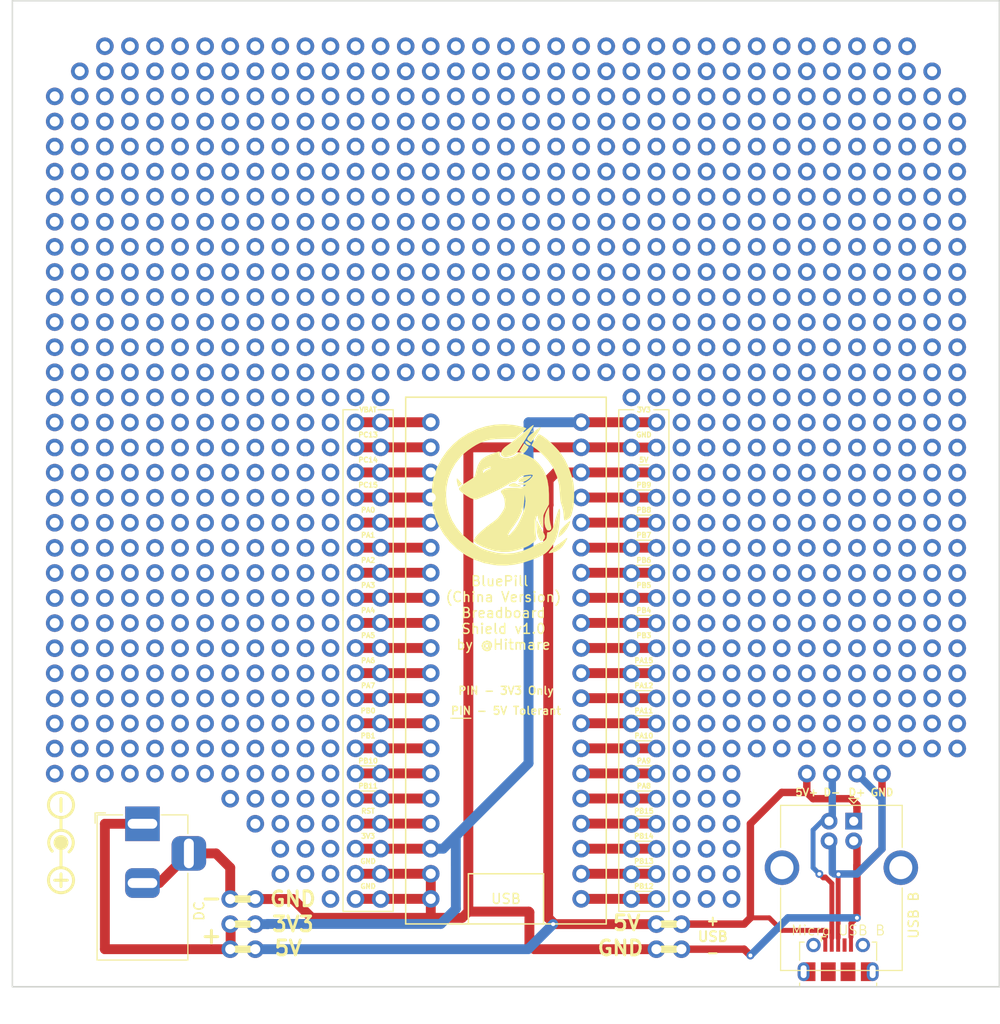
<source format=kicad_pcb>
(kicad_pcb (version 20171130) (host pcbnew "(5.1.5)-3")
  (layers (0 F.Cu signal) (31 B.Cu signal) (34 B.Paste user) (35 F.Paste user) (36 B.SilkS user) (37 F.SilkS user) (38 B.Mask user) (39 F.Mask user) (44 Edge.Cuts user))
  (net 0 "")
  (module Symbol:hitmare_logo_250 (layer F.Cu) (at 141.986 92.456)
    (fp_text reference G*** hide)
    (fp_text value LOGO hide)
  )
  (module "Connector_PinHeader_2.54mm:1 pin" (layer F.Cu) (at 127 130.575)
    (fp_text reference "" (at 0 0.5) (layer F.SilkS))
    (fp_text value "1 pin")
    (pad "" thru_hole circle (at 2.54 2.54) (size 1.778 1.778) (drill 1.016) (layers *.Cu *.Mask))
  )
  (module "Connector_PinHeader_2.54mm:1 pin" (layer F.Cu) (at 124.46 130.575)
    (fp_text reference "" (at 0 0.5) (layer F.SilkS))
    (fp_text value "1 pin")
    (pad "" thru_hole circle (at 2.54 2.54) (size 1.778 1.778) (drill 1.016) (layers *.Cu *.Mask))
  )
  (module "Connector_PinHeader_2.54mm:1 pin" (layer F.Cu) (at 121.92 130.575)
    (fp_text reference "" (at 0 0.5) (layer F.SilkS))
    (fp_text value "1 pin")
    (pad "" thru_hole circle (at 2.54 2.54) (size 1.778 1.778) (drill 1.016) (layers *.Cu *.Mask))
  )
  (module "Connector_PinHeader_2.54mm:1 pin" (layer F.Cu) (at 152.4 130.575)
    (fp_text reference "" (at 0 0.5) (layer F.SilkS))
    (fp_text value "1 pin")
    (pad "" thru_hole circle (at 2.54 2.54) (size 1.778 1.778) (drill 1.016) (layers *.Cu *.Mask))
  )
  (module "Connector_PinHeader_2.54mm:1 pin" (layer F.Cu) (at 152.4 128.054)
    (fp_text reference "" (at 0 0.5) (layer F.SilkS))
    (fp_text value "1 pin")
    (pad "" thru_hole circle (at 2.54 2.54) (size 1.778 1.778) (drill 1.016) (layers *.Cu *.Mask))
  )
  (module "Connector_PinHeader_2.54mm:1 pin" (layer F.Cu) (at 152.4 125.495)
    (fp_text reference "" (at 0 0.5) (layer F.SilkS))
    (fp_text value "1 pin")
    (pad "" thru_hole circle (at 2.54 2.54) (size 1.778 1.778) (drill 1.016) (layers *.Cu *.Mask))
  )
  (module "Connector_PinHeader_2.54mm:1 pin" (layer F.Cu) (at 152.4 122.974)
    (fp_text reference "" (at 0 0.5) (layer F.SilkS))
    (fp_text value "1 pin")
    (pad "" thru_hole circle (at 2.54 2.54) (size 1.778 1.778) (drill 1.016) (layers *.Cu *.Mask))
  )
  (module "Connector_PinHeader_2.54mm:1 pin" (layer F.Cu) (at 152.4 120.415)
    (fp_text reference "" (at 0 0.5) (layer F.SilkS))
    (fp_text value "1 pin")
    (pad "" thru_hole circle (at 2.54 2.54) (size 1.778 1.778) (drill 1.016) (layers *.Cu *.Mask))
  )
  (module "Connector_PinHeader_2.54mm:1 pin" (layer F.Cu) (at 152.4 117.875)
    (fp_text reference "" (at 0 0.5) (layer F.SilkS))
    (fp_text value "1 pin")
    (pad "" thru_hole circle (at 2.54 2.54) (size 1.778 1.778) (drill 1.016) (layers *.Cu *.Mask))
  )
  (module "Connector_PinHeader_2.54mm:1 pin" (layer F.Cu) (at 152.4 115.335)
    (fp_text reference "" (at 0 0.5) (layer F.SilkS))
    (fp_text value "1 pin")
    (pad "" thru_hole circle (at 2.54 2.54) (size 1.778 1.778) (drill 1.016) (layers *.Cu *.Mask))
  )
  (module "Connector_PinHeader_2.54mm:1 pin" (layer F.Cu) (at 152.4 112.795)
    (fp_text reference "" (at 0 0.5) (layer F.SilkS))
    (fp_text value "1 pin")
    (pad "" thru_hole circle (at 2.54 2.54) (size 1.778 1.778) (drill 1.016) (layers *.Cu *.Mask))
  )
  (module "Connector_PinHeader_2.54mm:1 pin" (layer F.Cu) (at 152.4 110.255)
    (fp_text reference "" (at 0 0.5) (layer F.SilkS))
    (fp_text value "1 pin")
    (pad "" thru_hole circle (at 2.54 2.54) (size 1.778 1.778) (drill 1.016) (layers *.Cu *.Mask))
  )
  (module "Connector_PinHeader_2.54mm:1 pin" (layer F.Cu) (at 152.4 107.734)
    (fp_text reference "" (at 0 0.5) (layer F.SilkS))
    (fp_text value "1 pin")
    (pad "" thru_hole circle (at 2.54 2.54) (size 1.778 1.778) (drill 1.016) (layers *.Cu *.Mask))
  )
  (module "Connector_PinHeader_2.54mm:1 pin" (layer F.Cu) (at 152.4 105.175)
    (fp_text reference "" (at 0 0.5) (layer F.SilkS))
    (fp_text value "1 pin")
    (pad "" thru_hole circle (at 2.54 2.54) (size 1.778 1.778) (drill 1.016) (layers *.Cu *.Mask))
  )
  (module "Connector_PinHeader_2.54mm:1 pin" (layer F.Cu) (at 152.4 102.635)
    (fp_text reference "" (at 0 0.5) (layer F.SilkS))
    (fp_text value "1 pin")
    (pad "" thru_hole circle (at 2.54 2.54) (size 1.778 1.778) (drill 1.016) (layers *.Cu *.Mask))
  )
  (module "Connector_PinHeader_2.54mm:1 pin" (layer F.Cu) (at 152.4 100.095)
    (fp_text reference "" (at 0 0.5) (layer F.SilkS))
    (fp_text value "1 pin")
    (pad "" thru_hole circle (at 2.54 2.54) (size 1.778 1.778) (drill 1.016) (layers *.Cu *.Mask))
  )
  (module "Connector_PinHeader_2.54mm:1 pin" (layer F.Cu) (at 152.4 97.574)
    (fp_text reference "" (at 0 0.5) (layer F.SilkS))
    (fp_text value "1 pin")
    (pad "" thru_hole circle (at 2.54 2.54) (size 1.778 1.778) (drill 1.016) (layers *.Cu *.Mask))
  )
  (module "Connector_PinHeader_2.54mm:1 pin" (layer F.Cu) (at 152.4 95.015)
    (fp_text reference "" (at 0 0.5) (layer F.SilkS))
    (fp_text value "1 pin")
    (pad "" thru_hole circle (at 2.54 2.54) (size 1.778 1.778) (drill 1.016) (layers *.Cu *.Mask))
  )
  (module "Connector_PinHeader_2.54mm:1 pin" (layer F.Cu) (at 152.4 92.494)
    (fp_text reference "" (at 0 0.5) (layer F.SilkS))
    (fp_text value "1 pin")
    (pad "" thru_hole circle (at 2.54 2.54) (size 1.778 1.778) (drill 1.016) (layers *.Cu *.Mask))
  )
  (module "Connector_PinHeader_2.54mm:1 pin" (layer F.Cu) (at 152.4 89.935)
    (fp_text reference "" (at 0 0.5) (layer F.SilkS))
    (fp_text value "1 pin")
    (pad "" thru_hole circle (at 2.54 2.54) (size 1.778 1.778) (drill 1.016) (layers *.Cu *.Mask))
  )
  (module "Connector_PinHeader_2.54mm:1 pin" (layer F.Cu) (at 127 82.315)
    (fp_text reference "" (at 0 0.5) (layer F.SilkS))
    (fp_text value "1 pin")
    (pad "" thru_hole circle (at 2.54 2.54) (size 1.778 1.778) (drill 1.016) (layers *.Cu *.Mask))
  )
  (module "Connector_PinHeader_2.54mm:1 pin" (layer F.Cu) (at 124.46 82.315)
    (fp_text reference "" (at 0 0.5) (layer F.SilkS))
    (fp_text value "1 pin")
    (pad "" thru_hole circle (at 2.54 2.54) (size 1.778 1.778) (drill 1.016) (layers *.Cu *.Mask))
  )
  (module "Connector_PinHeader_2.54mm:1 pin" (layer F.Cu) (at 121.92 82.315)
    (fp_text reference "" (at 0 0.5) (layer F.SilkS))
    (fp_text value "1 pin")
    (pad "" thru_hole circle (at 2.54 2.54) (size 1.778 1.778) (drill 1.016) (layers *.Cu *.Mask))
  )
  (module "Connector_PinHeader_2.54mm:1 pin" (layer F.Cu) (at 149.86 74.695)
    (fp_text reference "" (at 0 0.5) (layer F.SilkS))
    (fp_text value "1 pin")
    (pad "" thru_hole circle (at 2.54 2.54) (size 1.778 1.778) (drill 1.016) (layers *.Cu *.Mask))
  )
  (module "Connector_PinHeader_2.54mm:1 pin" (layer F.Cu) (at 149.86 77.235)
    (fp_text reference "" (at 0 0.5) (layer F.SilkS))
    (fp_text value "1 pin")
    (pad "" thru_hole circle (at 2.54 2.54) (size 1.778 1.778) (drill 1.016) (layers *.Cu *.Mask))
  )
  (module "Connector_PinHeader_2.54mm:1 pin" (layer F.Cu) (at 157.48 130.575)
    (fp_text reference "" (at 0 0.5) (layer F.SilkS))
    (fp_text value "1 pin")
    (pad "" thru_hole circle (at 2.54 2.54) (size 1.778 1.778) (drill 1.016) (layers *.Cu *.Mask))
  )
  (module "Connector_PinHeader_2.54mm:3x3 pin" (layer F.Cu) (at 121.92 122.936)
    (fp_text reference "" (at 0 0.5) (layer F.SilkS))
    (fp_text value "3x3 pin")
    (pad 5 thru_hole circle (at 7.62 2.54) (size 1.778 1.778) (drill 1.016) (layers *.Cu *.Mask))
    (pad 5 thru_hole circle (at 5.08 2.54) (size 1.778 1.778) (drill 1.016) (layers *.Cu *.Mask))
    (pad 5 thru_hole circle (at 2.54 2.54) (size 1.778 1.778) (drill 1.016) (layers *.Cu *.Mask))
    (pad 5 thru_hole circle (at 2.54 5.08) (size 1.778 1.778) (drill 1.016) (layers *.Cu *.Mask))
    (pad 5 thru_hole circle (at 2.54 7.62) (size 1.778 1.778) (drill 1.016) (layers *.Cu *.Mask))
    (pad 5 thru_hole circle (at 5.08 7.62) (size 1.778 1.778) (drill 1.016) (layers *.Cu *.Mask))
    (pad 5 thru_hole circle (at 7.62 7.62) (size 1.778 1.778) (drill 1.016) (layers *.Cu *.Mask))
    (pad 5 thru_hole circle (at 5.08 5.08) (size 1.778 1.778) (drill 1.016) (layers *.Cu *.Mask))
    (pad 5 thru_hole circle (at 7.62 5.08) (size 1.778 1.778) (drill 1.016) (layers *.Cu *.Mask))
  )
  (module "Connector_PinHeader_2.54mm:2x2 pin" (layer F.Cu) (at 144.78 74.695)
    (fp_text reference "" (at 0 0.5) (layer F.SilkS))
    (fp_text value "2x2 pin")
    (pad 4 thru_hole circle (at 5.08 5.08) (size 1.778 1.778) (drill 1.016) (layers *.Cu *.Mask))
    (pad 4 thru_hole circle (at 2.54 5.08) (size 1.778 1.778) (drill 1.016) (layers *.Cu *.Mask))
    (pad 4 thru_hole circle (at 2.54 2.54) (size 1.778 1.778) (drill 1.016) (layers *.Cu *.Mask))
    (pad 4 thru_hole circle (at 5.08 2.54) (size 1.778 1.778) (drill 1.016) (layers *.Cu *.Mask))
  )
  (module "Connector_PinHeader_2.54mm:2x2 pin" (layer F.Cu) (at 139.7 74.695)
    (fp_text reference "" (at 0 0.5) (layer F.SilkS))
    (fp_text value "2x2 pin")
    (pad 4 thru_hole circle (at 5.08 5.08) (size 1.778 1.778) (drill 1.016) (layers *.Cu *.Mask))
    (pad 4 thru_hole circle (at 2.54 5.08) (size 1.778 1.778) (drill 1.016) (layers *.Cu *.Mask))
    (pad 4 thru_hole circle (at 2.54 2.54) (size 1.778 1.778) (drill 1.016) (layers *.Cu *.Mask))
    (pad 4 thru_hole circle (at 5.08 2.54) (size 1.778 1.778) (drill 1.016) (layers *.Cu *.Mask))
  )
  (module "Connector_PinHeader_2.54mm:2x2 pin" (layer F.Cu) (at 134.62 74.695)
    (fp_text reference "" (at 0 0.5) (layer F.SilkS))
    (fp_text value "2x2 pin")
    (pad 4 thru_hole circle (at 5.08 5.08) (size 1.778 1.778) (drill 1.016) (layers *.Cu *.Mask))
    (pad 4 thru_hole circle (at 2.54 5.08) (size 1.778 1.778) (drill 1.016) (layers *.Cu *.Mask))
    (pad 4 thru_hole circle (at 2.54 2.54) (size 1.778 1.778) (drill 1.016) (layers *.Cu *.Mask))
    (pad 4 thru_hole circle (at 5.08 2.54) (size 1.778 1.778) (drill 1.016) (layers *.Cu *.Mask))
  )
  (module "Connector_PinHeader_2.54mm:2x2 pin" (layer F.Cu) (at 129.54 74.695)
    (fp_text reference "" (at 0 0.5) (layer F.SilkS))
    (fp_text value "2x2 pin")
    (pad 4 thru_hole circle (at 5.08 5.08) (size 1.778 1.778) (drill 1.016) (layers *.Cu *.Mask))
    (pad 4 thru_hole circle (at 2.54 5.08) (size 1.778 1.778) (drill 1.016) (layers *.Cu *.Mask))
    (pad 4 thru_hole circle (at 2.54 2.54) (size 1.778 1.778) (drill 1.016) (layers *.Cu *.Mask))
    (pad 4 thru_hole circle (at 5.08 2.54) (size 1.778 1.778) (drill 1.016) (layers *.Cu *.Mask))
  )
  (module "Connector_PinHeader_2.54mm:3x3 pin" (layer F.Cu) (at 152.4 82.315)
    (fp_text reference "" (at 0 0.5) (layer F.SilkS))
    (fp_text value "3x3 pin")
    (pad 5 thru_hole circle (at 7.62 5.08) (size 1.778 1.778) (drill 1.016) (layers *.Cu *.Mask))
    (pad 5 thru_hole circle (at 5.08 5.08) (size 1.778 1.778) (drill 1.016) (layers *.Cu *.Mask))
    (pad 5 thru_hole circle (at 7.62 7.62) (size 1.778 1.778) (drill 1.016) (layers *.Cu *.Mask))
    (pad 5 thru_hole circle (at 5.08 7.62) (size 1.778 1.778) (drill 1.016) (layers *.Cu *.Mask))
    (pad 5 thru_hole circle (at 2.54 7.62) (size 1.778 1.778) (drill 1.016) (layers *.Cu *.Mask))
    (pad 5 thru_hole circle (at 2.54 5.08) (size 1.778 1.778) (drill 1.016) (layers *.Cu *.Mask))
    (pad 5 thru_hole circle (at 2.54 2.54) (size 1.778 1.778) (drill 1.016) (layers *.Cu *.Mask))
    (pad 5 thru_hole circle (at 5.08 2.54) (size 1.778 1.778) (drill 1.016) (layers *.Cu *.Mask))
    (pad 5 thru_hole circle (at 7.62 2.54) (size 1.778 1.778) (drill 1.016) (layers *.Cu *.Mask))
  )
  (module "Connector_PinHeader_2.54mm:3x3 pin" (layer F.Cu) (at 121.92 84.836)
    (fp_text reference "" (at 0 0.5) (layer F.SilkS))
    (fp_text value "3x3 pin")
    (pad 5 thru_hole circle (at 7.62 5.08) (size 1.778 1.778) (drill 1.016) (layers *.Cu *.Mask))
    (pad 5 thru_hole circle (at 5.08 5.08) (size 1.778 1.778) (drill 1.016) (layers *.Cu *.Mask))
    (pad 5 thru_hole circle (at 7.62 7.62) (size 1.778 1.778) (drill 1.016) (layers *.Cu *.Mask))
    (pad 5 thru_hole circle (at 5.08 7.62) (size 1.778 1.778) (drill 1.016) (layers *.Cu *.Mask))
    (pad 5 thru_hole circle (at 2.54 7.62) (size 1.778 1.778) (drill 1.016) (layers *.Cu *.Mask))
    (pad 5 thru_hole circle (at 2.54 5.08) (size 1.778 1.778) (drill 1.016) (layers *.Cu *.Mask))
    (pad 5 thru_hole circle (at 2.54 2.54) (size 1.778 1.778) (drill 1.016) (layers *.Cu *.Mask))
    (pad 5 thru_hole circle (at 5.08 2.54) (size 1.778 1.778) (drill 1.016) (layers *.Cu *.Mask))
    (pad 5 thru_hole circle (at 7.62 2.54) (size 1.778 1.778) (drill 1.016) (layers *.Cu *.Mask))
  )
  (module "Connector_PinHeader_2.54mm:3x3 pin" (layer F.Cu) (at 121.92 92.456)
    (fp_text reference "" (at 0 0.5) (layer F.SilkS))
    (fp_text value "3x3 pin")
    (pad 5 thru_hole circle (at 7.62 5.08) (size 1.778 1.778) (drill 1.016) (layers *.Cu *.Mask))
    (pad 5 thru_hole circle (at 5.08 5.08) (size 1.778 1.778) (drill 1.016) (layers *.Cu *.Mask))
    (pad 5 thru_hole circle (at 7.62 7.62) (size 1.778 1.778) (drill 1.016) (layers *.Cu *.Mask))
    (pad 5 thru_hole circle (at 5.08 7.62) (size 1.778 1.778) (drill 1.016) (layers *.Cu *.Mask))
    (pad 5 thru_hole circle (at 2.54 7.62) (size 1.778 1.778) (drill 1.016) (layers *.Cu *.Mask))
    (pad 5 thru_hole circle (at 2.54 5.08) (size 1.778 1.778) (drill 1.016) (layers *.Cu *.Mask))
    (pad 5 thru_hole circle (at 2.54 2.54) (size 1.778 1.778) (drill 1.016) (layers *.Cu *.Mask))
    (pad 5 thru_hole circle (at 5.08 2.54) (size 1.778 1.778) (drill 1.016) (layers *.Cu *.Mask))
    (pad 5 thru_hole circle (at 7.62 2.54) (size 1.778 1.778) (drill 1.016) (layers *.Cu *.Mask))
  )
  (module "Connector_PinHeader_2.54mm:3x3 pin" (layer F.Cu) (at 121.92 100.076)
    (fp_text reference "" (at 0 0.5) (layer F.SilkS))
    (fp_text value "3x3 pin")
    (pad 5 thru_hole circle (at 7.62 5.08) (size 1.778 1.778) (drill 1.016) (layers *.Cu *.Mask))
    (pad 5 thru_hole circle (at 5.08 5.08) (size 1.778 1.778) (drill 1.016) (layers *.Cu *.Mask))
    (pad 5 thru_hole circle (at 7.62 7.62) (size 1.778 1.778) (drill 1.016) (layers *.Cu *.Mask))
    (pad 5 thru_hole circle (at 5.08 7.62) (size 1.778 1.778) (drill 1.016) (layers *.Cu *.Mask))
    (pad 5 thru_hole circle (at 2.54 7.62) (size 1.778 1.778) (drill 1.016) (layers *.Cu *.Mask))
    (pad 5 thru_hole circle (at 2.54 5.08) (size 1.778 1.778) (drill 1.016) (layers *.Cu *.Mask))
    (pad 5 thru_hole circle (at 2.54 2.54) (size 1.778 1.778) (drill 1.016) (layers *.Cu *.Mask))
    (pad 5 thru_hole circle (at 5.08 2.54) (size 1.778 1.778) (drill 1.016) (layers *.Cu *.Mask))
    (pad 5 thru_hole circle (at 7.62 2.54) (size 1.778 1.778) (drill 1.016) (layers *.Cu *.Mask))
  )
  (module "Connector_PinHeader_2.54mm:3x3 pin" (layer F.Cu) (at 121.92 107.696)
    (fp_text reference "" (at 0 0.5) (layer F.SilkS))
    (fp_text value "3x3 pin")
    (pad 5 thru_hole circle (at 7.62 5.08) (size 1.778 1.778) (drill 1.016) (layers *.Cu *.Mask))
    (pad 5 thru_hole circle (at 5.08 5.08) (size 1.778 1.778) (drill 1.016) (layers *.Cu *.Mask))
    (pad 5 thru_hole circle (at 7.62 7.62) (size 1.778 1.778) (drill 1.016) (layers *.Cu *.Mask))
    (pad 5 thru_hole circle (at 5.08 7.62) (size 1.778 1.778) (drill 1.016) (layers *.Cu *.Mask))
    (pad 5 thru_hole circle (at 2.54 7.62) (size 1.778 1.778) (drill 1.016) (layers *.Cu *.Mask))
    (pad 5 thru_hole circle (at 2.54 5.08) (size 1.778 1.778) (drill 1.016) (layers *.Cu *.Mask))
    (pad 5 thru_hole circle (at 2.54 2.54) (size 1.778 1.778) (drill 1.016) (layers *.Cu *.Mask))
    (pad 5 thru_hole circle (at 5.08 2.54) (size 1.778 1.778) (drill 1.016) (layers *.Cu *.Mask))
    (pad 5 thru_hole circle (at 7.62 2.54) (size 1.778 1.778) (drill 1.016) (layers *.Cu *.Mask))
  )
  (module "Connector_PinHeader_2.54mm:3x3 pin" (layer F.Cu) (at 121.92 115.316)
    (fp_text reference "" (at 0 0.5) (layer F.SilkS))
    (fp_text value "3x3 pin")
    (pad 5 thru_hole circle (at 7.62 5.08) (size 1.778 1.778) (drill 1.016) (layers *.Cu *.Mask))
    (pad 5 thru_hole circle (at 5.08 5.08) (size 1.778 1.778) (drill 1.016) (layers *.Cu *.Mask))
    (pad 5 thru_hole circle (at 7.62 7.62) (size 1.778 1.778) (drill 1.016) (layers *.Cu *.Mask))
    (pad 5 thru_hole circle (at 5.08 7.62) (size 1.778 1.778) (drill 1.016) (layers *.Cu *.Mask))
    (pad 5 thru_hole circle (at 2.54 7.62) (size 1.778 1.778) (drill 1.016) (layers *.Cu *.Mask))
    (pad 5 thru_hole circle (at 2.54 5.08) (size 1.778 1.778) (drill 1.016) (layers *.Cu *.Mask))
    (pad 5 thru_hole circle (at 2.54 2.54) (size 1.778 1.778) (drill 1.016) (layers *.Cu *.Mask))
    (pad 5 thru_hole circle (at 5.08 2.54) (size 1.778 1.778) (drill 1.016) (layers *.Cu *.Mask))
    (pad 5 thru_hole circle (at 7.62 2.54) (size 1.778 1.778) (drill 1.016) (layers *.Cu *.Mask))
  )
  (module Arduino_BluePill_similar:ChinaBluePill (layer F.Cu) (at 149.86 84.836 180)
    (fp_text reference REF** hide)
    (fp_text value ChinaBluePill hide)
    (fp_text user USB (at 7.62 -48.26) (layer F.SilkS))
    (pad GND thru_hole circle (at 15.24 -48.26 270) (size 1.778 1.778) (drill 1.016) (layers *.Cu *.Mask))
    (pad PB10 thru_hole circle (at 15.24 -35.56 270) (size 1.778 1.778) (drill 1.016) (layers *.Cu *.Mask))
    (pad PA3 thru_hole circle (at 15.24 -17.78 270) (size 1.778 1.778) (drill 1.016) (layers *.Cu *.Mask))
    (pad PC15 thru_hole circle (at 15.24 -7.62 270) (size 1.778 1.778) (drill 1.016) (layers *.Cu *.Mask))
    (pad GND thru_hole circle (at 15.24 -45.72 270) (size 1.778 1.778) (drill 1.016) (layers *.Cu *.Mask))
    (pad PA5 thru_hole circle (at 15.24 -22.86 270) (size 1.778 1.778) (drill 1.016) (layers *.Cu *.Mask))
    (pad NRST thru_hole circle (at 15.24 -40.64 270) (size 1.778 1.778) (drill 1.016) (layers *.Cu *.Mask))
    (pad PB11 thru_hole circle (at 15.24 -38.1 270) (size 1.778 1.778) (drill 1.016) (layers *.Cu *.Mask))
    (pad 3V3 thru_hole circle (at 15.24 -43.18 270) (size 1.778 1.778) (drill 1.016) (layers *.Cu *.Mask))
    (pad PA4 thru_hole circle (at 15.24 -20.32 270) (size 1.778 1.778) (drill 1.016) (layers *.Cu *.Mask))
    (pad PA6 thru_hole circle (at 15.24 -25.4 270) (size 1.778 1.778) (drill 1.016) (layers *.Cu *.Mask))
    (pad PA1 thru_hole circle (at 15.24 -12.7 270) (size 1.778 1.778) (drill 1.016) (layers *.Cu *.Mask))
    (pad PB1 thru_hole circle (at 15.24 -33.02 270) (size 1.778 1.778) (drill 1.016) (layers *.Cu *.Mask))
    (pad PC14 thru_hole circle (at 15.24 -5.08 270) (size 1.778 1.778) (drill 1.016) (layers *.Cu *.Mask))
    (pad PA0 thru_hole circle (at 15.24 -10.16 270) (size 1.778 1.778) (drill 1.016) (layers *.Cu *.Mask))
    (pad PA2 thru_hole circle (at 15.24 -15.24 270) (size 1.778 1.778) (drill 1.016) (layers *.Cu *.Mask))
    (pad PC13 thru_hole circle (at 15.24 -2.54 270) (size 1.778 1.778) (drill 1.016) (layers *.Cu *.Mask))
    (pad PA7 thru_hole circle (at 15.24 -27.94 270) (size 1.778 1.778) (drill 1.016) (layers *.Cu *.Mask))
    (pad VBAT thru_hole circle (at 15.24 0 270) (size 1.778 1.778) (drill 1.016) (layers *.Cu *.Mask))
    (pad PB0 thru_hole circle (at 15.24 -30.48 270) (size 1.778 1.778) (drill 1.016) (layers *.Cu *.Mask))
    (pad PB12 thru_hole circle (at 0 -48.26 270) (size 1.778 1.778) (drill 1.016) (layers *.Cu *.Mask))
    (pad PB13 thru_hole circle (at 0 -45.72 270) (size 1.778 1.778) (drill 1.016) (layers *.Cu *.Mask))
    (pad PB14 thru_hole circle (at 0 -43.18 270) (size 1.778 1.778) (drill 1.016) (layers *.Cu *.Mask))
    (pad PB15 thru_hole circle (at 0 -40.64 270) (size 1.778 1.778) (drill 1.016) (layers *.Cu *.Mask))
    (pad PA8 thru_hole circle (at 0 -38.1 270) (size 1.778 1.778) (drill 1.016) (layers *.Cu *.Mask))
    (pad PA11 thru_hole circle (at 0 -30.48 270) (size 1.778 1.778) (drill 1.016) (layers *.Cu *.Mask))
    (pad PA9 thru_hole circle (at 0 -35.56 270) (size 1.778 1.778) (drill 1.016) (layers *.Cu *.Mask))
    (pad PA10 thru_hole circle (at 0 -33.02 270) (size 1.778 1.778) (drill 1.016) (layers *.Cu *.Mask))
    (pad PA12 thru_hole circle (at 0 -27.94 270) (size 1.778 1.778) (drill 1.016) (layers *.Cu *.Mask))
    (pad PA15 thru_hole circle (at 0 -25.4 270) (size 1.778 1.778) (drill 1.016) (layers *.Cu *.Mask))
    (pad PB3 thru_hole circle (at 0 -22.86 270) (size 1.778 1.778) (drill 1.016) (layers *.Cu *.Mask))
    (pad PB5 thru_hole circle (at 0 -17.78 270) (size 1.778 1.778) (drill 1.016) (layers *.Cu *.Mask))
    (pad PB4 thru_hole circle (at 0 -20.32 270) (size 1.778 1.778) (drill 1.016) (layers *.Cu *.Mask))
    (pad PB6 thru_hole circle (at 0 -15.24 270) (size 1.778 1.778) (drill 1.016) (layers *.Cu *.Mask))
    (pad PB7 thru_hole circle (at 0 -12.7 270) (size 1.778 1.778) (drill 1.016) (layers *.Cu *.Mask))
    (pad 5V thru_hole circle (at 0 -5.08 270) (size 1.778 1.778) (drill 1.016) (layers *.Cu *.Mask))
    (pad PB8 thru_hole circle (at 0 -10.16 270) (size 1.778 1.778) (drill 1.016) (layers *.Cu *.Mask))
    (pad PB9 thru_hole circle (at 0 -7.62 270) (size 1.778 1.778) (drill 1.016) (layers *.Cu *.Mask))
    (pad GND thru_hole circle (at 0 -2.54 270) (size 1.778 1.778) (drill 1.016) (layers *.Cu *.Mask))
    (pad 3V3 thru_hole circle (at 0 0 270) (size 1.778 1.778) (drill 1.016) (layers *.Cu *.Mask))
  )
  (module "Connector_PinHeader_2.54mm:1 pin" (layer F.Cu) (at 96.52 46.755)
    (fp_text reference "" (at 0 0.5) (layer F.SilkS))
    (fp_text value "1 pin")
    (pad "" thru_hole circle (at 2.54 2.54) (size 1.778 1.778) (drill 1.016) (layers *.Cu *.Mask))
  )
  (module "Connector_PinHeader_2.54mm:1 pin" (layer F.Cu) (at 114.3 135.655)
    (fp_text reference "" (at 0 0.5) (layer F.SilkS))
    (fp_text value "1 pin")
    (pad "" thru_hole circle (at 2.54 2.54) (size 1.778 1.778) (drill 1.016) (layers *.Cu *.Mask))
  )
  (module "Connector_PinHeader_2.54mm:3x3 pin" (layer F.Cu) (at 93.98 102.635)
    (fp_text reference "" (at 0 0.5) (layer F.SilkS))
    (fp_text value "3x3 pin")
    (pad 5 thru_hole circle (at 7.62 5.08) (size 1.778 1.778) (drill 1.016) (layers *.Cu *.Mask))
    (pad 5 thru_hole circle (at 5.08 5.08) (size 1.778 1.778) (drill 1.016) (layers *.Cu *.Mask))
    (pad 5 thru_hole circle (at 7.62 7.62) (size 1.778 1.778) (drill 1.016) (layers *.Cu *.Mask))
    (pad 5 thru_hole circle (at 5.08 7.62) (size 1.778 1.778) (drill 1.016) (layers *.Cu *.Mask))
    (pad 5 thru_hole circle (at 2.54 7.62) (size 1.778 1.778) (drill 1.016) (layers *.Cu *.Mask))
    (pad 5 thru_hole circle (at 2.54 5.08) (size 1.778 1.778) (drill 1.016) (layers *.Cu *.Mask))
    (pad 5 thru_hole circle (at 2.54 2.54) (size 1.778 1.778) (drill 1.016) (layers *.Cu *.Mask))
    (pad 5 thru_hole circle (at 5.08 2.54) (size 1.778 1.778) (drill 1.016) (layers *.Cu *.Mask))
    (pad 5 thru_hole circle (at 7.62 2.54) (size 1.778 1.778) (drill 1.016) (layers *.Cu *.Mask))
  )
  (module "Connector_PinHeader_2.54mm:3x3 pin" (layer F.Cu) (at 93.98 110.255)
    (fp_text reference "" (at 0 0.5) (layer F.SilkS))
    (fp_text value "3x3 pin")
    (pad 5 thru_hole circle (at 7.62 5.08) (size 1.778 1.778) (drill 1.016) (layers *.Cu *.Mask))
    (pad 5 thru_hole circle (at 5.08 5.08) (size 1.778 1.778) (drill 1.016) (layers *.Cu *.Mask))
    (pad 5 thru_hole circle (at 7.62 7.62) (size 1.778 1.778) (drill 1.016) (layers *.Cu *.Mask))
    (pad 5 thru_hole circle (at 5.08 7.62) (size 1.778 1.778) (drill 1.016) (layers *.Cu *.Mask))
    (pad 5 thru_hole circle (at 2.54 7.62) (size 1.778 1.778) (drill 1.016) (layers *.Cu *.Mask))
    (pad 5 thru_hole circle (at 2.54 5.08) (size 1.778 1.778) (drill 1.016) (layers *.Cu *.Mask))
    (pad 5 thru_hole circle (at 2.54 2.54) (size 1.778 1.778) (drill 1.016) (layers *.Cu *.Mask))
    (pad 5 thru_hole circle (at 5.08 2.54) (size 1.778 1.778) (drill 1.016) (layers *.Cu *.Mask))
    (pad 5 thru_hole circle (at 7.62 2.54) (size 1.778 1.778) (drill 1.016) (layers *.Cu *.Mask))
  )
  (module "Connector_PinHeader_2.54mm:3x3 pin" (layer F.Cu) (at 93.98 49.295)
    (fp_text reference "" (at 0 0.5) (layer F.SilkS))
    (fp_text value "3x3 pin")
    (pad 5 thru_hole circle (at 7.62 5.08) (size 1.778 1.778) (drill 1.016) (layers *.Cu *.Mask))
    (pad 5 thru_hole circle (at 5.08 5.08) (size 1.778 1.778) (drill 1.016) (layers *.Cu *.Mask))
    (pad 5 thru_hole circle (at 7.62 7.62) (size 1.778 1.778) (drill 1.016) (layers *.Cu *.Mask))
    (pad 5 thru_hole circle (at 5.08 7.62) (size 1.778 1.778) (drill 1.016) (layers *.Cu *.Mask))
    (pad 5 thru_hole circle (at 2.54 7.62) (size 1.778 1.778) (drill 1.016) (layers *.Cu *.Mask))
    (pad 5 thru_hole circle (at 2.54 5.08) (size 1.778 1.778) (drill 1.016) (layers *.Cu *.Mask))
    (pad 5 thru_hole circle (at 2.54 2.54) (size 1.778 1.778) (drill 1.016) (layers *.Cu *.Mask))
    (pad 5 thru_hole circle (at 5.08 2.54) (size 1.778 1.778) (drill 1.016) (layers *.Cu *.Mask))
    (pad 5 thru_hole circle (at 7.62 2.54) (size 1.778 1.778) (drill 1.016) (layers *.Cu *.Mask))
  )
  (module "Connector_PinHeader_2.54mm:3x3 pin" (layer F.Cu) (at 93.98 56.915)
    (fp_text reference "" (at 0 0.5) (layer F.SilkS))
    (fp_text value "3x3 pin")
    (pad 5 thru_hole circle (at 7.62 5.08) (size 1.778 1.778) (drill 1.016) (layers *.Cu *.Mask))
    (pad 5 thru_hole circle (at 5.08 5.08) (size 1.778 1.778) (drill 1.016) (layers *.Cu *.Mask))
    (pad 5 thru_hole circle (at 7.62 7.62) (size 1.778 1.778) (drill 1.016) (layers *.Cu *.Mask))
    (pad 5 thru_hole circle (at 5.08 7.62) (size 1.778 1.778) (drill 1.016) (layers *.Cu *.Mask))
    (pad 5 thru_hole circle (at 2.54 7.62) (size 1.778 1.778) (drill 1.016) (layers *.Cu *.Mask))
    (pad 5 thru_hole circle (at 2.54 5.08) (size 1.778 1.778) (drill 1.016) (layers *.Cu *.Mask))
    (pad 5 thru_hole circle (at 2.54 2.54) (size 1.778 1.778) (drill 1.016) (layers *.Cu *.Mask))
    (pad 5 thru_hole circle (at 5.08 2.54) (size 1.778 1.778) (drill 1.016) (layers *.Cu *.Mask))
    (pad 5 thru_hole circle (at 7.62 2.54) (size 1.778 1.778) (drill 1.016) (layers *.Cu *.Mask))
  )
  (module "Connector_PinHeader_2.54mm:3x3 pin" (layer F.Cu) (at 93.98 64.535)
    (fp_text reference "" (at 0 0.5) (layer F.SilkS))
    (fp_text value "3x3 pin")
    (pad 5 thru_hole circle (at 7.62 5.08) (size 1.778 1.778) (drill 1.016) (layers *.Cu *.Mask))
    (pad 5 thru_hole circle (at 5.08 5.08) (size 1.778 1.778) (drill 1.016) (layers *.Cu *.Mask))
    (pad 5 thru_hole circle (at 7.62 7.62) (size 1.778 1.778) (drill 1.016) (layers *.Cu *.Mask))
    (pad 5 thru_hole circle (at 5.08 7.62) (size 1.778 1.778) (drill 1.016) (layers *.Cu *.Mask))
    (pad 5 thru_hole circle (at 2.54 7.62) (size 1.778 1.778) (drill 1.016) (layers *.Cu *.Mask))
    (pad 5 thru_hole circle (at 2.54 5.08) (size 1.778 1.778) (drill 1.016) (layers *.Cu *.Mask))
    (pad 5 thru_hole circle (at 2.54 2.54) (size 1.778 1.778) (drill 1.016) (layers *.Cu *.Mask))
    (pad 5 thru_hole circle (at 5.08 2.54) (size 1.778 1.778) (drill 1.016) (layers *.Cu *.Mask))
    (pad 5 thru_hole circle (at 7.62 2.54) (size 1.778 1.778) (drill 1.016) (layers *.Cu *.Mask))
  )
  (module "Connector_PinHeader_2.54mm:2x2 pin" (layer F.Cu) (at 99.06 44.215)
    (fp_text reference "" (at 0 0.5) (layer F.SilkS))
    (fp_text value "2x2 pin")
    (pad 4 thru_hole circle (at 5.08 5.08) (size 1.778 1.778) (drill 1.016) (layers *.Cu *.Mask))
    (pad 4 thru_hole circle (at 2.54 5.08) (size 1.778 1.778) (drill 1.016) (layers *.Cu *.Mask))
    (pad 4 thru_hole circle (at 2.54 2.54) (size 1.778 1.778) (drill 1.016) (layers *.Cu *.Mask))
    (pad 4 thru_hole circle (at 5.08 2.54) (size 1.778 1.778) (drill 1.016) (layers *.Cu *.Mask))
  )
  (module "Connector_PinHeader_2.54mm:3x3 pin" (layer F.Cu) (at 93.98 87.395)
    (fp_text reference "" (at 0 0.5) (layer F.SilkS))
    (fp_text value "3x3 pin")
    (pad 5 thru_hole circle (at 7.62 5.08) (size 1.778 1.778) (drill 1.016) (layers *.Cu *.Mask))
    (pad 5 thru_hole circle (at 5.08 5.08) (size 1.778 1.778) (drill 1.016) (layers *.Cu *.Mask))
    (pad 5 thru_hole circle (at 7.62 7.62) (size 1.778 1.778) (drill 1.016) (layers *.Cu *.Mask))
    (pad 5 thru_hole circle (at 5.08 7.62) (size 1.778 1.778) (drill 1.016) (layers *.Cu *.Mask))
    (pad 5 thru_hole circle (at 2.54 7.62) (size 1.778 1.778) (drill 1.016) (layers *.Cu *.Mask))
    (pad 5 thru_hole circle (at 2.54 5.08) (size 1.778 1.778) (drill 1.016) (layers *.Cu *.Mask))
    (pad 5 thru_hole circle (at 2.54 2.54) (size 1.778 1.778) (drill 1.016) (layers *.Cu *.Mask))
    (pad 5 thru_hole circle (at 5.08 2.54) (size 1.778 1.778) (drill 1.016) (layers *.Cu *.Mask))
    (pad 5 thru_hole circle (at 7.62 2.54) (size 1.778 1.778) (drill 1.016) (layers *.Cu *.Mask))
  )
  (module "Connector_PinHeader_2.54mm:1 pin" (layer F.Cu) (at 93.98 117.875)
    (fp_text reference "" (at 0 0.5) (layer F.SilkS))
    (fp_text value "1 pin")
    (pad "" thru_hole circle (at 2.54 2.54) (size 1.778 1.778) (drill 1.016) (layers *.Cu *.Mask))
  )
  (module "Connector_PinHeader_2.54mm:3x3 pin" (layer F.Cu) (at 93.98 72.155)
    (fp_text reference "" (at 0 0.5) (layer F.SilkS))
    (fp_text value "3x3 pin")
    (pad 5 thru_hole circle (at 7.62 5.08) (size 1.778 1.778) (drill 1.016) (layers *.Cu *.Mask))
    (pad 5 thru_hole circle (at 5.08 5.08) (size 1.778 1.778) (drill 1.016) (layers *.Cu *.Mask))
    (pad 5 thru_hole circle (at 7.62 7.62) (size 1.778 1.778) (drill 1.016) (layers *.Cu *.Mask))
    (pad 5 thru_hole circle (at 5.08 7.62) (size 1.778 1.778) (drill 1.016) (layers *.Cu *.Mask))
    (pad 5 thru_hole circle (at 2.54 7.62) (size 1.778 1.778) (drill 1.016) (layers *.Cu *.Mask))
    (pad 5 thru_hole circle (at 2.54 5.08) (size 1.778 1.778) (drill 1.016) (layers *.Cu *.Mask))
    (pad 5 thru_hole circle (at 2.54 2.54) (size 1.778 1.778) (drill 1.016) (layers *.Cu *.Mask))
    (pad 5 thru_hole circle (at 5.08 2.54) (size 1.778 1.778) (drill 1.016) (layers *.Cu *.Mask))
    (pad 5 thru_hole circle (at 7.62 2.54) (size 1.778 1.778) (drill 1.016) (layers *.Cu *.Mask))
  )
  (module "Connector_PinHeader_2.54mm:2x2 pin" (layer F.Cu) (at 109.22 44.215)
    (fp_text reference "" (at 0 0.5) (layer F.SilkS))
    (fp_text value "2x2 pin")
    (pad 4 thru_hole circle (at 5.08 5.08) (size 1.778 1.778) (drill 1.016) (layers *.Cu *.Mask))
    (pad 4 thru_hole circle (at 2.54 5.08) (size 1.778 1.778) (drill 1.016) (layers *.Cu *.Mask))
    (pad 4 thru_hole circle (at 2.54 2.54) (size 1.778 1.778) (drill 1.016) (layers *.Cu *.Mask))
    (pad 4 thru_hole circle (at 5.08 2.54) (size 1.778 1.778) (drill 1.016) (layers *.Cu *.Mask))
  )
  (module "Connector_PinHeader_2.54mm:2x2 pin" (layer F.Cu) (at 119.38 44.215)
    (fp_text reference "" (at 0 0.5) (layer F.SilkS))
    (fp_text value "2x2 pin")
    (pad 4 thru_hole circle (at 5.08 5.08) (size 1.778 1.778) (drill 1.016) (layers *.Cu *.Mask))
    (pad 4 thru_hole circle (at 2.54 5.08) (size 1.778 1.778) (drill 1.016) (layers *.Cu *.Mask))
    (pad 4 thru_hole circle (at 2.54 2.54) (size 1.778 1.778) (drill 1.016) (layers *.Cu *.Mask))
    (pad 4 thru_hole circle (at 5.08 2.54) (size 1.778 1.778) (drill 1.016) (layers *.Cu *.Mask))
  )
  (module "Connector_PinHeader_2.54mm:2x2 pin" (layer F.Cu) (at 114.3 44.215)
    (fp_text reference "" (at 0 0.5) (layer F.SilkS))
    (fp_text value "2x2 pin")
    (pad 4 thru_hole circle (at 5.08 5.08) (size 1.778 1.778) (drill 1.016) (layers *.Cu *.Mask))
    (pad 4 thru_hole circle (at 2.54 5.08) (size 1.778 1.778) (drill 1.016) (layers *.Cu *.Mask))
    (pad 4 thru_hole circle (at 2.54 2.54) (size 1.778 1.778) (drill 1.016) (layers *.Cu *.Mask))
    (pad 4 thru_hole circle (at 5.08 2.54) (size 1.778 1.778) (drill 1.016) (layers *.Cu *.Mask))
  )
  (module "Connector_PinHeader_2.54mm:3x3 pin" (layer F.Cu) (at 93.98 79.775)
    (fp_text reference "" (at 0 0.5) (layer F.SilkS))
    (fp_text value "3x3 pin")
    (pad 5 thru_hole circle (at 7.62 5.08) (size 1.778 1.778) (drill 1.016) (layers *.Cu *.Mask))
    (pad 5 thru_hole circle (at 5.08 5.08) (size 1.778 1.778) (drill 1.016) (layers *.Cu *.Mask))
    (pad 5 thru_hole circle (at 7.62 7.62) (size 1.778 1.778) (drill 1.016) (layers *.Cu *.Mask))
    (pad 5 thru_hole circle (at 5.08 7.62) (size 1.778 1.778) (drill 1.016) (layers *.Cu *.Mask))
    (pad 5 thru_hole circle (at 2.54 7.62) (size 1.778 1.778) (drill 1.016) (layers *.Cu *.Mask))
    (pad 5 thru_hole circle (at 2.54 5.08) (size 1.778 1.778) (drill 1.016) (layers *.Cu *.Mask))
    (pad 5 thru_hole circle (at 2.54 2.54) (size 1.778 1.778) (drill 1.016) (layers *.Cu *.Mask))
    (pad 5 thru_hole circle (at 5.08 2.54) (size 1.778 1.778) (drill 1.016) (layers *.Cu *.Mask))
    (pad 5 thru_hole circle (at 7.62 2.54) (size 1.778 1.778) (drill 1.016) (layers *.Cu *.Mask))
  )
  (module "Connector_PinHeader_2.54mm:3x3 pin" (layer F.Cu) (at 93.98 95.015)
    (fp_text reference "" (at 0 0.5) (layer F.SilkS))
    (fp_text value "3x3 pin")
    (pad 5 thru_hole circle (at 7.62 5.08) (size 1.778 1.778) (drill 1.016) (layers *.Cu *.Mask))
    (pad 5 thru_hole circle (at 5.08 5.08) (size 1.778 1.778) (drill 1.016) (layers *.Cu *.Mask))
    (pad 5 thru_hole circle (at 7.62 7.62) (size 1.778 1.778) (drill 1.016) (layers *.Cu *.Mask))
    (pad 5 thru_hole circle (at 5.08 7.62) (size 1.778 1.778) (drill 1.016) (layers *.Cu *.Mask))
    (pad 5 thru_hole circle (at 2.54 7.62) (size 1.778 1.778) (drill 1.016) (layers *.Cu *.Mask))
    (pad 5 thru_hole circle (at 2.54 5.08) (size 1.778 1.778) (drill 1.016) (layers *.Cu *.Mask))
    (pad 5 thru_hole circle (at 2.54 2.54) (size 1.778 1.778) (drill 1.016) (layers *.Cu *.Mask))
    (pad 5 thru_hole circle (at 5.08 2.54) (size 1.778 1.778) (drill 1.016) (layers *.Cu *.Mask))
    (pad 5 thru_hole circle (at 7.62 2.54) (size 1.778 1.778) (drill 1.016) (layers *.Cu *.Mask))
  )
  (module "Connector_PinHeader_2.54mm:2x2 pin" (layer F.Cu) (at 104.14 44.215)
    (fp_text reference "" (at 0 0.5) (layer F.SilkS))
    (fp_text value "2x2 pin")
    (pad 4 thru_hole circle (at 5.08 5.08) (size 1.778 1.778) (drill 1.016) (layers *.Cu *.Mask))
    (pad 4 thru_hole circle (at 2.54 5.08) (size 1.778 1.778) (drill 1.016) (layers *.Cu *.Mask))
    (pad 4 thru_hole circle (at 2.54 2.54) (size 1.778 1.778) (drill 1.016) (layers *.Cu *.Mask))
    (pad 4 thru_hole circle (at 5.08 2.54) (size 1.778 1.778) (drill 1.016) (layers *.Cu *.Mask))
  )
  (module "Connector_PinHeader_2.54mm:2x2 pin" (layer F.Cu) (at 124.46 44.215)
    (fp_text reference "" (at 0 0.5) (layer F.SilkS))
    (fp_text value "2x2 pin")
    (pad 4 thru_hole circle (at 5.08 5.08) (size 1.778 1.778) (drill 1.016) (layers *.Cu *.Mask))
    (pad 4 thru_hole circle (at 2.54 5.08) (size 1.778 1.778) (drill 1.016) (layers *.Cu *.Mask))
    (pad 4 thru_hole circle (at 2.54 2.54) (size 1.778 1.778) (drill 1.016) (layers *.Cu *.Mask))
    (pad 4 thru_hole circle (at 5.08 2.54) (size 1.778 1.778) (drill 1.016) (layers *.Cu *.Mask))
  )
  (module "Connector_PinHeader_2.54mm:1 pin" (layer F.Cu) (at 96.52 117.875)
    (fp_text reference "" (at 0 0.5) (layer F.SilkS))
    (fp_text value "1 pin")
    (pad "" thru_hole circle (at 2.54 2.54) (size 1.778 1.778) (drill 1.016) (layers *.Cu *.Mask))
  )
  (module "Connector_PinHeader_2.54mm:1 pin" (layer F.Cu) (at 99.06 117.875)
    (fp_text reference "" (at 0 0.5) (layer F.SilkS))
    (fp_text value "1 pin")
    (pad "" thru_hole circle (at 2.54 2.54) (size 1.778 1.778) (drill 1.016) (layers *.Cu *.Mask))
  )
  (module "Connector_PinHeader_2.54mm:2x2 pin" (layer F.Cu) (at 165.1 44.215)
    (fp_text reference "" (at 0 0.5) (layer F.SilkS))
    (fp_text value "2x2 pin")
    (pad 4 thru_hole circle (at 5.08 2.54) (size 1.778 1.778) (drill 1.016) (layers *.Cu *.Mask))
    (pad 4 thru_hole circle (at 2.54 2.54) (size 1.778 1.778) (drill 1.016) (layers *.Cu *.Mask))
    (pad 4 thru_hole circle (at 2.54 5.08) (size 1.778 1.778) (drill 1.016) (layers *.Cu *.Mask))
    (pad 4 thru_hole circle (at 5.08 5.08) (size 1.778 1.778) (drill 1.016) (layers *.Cu *.Mask))
  )
  (module "Connector_PinHeader_2.54mm:2x2 pin" (layer F.Cu) (at 144.78 44.215)
    (fp_text reference "" (at 0 0.5) (layer F.SilkS))
    (fp_text value "2x2 pin")
    (pad 4 thru_hole circle (at 5.08 2.54) (size 1.778 1.778) (drill 1.016) (layers *.Cu *.Mask))
    (pad 4 thru_hole circle (at 2.54 2.54) (size 1.778 1.778) (drill 1.016) (layers *.Cu *.Mask))
    (pad 4 thru_hole circle (at 2.54 5.08) (size 1.778 1.778) (drill 1.016) (layers *.Cu *.Mask))
    (pad 4 thru_hole circle (at 5.08 5.08) (size 1.778 1.778) (drill 1.016) (layers *.Cu *.Mask))
  )
  (module "Connector_PinHeader_2.54mm:2x2 pin" (layer F.Cu) (at 154.94 44.215)
    (fp_text reference "" (at 0 0.5) (layer F.SilkS))
    (fp_text value "2x2 pin")
    (pad 4 thru_hole circle (at 5.08 2.54) (size 1.778 1.778) (drill 1.016) (layers *.Cu *.Mask))
    (pad 4 thru_hole circle (at 2.54 2.54) (size 1.778 1.778) (drill 1.016) (layers *.Cu *.Mask))
    (pad 4 thru_hole circle (at 2.54 5.08) (size 1.778 1.778) (drill 1.016) (layers *.Cu *.Mask))
    (pad 4 thru_hole circle (at 5.08 5.08) (size 1.778 1.778) (drill 1.016) (layers *.Cu *.Mask))
  )
  (module "Connector_PinHeader_2.54mm:2x2 pin" (layer F.Cu) (at 175.26 44.215)
    (fp_text reference "" (at 0 0.5) (layer F.SilkS))
    (fp_text value "2x2 pin")
    (pad 4 thru_hole circle (at 5.08 2.54) (size 1.778 1.778) (drill 1.016) (layers *.Cu *.Mask))
    (pad 4 thru_hole circle (at 2.54 2.54) (size 1.778 1.778) (drill 1.016) (layers *.Cu *.Mask))
    (pad 4 thru_hole circle (at 2.54 5.08) (size 1.778 1.778) (drill 1.016) (layers *.Cu *.Mask))
    (pad 4 thru_hole circle (at 5.08 5.08) (size 1.778 1.778) (drill 1.016) (layers *.Cu *.Mask))
  )
  (module "Connector_PinHeader_2.54mm:2x2 pin" (layer F.Cu) (at 160.02 44.215)
    (fp_text reference "" (at 0 0.5) (layer F.SilkS))
    (fp_text value "2x2 pin")
    (pad 4 thru_hole circle (at 5.08 2.54) (size 1.778 1.778) (drill 1.016) (layers *.Cu *.Mask))
    (pad 4 thru_hole circle (at 2.54 2.54) (size 1.778 1.778) (drill 1.016) (layers *.Cu *.Mask))
    (pad 4 thru_hole circle (at 2.54 5.08) (size 1.778 1.778) (drill 1.016) (layers *.Cu *.Mask))
    (pad 4 thru_hole circle (at 5.08 5.08) (size 1.778 1.778) (drill 1.016) (layers *.Cu *.Mask))
  )
  (module "Connector_PinHeader_2.54mm:2x2 pin" (layer F.Cu) (at 129.54 44.215)
    (fp_text reference "" (at 0 0.5) (layer F.SilkS))
    (fp_text value "2x2 pin")
    (pad 4 thru_hole circle (at 5.08 5.08) (size 1.778 1.778) (drill 1.016) (layers *.Cu *.Mask))
    (pad 4 thru_hole circle (at 2.54 5.08) (size 1.778 1.778) (drill 1.016) (layers *.Cu *.Mask))
    (pad 4 thru_hole circle (at 2.54 2.54) (size 1.778 1.778) (drill 1.016) (layers *.Cu *.Mask))
    (pad 4 thru_hole circle (at 5.08 2.54) (size 1.778 1.778) (drill 1.016) (layers *.Cu *.Mask))
  )
  (module "Connector_PinHeader_2.54mm:2x2 pin" (layer F.Cu) (at 139.7 44.215)
    (fp_text reference "" (at 0 0.5) (layer F.SilkS))
    (fp_text value "2x2 pin")
    (pad 4 thru_hole circle (at 5.08 2.54) (size 1.778 1.778) (drill 1.016) (layers *.Cu *.Mask))
    (pad 4 thru_hole circle (at 2.54 2.54) (size 1.778 1.778) (drill 1.016) (layers *.Cu *.Mask))
    (pad 4 thru_hole circle (at 2.54 5.08) (size 1.778 1.778) (drill 1.016) (layers *.Cu *.Mask))
    (pad 4 thru_hole circle (at 5.08 5.08) (size 1.778 1.778) (drill 1.016) (layers *.Cu *.Mask))
  )
  (module "Connector_PinHeader_2.54mm:2x2 pin" (layer F.Cu) (at 134.62 44.215)
    (fp_text reference "" (at 0 0.5) (layer F.SilkS))
    (fp_text value "2x2 pin")
    (pad 4 thru_hole circle (at 5.08 5.08) (size 1.778 1.778) (drill 1.016) (layers *.Cu *.Mask))
    (pad 4 thru_hole circle (at 2.54 5.08) (size 1.778 1.778) (drill 1.016) (layers *.Cu *.Mask))
    (pad 4 thru_hole circle (at 2.54 2.54) (size 1.778 1.778) (drill 1.016) (layers *.Cu *.Mask))
    (pad 4 thru_hole circle (at 5.08 2.54) (size 1.778 1.778) (drill 1.016) (layers *.Cu *.Mask))
  )
  (module "Connector_PinHeader_2.54mm:2x2 pin" (layer F.Cu) (at 149.86 44.215)
    (fp_text reference "" (at 0 0.5) (layer F.SilkS))
    (fp_text value "2x2 pin")
    (pad 4 thru_hole circle (at 5.08 2.54) (size 1.778 1.778) (drill 1.016) (layers *.Cu *.Mask))
    (pad 4 thru_hole circle (at 2.54 2.54) (size 1.778 1.778) (drill 1.016) (layers *.Cu *.Mask))
    (pad 4 thru_hole circle (at 2.54 5.08) (size 1.778 1.778) (drill 1.016) (layers *.Cu *.Mask))
    (pad 4 thru_hole circle (at 5.08 5.08) (size 1.778 1.778) (drill 1.016) (layers *.Cu *.Mask))
  )
  (module "Connector_PinHeader_2.54mm:2x2 pin" (layer F.Cu) (at 170.18 44.215)
    (fp_text reference "" (at 0 0.5) (layer F.SilkS))
    (fp_text value "2x2 pin")
    (pad 4 thru_hole circle (at 5.08 2.54) (size 1.778 1.778) (drill 1.016) (layers *.Cu *.Mask))
    (pad 4 thru_hole circle (at 2.54 2.54) (size 1.778 1.778) (drill 1.016) (layers *.Cu *.Mask))
    (pad 4 thru_hole circle (at 2.54 5.08) (size 1.778 1.778) (drill 1.016) (layers *.Cu *.Mask))
    (pad 4 thru_hole circle (at 5.08 5.08) (size 1.778 1.778) (drill 1.016) (layers *.Cu *.Mask))
  )
  (module Connector_USB:USB_B_OST_USB-B1HSxx_Horizontal (layer F.Cu) (at 177.475 125.23 270)
    (fp_text reference "USB B" (at 9.525 -6.065 270) (layer F.SilkS))
    (fp_text value USB_B_OST_USB-B1HSxx_Horizontal)
    (pad 1 thru_hole rect (at 0 0 270) (size 1.7 1.7) (drill 0.92) (layers *.Cu *.Mask))
    (pad 2 thru_hole circle (at 0 2.5 270) (size 1.7 1.7) (drill 0.92) (layers *.Cu *.Mask))
    (pad 3 thru_hole circle (at 2 2.5 270) (size 1.7 1.7) (drill 0.92) (layers *.Cu *.Mask))
    (pad 4 thru_hole circle (at 2 0 270) (size 1.7 1.7) (drill 0.92) (layers *.Cu *.Mask))
    (pad 5 thru_hole circle (at 4.71 -4.77 270) (size 3.5 3.5) (drill 2.33) (layers *.Cu *.Mask))
    (pad 5 thru_hole circle (at 4.71 7.27 270) (size 3.5 3.5) (drill 2.33) (layers *.Cu *.Mask))
  )
  (module "Connector_PinHeader_2.54mm:3x3 pin" (layer F.Cu) (at 114.3 97.555)
    (fp_text reference "" (at 0 0.5) (layer F.SilkS))
    (fp_text value "3x3 pin")
    (pad 5 thru_hole circle (at 7.62 2.54) (size 1.778 1.778) (drill 1.016) (layers *.Cu *.Mask))
    (pad 5 thru_hole circle (at 5.08 2.54) (size 1.778 1.778) (drill 1.016) (layers *.Cu *.Mask))
    (pad 5 thru_hole circle (at 2.54 2.54) (size 1.778 1.778) (drill 1.016) (layers *.Cu *.Mask))
    (pad 5 thru_hole circle (at 2.54 5.08) (size 1.778 1.778) (drill 1.016) (layers *.Cu *.Mask))
    (pad 5 thru_hole circle (at 2.54 7.62) (size 1.778 1.778) (drill 1.016) (layers *.Cu *.Mask))
    (pad 5 thru_hole circle (at 5.08 7.62) (size 1.778 1.778) (drill 1.016) (layers *.Cu *.Mask))
    (pad 5 thru_hole circle (at 7.62 7.62) (size 1.778 1.778) (drill 1.016) (layers *.Cu *.Mask))
    (pad 5 thru_hole circle (at 5.08 5.08) (size 1.778 1.778) (drill 1.016) (layers *.Cu *.Mask))
    (pad 5 thru_hole circle (at 7.62 5.08) (size 1.778 1.778) (drill 1.016) (layers *.Cu *.Mask))
  )
  (module "Connector_PinHeader_2.54mm:3x3 pin" (layer F.Cu) (at 152.4 51.835)
    (fp_text reference "" (at 0 0.5) (layer F.SilkS))
    (fp_text value "3x3 pin")
    (pad 5 thru_hole circle (at 7.62 2.54) (size 1.778 1.778) (drill 1.016) (layers *.Cu *.Mask))
    (pad 5 thru_hole circle (at 5.08 2.54) (size 1.778 1.778) (drill 1.016) (layers *.Cu *.Mask))
    (pad 5 thru_hole circle (at 2.54 2.54) (size 1.778 1.778) (drill 1.016) (layers *.Cu *.Mask))
    (pad 5 thru_hole circle (at 2.54 5.08) (size 1.778 1.778) (drill 1.016) (layers *.Cu *.Mask))
    (pad 5 thru_hole circle (at 2.54 7.62) (size 1.778 1.778) (drill 1.016) (layers *.Cu *.Mask))
    (pad 5 thru_hole circle (at 5.08 7.62) (size 1.778 1.778) (drill 1.016) (layers *.Cu *.Mask))
    (pad 5 thru_hole circle (at 7.62 7.62) (size 1.778 1.778) (drill 1.016) (layers *.Cu *.Mask))
    (pad 5 thru_hole circle (at 5.08 5.08) (size 1.778 1.778) (drill 1.016) (layers *.Cu *.Mask))
    (pad 5 thru_hole circle (at 7.62 5.08) (size 1.778 1.778) (drill 1.016) (layers *.Cu *.Mask))
  )
  (module "" (layer F.Cu) (at 111.76 133.115)
    (fp_text reference "" (at 0 0) (layer F.SilkS) (effects (font (size 1.27 1.27))))
    (fp_text value "" (at 0 0) (layer F.SilkS) (effects (font (size 1.27 1.27))))
  )
  (module "" (layer F.Cu) (at 112.395 136.29)
    (fp_text reference "" (at 0 0) (layer F.SilkS) (effects (font (size 1.27 1.27))))
    (fp_text value "" (at 0 0) (layer F.SilkS) (effects (font (size 1.27 1.27))))
  )
  (module "Connector_PinHeader_2.54mm:3x3 pin" (layer F.Cu) (at 114.3 105.175)
    (fp_text reference "" (at 0 0.5) (layer F.SilkS))
    (fp_text value "3x3 pin")
    (pad 5 thru_hole circle (at 7.62 2.54) (size 1.778 1.778) (drill 1.016) (layers *.Cu *.Mask))
    (pad 5 thru_hole circle (at 5.08 2.54) (size 1.778 1.778) (drill 1.016) (layers *.Cu *.Mask))
    (pad 5 thru_hole circle (at 2.54 2.54) (size 1.778 1.778) (drill 1.016) (layers *.Cu *.Mask))
    (pad 5 thru_hole circle (at 2.54 5.08) (size 1.778 1.778) (drill 1.016) (layers *.Cu *.Mask))
    (pad 5 thru_hole circle (at 2.54 7.62) (size 1.778 1.778) (drill 1.016) (layers *.Cu *.Mask))
    (pad 5 thru_hole circle (at 5.08 7.62) (size 1.778 1.778) (drill 1.016) (layers *.Cu *.Mask))
    (pad 5 thru_hole circle (at 7.62 7.62) (size 1.778 1.778) (drill 1.016) (layers *.Cu *.Mask))
    (pad 5 thru_hole circle (at 5.08 5.08) (size 1.778 1.778) (drill 1.016) (layers *.Cu *.Mask))
    (pad 5 thru_hole circle (at 7.62 5.08) (size 1.778 1.778) (drill 1.016) (layers *.Cu *.Mask))
  )
  (module "Connector_PinHeader_2.54mm:3x3 pin" (layer F.Cu) (at 129.54 51.835)
    (fp_text reference "" (at 0 0.5) (layer F.SilkS))
    (fp_text value "3x3 pin")
    (pad 5 thru_hole circle (at 7.62 2.54) (size 1.778 1.778) (drill 1.016) (layers *.Cu *.Mask))
    (pad 5 thru_hole circle (at 5.08 2.54) (size 1.778 1.778) (drill 1.016) (layers *.Cu *.Mask))
    (pad 5 thru_hole circle (at 2.54 2.54) (size 1.778 1.778) (drill 1.016) (layers *.Cu *.Mask))
    (pad 5 thru_hole circle (at 2.54 5.08) (size 1.778 1.778) (drill 1.016) (layers *.Cu *.Mask))
    (pad 5 thru_hole circle (at 2.54 7.62) (size 1.778 1.778) (drill 1.016) (layers *.Cu *.Mask))
    (pad 5 thru_hole circle (at 5.08 7.62) (size 1.778 1.778) (drill 1.016) (layers *.Cu *.Mask))
    (pad 5 thru_hole circle (at 7.62 7.62) (size 1.778 1.778) (drill 1.016) (layers *.Cu *.Mask))
    (pad 5 thru_hole circle (at 5.08 5.08) (size 1.778 1.778) (drill 1.016) (layers *.Cu *.Mask))
    (pad 5 thru_hole circle (at 7.62 5.08) (size 1.778 1.778) (drill 1.016) (layers *.Cu *.Mask))
  )
  (module "Connector_PinHeader_2.54mm:3x3 pin" (layer F.Cu) (at 144.78 59.455)
    (fp_text reference "" (at 0 0.5) (layer F.SilkS))
    (fp_text value "3x3 pin")
    (pad 5 thru_hole circle (at 7.62 2.54) (size 1.778 1.778) (drill 1.016) (layers *.Cu *.Mask))
    (pad 5 thru_hole circle (at 5.08 2.54) (size 1.778 1.778) (drill 1.016) (layers *.Cu *.Mask))
    (pad 5 thru_hole circle (at 2.54 2.54) (size 1.778 1.778) (drill 1.016) (layers *.Cu *.Mask))
    (pad 5 thru_hole circle (at 2.54 5.08) (size 1.778 1.778) (drill 1.016) (layers *.Cu *.Mask))
    (pad 5 thru_hole circle (at 2.54 7.62) (size 1.778 1.778) (drill 1.016) (layers *.Cu *.Mask))
    (pad 5 thru_hole circle (at 5.08 7.62) (size 1.778 1.778) (drill 1.016) (layers *.Cu *.Mask))
    (pad 5 thru_hole circle (at 7.62 7.62) (size 1.778 1.778) (drill 1.016) (layers *.Cu *.Mask))
    (pad 5 thru_hole circle (at 5.08 5.08) (size 1.778 1.778) (drill 1.016) (layers *.Cu *.Mask))
    (pad 5 thru_hole circle (at 7.62 5.08) (size 1.778 1.778) (drill 1.016) (layers *.Cu *.Mask))
  )
  (module "Connector_PinHeader_2.54mm:3x3 pin" (layer F.Cu) (at 160.02 59.455)
    (fp_text reference "" (at 0 0.5) (layer F.SilkS))
    (fp_text value "3x3 pin")
    (pad 5 thru_hole circle (at 7.62 2.54) (size 1.778 1.778) (drill 1.016) (layers *.Cu *.Mask))
    (pad 5 thru_hole circle (at 5.08 2.54) (size 1.778 1.778) (drill 1.016) (layers *.Cu *.Mask))
    (pad 5 thru_hole circle (at 2.54 2.54) (size 1.778 1.778) (drill 1.016) (layers *.Cu *.Mask))
    (pad 5 thru_hole circle (at 2.54 5.08) (size 1.778 1.778) (drill 1.016) (layers *.Cu *.Mask))
    (pad 5 thru_hole circle (at 2.54 7.62) (size 1.778 1.778) (drill 1.016) (layers *.Cu *.Mask))
    (pad 5 thru_hole circle (at 5.08 7.62) (size 1.778 1.778) (drill 1.016) (layers *.Cu *.Mask))
    (pad 5 thru_hole circle (at 7.62 7.62) (size 1.778 1.778) (drill 1.016) (layers *.Cu *.Mask))
    (pad 5 thru_hole circle (at 5.08 5.08) (size 1.778 1.778) (drill 1.016) (layers *.Cu *.Mask))
    (pad 5 thru_hole circle (at 7.62 5.08) (size 1.778 1.778) (drill 1.016) (layers *.Cu *.Mask))
  )
  (module "Connector_PinHeader_2.54mm:3x3 pin" (layer F.Cu) (at 144.78 51.835)
    (fp_text reference "" (at 0 0.5) (layer F.SilkS))
    (fp_text value "3x3 pin")
    (pad 5 thru_hole circle (at 7.62 2.54) (size 1.778 1.778) (drill 1.016) (layers *.Cu *.Mask))
    (pad 5 thru_hole circle (at 5.08 2.54) (size 1.778 1.778) (drill 1.016) (layers *.Cu *.Mask))
    (pad 5 thru_hole circle (at 2.54 2.54) (size 1.778 1.778) (drill 1.016) (layers *.Cu *.Mask))
    (pad 5 thru_hole circle (at 2.54 5.08) (size 1.778 1.778) (drill 1.016) (layers *.Cu *.Mask))
    (pad 5 thru_hole circle (at 2.54 7.62) (size 1.778 1.778) (drill 1.016) (layers *.Cu *.Mask))
    (pad 5 thru_hole circle (at 5.08 7.62) (size 1.778 1.778) (drill 1.016) (layers *.Cu *.Mask))
    (pad 5 thru_hole circle (at 7.62 7.62) (size 1.778 1.778) (drill 1.016) (layers *.Cu *.Mask))
    (pad 5 thru_hole circle (at 5.08 5.08) (size 1.778 1.778) (drill 1.016) (layers *.Cu *.Mask))
    (pad 5 thru_hole circle (at 7.62 5.08) (size 1.778 1.778) (drill 1.016) (layers *.Cu *.Mask))
  )
  (module "Connector_PinHeader_2.54mm:3x3 pin" (layer F.Cu) (at 144.78 67.075)
    (fp_text reference "" (at 0 0.5) (layer F.SilkS))
    (fp_text value "3x3 pin")
    (pad 5 thru_hole circle (at 7.62 2.54) (size 1.778 1.778) (drill 1.016) (layers *.Cu *.Mask))
    (pad 5 thru_hole circle (at 5.08 2.54) (size 1.778 1.778) (drill 1.016) (layers *.Cu *.Mask))
    (pad 5 thru_hole circle (at 2.54 2.54) (size 1.778 1.778) (drill 1.016) (layers *.Cu *.Mask))
    (pad 5 thru_hole circle (at 2.54 5.08) (size 1.778 1.778) (drill 1.016) (layers *.Cu *.Mask))
    (pad 5 thru_hole circle (at 2.54 7.62) (size 1.778 1.778) (drill 1.016) (layers *.Cu *.Mask))
    (pad 5 thru_hole circle (at 5.08 7.62) (size 1.778 1.778) (drill 1.016) (layers *.Cu *.Mask))
    (pad 5 thru_hole circle (at 7.62 7.62) (size 1.778 1.778) (drill 1.016) (layers *.Cu *.Mask))
    (pad 5 thru_hole circle (at 5.08 5.08) (size 1.778 1.778) (drill 1.016) (layers *.Cu *.Mask))
    (pad 5 thru_hole circle (at 7.62 5.08) (size 1.778 1.778) (drill 1.016) (layers *.Cu *.Mask))
  )
  (module "Connector_PinHeader_2.54mm:3x3 pin" (layer F.Cu) (at 106.68 105.175)
    (fp_text reference "" (at 0 0.5) (layer F.SilkS))
    (fp_text value "3x3 pin")
    (pad 5 thru_hole circle (at 7.62 2.54) (size 1.778 1.778) (drill 1.016) (layers *.Cu *.Mask))
    (pad 5 thru_hole circle (at 5.08 2.54) (size 1.778 1.778) (drill 1.016) (layers *.Cu *.Mask))
    (pad 5 thru_hole circle (at 2.54 2.54) (size 1.778 1.778) (drill 1.016) (layers *.Cu *.Mask))
    (pad 5 thru_hole circle (at 2.54 5.08) (size 1.778 1.778) (drill 1.016) (layers *.Cu *.Mask))
    (pad 5 thru_hole circle (at 2.54 7.62) (size 1.778 1.778) (drill 1.016) (layers *.Cu *.Mask))
    (pad 5 thru_hole circle (at 5.08 7.62) (size 1.778 1.778) (drill 1.016) (layers *.Cu *.Mask))
    (pad 5 thru_hole circle (at 7.62 7.62) (size 1.778 1.778) (drill 1.016) (layers *.Cu *.Mask))
    (pad 5 thru_hole circle (at 5.08 5.08) (size 1.778 1.778) (drill 1.016) (layers *.Cu *.Mask))
    (pad 5 thru_hole circle (at 7.62 5.08) (size 1.778 1.778) (drill 1.016) (layers *.Cu *.Mask))
  )
  (module "Connector_PinHeader_2.54mm:3x3 pin" (layer F.Cu) (at 106.68 112.795)
    (fp_text reference "" (at 0 0.5) (layer F.SilkS))
    (fp_text value "3x3 pin")
    (pad 5 thru_hole circle (at 7.62 2.54) (size 1.778 1.778) (drill 1.016) (layers *.Cu *.Mask))
    (pad 5 thru_hole circle (at 5.08 2.54) (size 1.778 1.778) (drill 1.016) (layers *.Cu *.Mask))
    (pad 5 thru_hole circle (at 2.54 2.54) (size 1.778 1.778) (drill 1.016) (layers *.Cu *.Mask))
    (pad 5 thru_hole circle (at 2.54 5.08) (size 1.778 1.778) (drill 1.016) (layers *.Cu *.Mask))
    (pad 5 thru_hole circle (at 2.54 7.62) (size 1.778 1.778) (drill 1.016) (layers *.Cu *.Mask))
    (pad 5 thru_hole circle (at 5.08 7.62) (size 1.778 1.778) (drill 1.016) (layers *.Cu *.Mask))
    (pad 5 thru_hole circle (at 7.62 7.62) (size 1.778 1.778) (drill 1.016) (layers *.Cu *.Mask))
    (pad 5 thru_hole circle (at 5.08 5.08) (size 1.778 1.778) (drill 1.016) (layers *.Cu *.Mask))
    (pad 5 thru_hole circle (at 7.62 5.08) (size 1.778 1.778) (drill 1.016) (layers *.Cu *.Mask))
  )
  (module "Connector_PinHeader_2.54mm:3x3 pin" (layer F.Cu) (at 114.3 82.315)
    (fp_text reference "" (at 0 0.5) (layer F.SilkS))
    (fp_text value "3x3 pin")
    (pad 5 thru_hole circle (at 7.62 2.54) (size 1.778 1.778) (drill 1.016) (layers *.Cu *.Mask))
    (pad 5 thru_hole circle (at 5.08 2.54) (size 1.778 1.778) (drill 1.016) (layers *.Cu *.Mask))
    (pad 5 thru_hole circle (at 2.54 2.54) (size 1.778 1.778) (drill 1.016) (layers *.Cu *.Mask))
    (pad 5 thru_hole circle (at 2.54 5.08) (size 1.778 1.778) (drill 1.016) (layers *.Cu *.Mask))
    (pad 5 thru_hole circle (at 2.54 7.62) (size 1.778 1.778) (drill 1.016) (layers *.Cu *.Mask))
    (pad 5 thru_hole circle (at 5.08 7.62) (size 1.778 1.778) (drill 1.016) (layers *.Cu *.Mask))
    (pad 5 thru_hole circle (at 7.62 7.62) (size 1.778 1.778) (drill 1.016) (layers *.Cu *.Mask))
    (pad 5 thru_hole circle (at 5.08 5.08) (size 1.778 1.778) (drill 1.016) (layers *.Cu *.Mask))
    (pad 5 thru_hole circle (at 7.62 5.08) (size 1.778 1.778) (drill 1.016) (layers *.Cu *.Mask))
  )
  (module "Connector_PinHeader_2.54mm:3x3 pin" (layer F.Cu) (at 106.68 89.935)
    (fp_text reference "" (at 0 0.5) (layer F.SilkS))
    (fp_text value "3x3 pin")
    (pad 5 thru_hole circle (at 7.62 2.54) (size 1.778 1.778) (drill 1.016) (layers *.Cu *.Mask))
    (pad 5 thru_hole circle (at 5.08 2.54) (size 1.778 1.778) (drill 1.016) (layers *.Cu *.Mask))
    (pad 5 thru_hole circle (at 2.54 2.54) (size 1.778 1.778) (drill 1.016) (layers *.Cu *.Mask))
    (pad 5 thru_hole circle (at 2.54 5.08) (size 1.778 1.778) (drill 1.016) (layers *.Cu *.Mask))
    (pad 5 thru_hole circle (at 2.54 7.62) (size 1.778 1.778) (drill 1.016) (layers *.Cu *.Mask))
    (pad 5 thru_hole circle (at 5.08 7.62) (size 1.778 1.778) (drill 1.016) (layers *.Cu *.Mask))
    (pad 5 thru_hole circle (at 7.62 7.62) (size 1.778 1.778) (drill 1.016) (layers *.Cu *.Mask))
    (pad 5 thru_hole circle (at 5.08 5.08) (size 1.778 1.778) (drill 1.016) (layers *.Cu *.Mask))
    (pad 5 thru_hole circle (at 7.62 5.08) (size 1.778 1.778) (drill 1.016) (layers *.Cu *.Mask))
  )
  (module "Connector_PinHeader_2.54mm:3x3 pin" (layer F.Cu) (at 129.54 67.075)
    (fp_text reference "" (at 0 0.5) (layer F.SilkS))
    (fp_text value "3x3 pin")
    (pad 5 thru_hole circle (at 7.62 2.54) (size 1.778 1.778) (drill 1.016) (layers *.Cu *.Mask))
    (pad 5 thru_hole circle (at 5.08 2.54) (size 1.778 1.778) (drill 1.016) (layers *.Cu *.Mask))
    (pad 5 thru_hole circle (at 2.54 2.54) (size 1.778 1.778) (drill 1.016) (layers *.Cu *.Mask))
    (pad 5 thru_hole circle (at 2.54 5.08) (size 1.778 1.778) (drill 1.016) (layers *.Cu *.Mask))
    (pad 5 thru_hole circle (at 2.54 7.62) (size 1.778 1.778) (drill 1.016) (layers *.Cu *.Mask))
    (pad 5 thru_hole circle (at 5.08 7.62) (size 1.778 1.778) (drill 1.016) (layers *.Cu *.Mask))
    (pad 5 thru_hole circle (at 7.62 7.62) (size 1.778 1.778) (drill 1.016) (layers *.Cu *.Mask))
    (pad 5 thru_hole circle (at 5.08 5.08) (size 1.778 1.778) (drill 1.016) (layers *.Cu *.Mask))
    (pad 5 thru_hole circle (at 7.62 5.08) (size 1.778 1.778) (drill 1.016) (layers *.Cu *.Mask))
  )
  (module "Connector_PinHeader_2.54mm:3x3 pin" (layer F.Cu) (at 106.68 74.695)
    (fp_text reference "" (at 0 0.5) (layer F.SilkS))
    (fp_text value "3x3 pin")
    (pad 5 thru_hole circle (at 7.62 2.54) (size 1.778 1.778) (drill 1.016) (layers *.Cu *.Mask))
    (pad 5 thru_hole circle (at 5.08 2.54) (size 1.778 1.778) (drill 1.016) (layers *.Cu *.Mask))
    (pad 5 thru_hole circle (at 2.54 2.54) (size 1.778 1.778) (drill 1.016) (layers *.Cu *.Mask))
    (pad 5 thru_hole circle (at 2.54 5.08) (size 1.778 1.778) (drill 1.016) (layers *.Cu *.Mask))
    (pad 5 thru_hole circle (at 2.54 7.62) (size 1.778 1.778) (drill 1.016) (layers *.Cu *.Mask))
    (pad 5 thru_hole circle (at 5.08 7.62) (size 1.778 1.778) (drill 1.016) (layers *.Cu *.Mask))
    (pad 5 thru_hole circle (at 7.62 7.62) (size 1.778 1.778) (drill 1.016) (layers *.Cu *.Mask))
    (pad 5 thru_hole circle (at 5.08 5.08) (size 1.778 1.778) (drill 1.016) (layers *.Cu *.Mask))
    (pad 5 thru_hole circle (at 7.62 5.08) (size 1.778 1.778) (drill 1.016) (layers *.Cu *.Mask))
  )
  (module "Connector_PinHeader_2.54mm:3x3 pin" (layer F.Cu) (at 160.02 67.075)
    (fp_text reference "" (at 0 0.5) (layer F.SilkS))
    (fp_text value "3x3 pin")
    (pad 5 thru_hole circle (at 7.62 2.54) (size 1.778 1.778) (drill 1.016) (layers *.Cu *.Mask))
    (pad 5 thru_hole circle (at 5.08 2.54) (size 1.778 1.778) (drill 1.016) (layers *.Cu *.Mask))
    (pad 5 thru_hole circle (at 2.54 2.54) (size 1.778 1.778) (drill 1.016) (layers *.Cu *.Mask))
    (pad 5 thru_hole circle (at 2.54 5.08) (size 1.778 1.778) (drill 1.016) (layers *.Cu *.Mask))
    (pad 5 thru_hole circle (at 2.54 7.62) (size 1.778 1.778) (drill 1.016) (layers *.Cu *.Mask))
    (pad 5 thru_hole circle (at 5.08 7.62) (size 1.778 1.778) (drill 1.016) (layers *.Cu *.Mask))
    (pad 5 thru_hole circle (at 7.62 7.62) (size 1.778 1.778) (drill 1.016) (layers *.Cu *.Mask))
    (pad 5 thru_hole circle (at 5.08 5.08) (size 1.778 1.778) (drill 1.016) (layers *.Cu *.Mask))
    (pad 5 thru_hole circle (at 7.62 5.08) (size 1.778 1.778) (drill 1.016) (layers *.Cu *.Mask))
  )
  (module "Connector_PinHeader_2.54mm:3x3 pin" (layer F.Cu) (at 121.92 59.455)
    (fp_text reference "" (at 0 0.5) (layer F.SilkS))
    (fp_text value "3x3 pin")
    (pad 5 thru_hole circle (at 7.62 2.54) (size 1.778 1.778) (drill 1.016) (layers *.Cu *.Mask))
    (pad 5 thru_hole circle (at 5.08 2.54) (size 1.778 1.778) (drill 1.016) (layers *.Cu *.Mask))
    (pad 5 thru_hole circle (at 2.54 2.54) (size 1.778 1.778) (drill 1.016) (layers *.Cu *.Mask))
    (pad 5 thru_hole circle (at 2.54 5.08) (size 1.778 1.778) (drill 1.016) (layers *.Cu *.Mask))
    (pad 5 thru_hole circle (at 2.54 7.62) (size 1.778 1.778) (drill 1.016) (layers *.Cu *.Mask))
    (pad 5 thru_hole circle (at 5.08 7.62) (size 1.778 1.778) (drill 1.016) (layers *.Cu *.Mask))
    (pad 5 thru_hole circle (at 7.62 7.62) (size 1.778 1.778) (drill 1.016) (layers *.Cu *.Mask))
    (pad 5 thru_hole circle (at 5.08 5.08) (size 1.778 1.778) (drill 1.016) (layers *.Cu *.Mask))
    (pad 5 thru_hole circle (at 7.62 5.08) (size 1.778 1.778) (drill 1.016) (layers *.Cu *.Mask))
  )
  (module "Connector_PinHeader_2.54mm:3x3 pin" (layer F.Cu) (at 152.4 59.455)
    (fp_text reference "" (at 0 0.5) (layer F.SilkS))
    (fp_text value "3x3 pin")
    (pad 5 thru_hole circle (at 7.62 2.54) (size 1.778 1.778) (drill 1.016) (layers *.Cu *.Mask))
    (pad 5 thru_hole circle (at 5.08 2.54) (size 1.778 1.778) (drill 1.016) (layers *.Cu *.Mask))
    (pad 5 thru_hole circle (at 2.54 2.54) (size 1.778 1.778) (drill 1.016) (layers *.Cu *.Mask))
    (pad 5 thru_hole circle (at 2.54 5.08) (size 1.778 1.778) (drill 1.016) (layers *.Cu *.Mask))
    (pad 5 thru_hole circle (at 2.54 7.62) (size 1.778 1.778) (drill 1.016) (layers *.Cu *.Mask))
    (pad 5 thru_hole circle (at 5.08 7.62) (size 1.778 1.778) (drill 1.016) (layers *.Cu *.Mask))
    (pad 5 thru_hole circle (at 7.62 7.62) (size 1.778 1.778) (drill 1.016) (layers *.Cu *.Mask))
    (pad 5 thru_hole circle (at 5.08 5.08) (size 1.778 1.778) (drill 1.016) (layers *.Cu *.Mask))
    (pad 5 thru_hole circle (at 7.62 5.08) (size 1.778 1.778) (drill 1.016) (layers *.Cu *.Mask))
  )
  (module "Connector_PinHeader_2.54mm:3x3 pin" (layer F.Cu) (at 114.3 112.795)
    (fp_text reference "" (at 0 0.5) (layer F.SilkS))
    (fp_text value "3x3 pin")
    (pad 5 thru_hole circle (at 7.62 2.54) (size 1.778 1.778) (drill 1.016) (layers *.Cu *.Mask))
    (pad 5 thru_hole circle (at 5.08 2.54) (size 1.778 1.778) (drill 1.016) (layers *.Cu *.Mask))
    (pad 5 thru_hole circle (at 2.54 2.54) (size 1.778 1.778) (drill 1.016) (layers *.Cu *.Mask))
    (pad 5 thru_hole circle (at 2.54 5.08) (size 1.778 1.778) (drill 1.016) (layers *.Cu *.Mask))
    (pad 5 thru_hole circle (at 2.54 7.62) (size 1.778 1.778) (drill 1.016) (layers *.Cu *.Mask))
    (pad 5 thru_hole circle (at 5.08 7.62) (size 1.778 1.778) (drill 1.016) (layers *.Cu *.Mask))
    (pad 5 thru_hole circle (at 7.62 7.62) (size 1.778 1.778) (drill 1.016) (layers *.Cu *.Mask))
    (pad 5 thru_hole circle (at 5.08 5.08) (size 1.778 1.778) (drill 1.016) (layers *.Cu *.Mask))
    (pad 5 thru_hole circle (at 7.62 5.08) (size 1.778 1.778) (drill 1.016) (layers *.Cu *.Mask))
  )
  (module "Connector_PinHeader_2.54mm:3x3 pin" (layer F.Cu) (at 114.3 67.075)
    (fp_text reference "" (at 0 0.5) (layer F.SilkS))
    (fp_text value "3x3 pin")
    (pad 5 thru_hole circle (at 7.62 2.54) (size 1.778 1.778) (drill 1.016) (layers *.Cu *.Mask))
    (pad 5 thru_hole circle (at 5.08 2.54) (size 1.778 1.778) (drill 1.016) (layers *.Cu *.Mask))
    (pad 5 thru_hole circle (at 2.54 2.54) (size 1.778 1.778) (drill 1.016) (layers *.Cu *.Mask))
    (pad 5 thru_hole circle (at 2.54 5.08) (size 1.778 1.778) (drill 1.016) (layers *.Cu *.Mask))
    (pad 5 thru_hole circle (at 2.54 7.62) (size 1.778 1.778) (drill 1.016) (layers *.Cu *.Mask))
    (pad 5 thru_hole circle (at 5.08 7.62) (size 1.778 1.778) (drill 1.016) (layers *.Cu *.Mask))
    (pad 5 thru_hole circle (at 7.62 7.62) (size 1.778 1.778) (drill 1.016) (layers *.Cu *.Mask))
    (pad 5 thru_hole circle (at 5.08 5.08) (size 1.778 1.778) (drill 1.016) (layers *.Cu *.Mask))
    (pad 5 thru_hole circle (at 7.62 5.08) (size 1.778 1.778) (drill 1.016) (layers *.Cu *.Mask))
  )
  (module "Connector_PinHeader_2.54mm:3x3 pin" (layer F.Cu) (at 152.4 67.075)
    (fp_text reference "" (at 0 0.5) (layer F.SilkS))
    (fp_text value "3x3 pin")
    (pad 5 thru_hole circle (at 7.62 2.54) (size 1.778 1.778) (drill 1.016) (layers *.Cu *.Mask))
    (pad 5 thru_hole circle (at 5.08 2.54) (size 1.778 1.778) (drill 1.016) (layers *.Cu *.Mask))
    (pad 5 thru_hole circle (at 2.54 2.54) (size 1.778 1.778) (drill 1.016) (layers *.Cu *.Mask))
    (pad 5 thru_hole circle (at 2.54 5.08) (size 1.778 1.778) (drill 1.016) (layers *.Cu *.Mask))
    (pad 5 thru_hole circle (at 2.54 7.62) (size 1.778 1.778) (drill 1.016) (layers *.Cu *.Mask))
    (pad 5 thru_hole circle (at 5.08 7.62) (size 1.778 1.778) (drill 1.016) (layers *.Cu *.Mask))
    (pad 5 thru_hole circle (at 7.62 7.62) (size 1.778 1.778) (drill 1.016) (layers *.Cu *.Mask))
    (pad 5 thru_hole circle (at 5.08 5.08) (size 1.778 1.778) (drill 1.016) (layers *.Cu *.Mask))
    (pad 5 thru_hole circle (at 7.62 5.08) (size 1.778 1.778) (drill 1.016) (layers *.Cu *.Mask))
  )
  (module "Connector_PinHeader_2.54mm:3x3 pin" (layer F.Cu) (at 121.92 67.075)
    (fp_text reference "" (at 0 0.5) (layer F.SilkS))
    (fp_text value "3x3 pin")
    (pad 5 thru_hole circle (at 7.62 2.54) (size 1.778 1.778) (drill 1.016) (layers *.Cu *.Mask))
    (pad 5 thru_hole circle (at 5.08 2.54) (size 1.778 1.778) (drill 1.016) (layers *.Cu *.Mask))
    (pad 5 thru_hole circle (at 2.54 2.54) (size 1.778 1.778) (drill 1.016) (layers *.Cu *.Mask))
    (pad 5 thru_hole circle (at 2.54 5.08) (size 1.778 1.778) (drill 1.016) (layers *.Cu *.Mask))
    (pad 5 thru_hole circle (at 2.54 7.62) (size 1.778 1.778) (drill 1.016) (layers *.Cu *.Mask))
    (pad 5 thru_hole circle (at 5.08 7.62) (size 1.778 1.778) (drill 1.016) (layers *.Cu *.Mask))
    (pad 5 thru_hole circle (at 7.62 7.62) (size 1.778 1.778) (drill 1.016) (layers *.Cu *.Mask))
    (pad 5 thru_hole circle (at 5.08 5.08) (size 1.778 1.778) (drill 1.016) (layers *.Cu *.Mask))
    (pad 5 thru_hole circle (at 7.62 5.08) (size 1.778 1.778) (drill 1.016) (layers *.Cu *.Mask))
  )
  (module "Connector_PinHeader_2.54mm:3x3 pin" (layer F.Cu) (at 114.3 89.935)
    (fp_text reference "" (at 0 0.5) (layer F.SilkS))
    (fp_text value "3x3 pin")
    (pad 5 thru_hole circle (at 7.62 2.54) (size 1.778 1.778) (drill 1.016) (layers *.Cu *.Mask))
    (pad 5 thru_hole circle (at 5.08 2.54) (size 1.778 1.778) (drill 1.016) (layers *.Cu *.Mask))
    (pad 5 thru_hole circle (at 2.54 2.54) (size 1.778 1.778) (drill 1.016) (layers *.Cu *.Mask))
    (pad 5 thru_hole circle (at 2.54 5.08) (size 1.778 1.778) (drill 1.016) (layers *.Cu *.Mask))
    (pad 5 thru_hole circle (at 2.54 7.62) (size 1.778 1.778) (drill 1.016) (layers *.Cu *.Mask))
    (pad 5 thru_hole circle (at 5.08 7.62) (size 1.778 1.778) (drill 1.016) (layers *.Cu *.Mask))
    (pad 5 thru_hole circle (at 7.62 7.62) (size 1.778 1.778) (drill 1.016) (layers *.Cu *.Mask))
    (pad 5 thru_hole circle (at 5.08 5.08) (size 1.778 1.778) (drill 1.016) (layers *.Cu *.Mask))
    (pad 5 thru_hole circle (at 7.62 5.08) (size 1.778 1.778) (drill 1.016) (layers *.Cu *.Mask))
  )
  (module "Connector_PinHeader_2.54mm:3x3 pin" (layer F.Cu) (at 137.16 59.455)
    (fp_text reference "" (at 0 0.5) (layer F.SilkS))
    (fp_text value "3x3 pin")
    (pad 5 thru_hole circle (at 7.62 2.54) (size 1.778 1.778) (drill 1.016) (layers *.Cu *.Mask))
    (pad 5 thru_hole circle (at 5.08 2.54) (size 1.778 1.778) (drill 1.016) (layers *.Cu *.Mask))
    (pad 5 thru_hole circle (at 2.54 2.54) (size 1.778 1.778) (drill 1.016) (layers *.Cu *.Mask))
    (pad 5 thru_hole circle (at 2.54 5.08) (size 1.778 1.778) (drill 1.016) (layers *.Cu *.Mask))
    (pad 5 thru_hole circle (at 2.54 7.62) (size 1.778 1.778) (drill 1.016) (layers *.Cu *.Mask))
    (pad 5 thru_hole circle (at 5.08 7.62) (size 1.778 1.778) (drill 1.016) (layers *.Cu *.Mask))
    (pad 5 thru_hole circle (at 7.62 7.62) (size 1.778 1.778) (drill 1.016) (layers *.Cu *.Mask))
    (pad 5 thru_hole circle (at 5.08 5.08) (size 1.778 1.778) (drill 1.016) (layers *.Cu *.Mask))
    (pad 5 thru_hole circle (at 7.62 5.08) (size 1.778 1.778) (drill 1.016) (layers *.Cu *.Mask))
  )
  (module "" (layer F.Cu) (at 97.155 126.765 270)
    (fp_text reference "" (at 0 0 270) (layer F.SilkS) (effects (font (size 1.27 1.27))))
    (fp_text value "" (at 0 0 270) (layer F.SilkS) (effects (font (size 1.27 1.27))))
  )
  (module "Connector_PinHeader_2.54mm:3x3 pin" (layer F.Cu) (at 114.3 51.835)
    (fp_text reference "" (at 0 0.5) (layer F.SilkS))
    (fp_text value "3x3 pin")
    (pad 5 thru_hole circle (at 7.62 2.54) (size 1.778 1.778) (drill 1.016) (layers *.Cu *.Mask))
    (pad 5 thru_hole circle (at 5.08 2.54) (size 1.778 1.778) (drill 1.016) (layers *.Cu *.Mask))
    (pad 5 thru_hole circle (at 2.54 2.54) (size 1.778 1.778) (drill 1.016) (layers *.Cu *.Mask))
    (pad 5 thru_hole circle (at 2.54 5.08) (size 1.778 1.778) (drill 1.016) (layers *.Cu *.Mask))
    (pad 5 thru_hole circle (at 2.54 7.62) (size 1.778 1.778) (drill 1.016) (layers *.Cu *.Mask))
    (pad 5 thru_hole circle (at 5.08 7.62) (size 1.778 1.778) (drill 1.016) (layers *.Cu *.Mask))
    (pad 5 thru_hole circle (at 7.62 7.62) (size 1.778 1.778) (drill 1.016) (layers *.Cu *.Mask))
    (pad 5 thru_hole circle (at 5.08 5.08) (size 1.778 1.778) (drill 1.016) (layers *.Cu *.Mask))
    (pad 5 thru_hole circle (at 7.62 5.08) (size 1.778 1.778) (drill 1.016) (layers *.Cu *.Mask))
  )
  (module "Connector_PinHeader_2.54mm:3x3 pin" (layer F.Cu) (at 137.16 67.075)
    (fp_text reference "" (at 0 0.5) (layer F.SilkS))
    (fp_text value "3x3 pin")
    (pad 5 thru_hole circle (at 7.62 2.54) (size 1.778 1.778) (drill 1.016) (layers *.Cu *.Mask))
    (pad 5 thru_hole circle (at 5.08 2.54) (size 1.778 1.778) (drill 1.016) (layers *.Cu *.Mask))
    (pad 5 thru_hole circle (at 2.54 2.54) (size 1.778 1.778) (drill 1.016) (layers *.Cu *.Mask))
    (pad 5 thru_hole circle (at 2.54 5.08) (size 1.778 1.778) (drill 1.016) (layers *.Cu *.Mask))
    (pad 5 thru_hole circle (at 2.54 7.62) (size 1.778 1.778) (drill 1.016) (layers *.Cu *.Mask))
    (pad 5 thru_hole circle (at 5.08 7.62) (size 1.778 1.778) (drill 1.016) (layers *.Cu *.Mask))
    (pad 5 thru_hole circle (at 7.62 7.62) (size 1.778 1.778) (drill 1.016) (layers *.Cu *.Mask))
    (pad 5 thru_hole circle (at 5.08 5.08) (size 1.778 1.778) (drill 1.016) (layers *.Cu *.Mask))
    (pad 5 thru_hole circle (at 7.62 5.08) (size 1.778 1.778) (drill 1.016) (layers *.Cu *.Mask))
  )
  (module "Connector_PinHeader_2.54mm:3x3 pin" (layer F.Cu) (at 114.3 74.695)
    (fp_text reference "" (at 0 0.5) (layer F.SilkS))
    (fp_text value "3x3 pin")
    (pad 5 thru_hole circle (at 7.62 2.54) (size 1.778 1.778) (drill 1.016) (layers *.Cu *.Mask))
    (pad 5 thru_hole circle (at 5.08 2.54) (size 1.778 1.778) (drill 1.016) (layers *.Cu *.Mask))
    (pad 5 thru_hole circle (at 2.54 2.54) (size 1.778 1.778) (drill 1.016) (layers *.Cu *.Mask))
    (pad 5 thru_hole circle (at 2.54 5.08) (size 1.778 1.778) (drill 1.016) (layers *.Cu *.Mask))
    (pad 5 thru_hole circle (at 2.54 7.62) (size 1.778 1.778) (drill 1.016) (layers *.Cu *.Mask))
    (pad 5 thru_hole circle (at 5.08 7.62) (size 1.778 1.778) (drill 1.016) (layers *.Cu *.Mask))
    (pad 5 thru_hole circle (at 7.62 7.62) (size 1.778 1.778) (drill 1.016) (layers *.Cu *.Mask))
    (pad 5 thru_hole circle (at 5.08 5.08) (size 1.778 1.778) (drill 1.016) (layers *.Cu *.Mask))
    (pad 5 thru_hole circle (at 7.62 5.08) (size 1.778 1.778) (drill 1.016) (layers *.Cu *.Mask))
  )
  (module "Connector_PinHeader_2.54mm:3x3 pin" (layer F.Cu) (at 114.3 59.455)
    (fp_text reference "" (at 0 0.5) (layer F.SilkS))
    (fp_text value "3x3 pin")
    (pad 5 thru_hole circle (at 7.62 2.54) (size 1.778 1.778) (drill 1.016) (layers *.Cu *.Mask))
    (pad 5 thru_hole circle (at 5.08 2.54) (size 1.778 1.778) (drill 1.016) (layers *.Cu *.Mask))
    (pad 5 thru_hole circle (at 2.54 2.54) (size 1.778 1.778) (drill 1.016) (layers *.Cu *.Mask))
    (pad 5 thru_hole circle (at 2.54 5.08) (size 1.778 1.778) (drill 1.016) (layers *.Cu *.Mask))
    (pad 5 thru_hole circle (at 2.54 7.62) (size 1.778 1.778) (drill 1.016) (layers *.Cu *.Mask))
    (pad 5 thru_hole circle (at 5.08 7.62) (size 1.778 1.778) (drill 1.016) (layers *.Cu *.Mask))
    (pad 5 thru_hole circle (at 7.62 7.62) (size 1.778 1.778) (drill 1.016) (layers *.Cu *.Mask))
    (pad 5 thru_hole circle (at 5.08 5.08) (size 1.778 1.778) (drill 1.016) (layers *.Cu *.Mask))
    (pad 5 thru_hole circle (at 7.62 5.08) (size 1.778 1.778) (drill 1.016) (layers *.Cu *.Mask))
  )
  (module "Connector_PinHeader_2.54mm:3x3 pin" (layer F.Cu) (at 137.16 51.835)
    (fp_text reference "" (at 0 0.5) (layer F.SilkS))
    (fp_text value "3x3 pin")
    (pad 5 thru_hole circle (at 7.62 2.54) (size 1.778 1.778) (drill 1.016) (layers *.Cu *.Mask))
    (pad 5 thru_hole circle (at 5.08 2.54) (size 1.778 1.778) (drill 1.016) (layers *.Cu *.Mask))
    (pad 5 thru_hole circle (at 2.54 2.54) (size 1.778 1.778) (drill 1.016) (layers *.Cu *.Mask))
    (pad 5 thru_hole circle (at 2.54 5.08) (size 1.778 1.778) (drill 1.016) (layers *.Cu *.Mask))
    (pad 5 thru_hole circle (at 2.54 7.62) (size 1.778 1.778) (drill 1.016) (layers *.Cu *.Mask))
    (pad 5 thru_hole circle (at 5.08 7.62) (size 1.778 1.778) (drill 1.016) (layers *.Cu *.Mask))
    (pad 5 thru_hole circle (at 7.62 7.62) (size 1.778 1.778) (drill 1.016) (layers *.Cu *.Mask))
    (pad 5 thru_hole circle (at 5.08 5.08) (size 1.778 1.778) (drill 1.016) (layers *.Cu *.Mask))
    (pad 5 thru_hole circle (at 7.62 5.08) (size 1.778 1.778) (drill 1.016) (layers *.Cu *.Mask))
  )
  (module "Connector_PinHeader_2.54mm:3x3 pin" (layer F.Cu) (at 121.92 51.835)
    (fp_text reference "" (at 0 0.5) (layer F.SilkS))
    (fp_text value "3x3 pin")
    (pad 5 thru_hole circle (at 7.62 2.54) (size 1.778 1.778) (drill 1.016) (layers *.Cu *.Mask))
    (pad 5 thru_hole circle (at 5.08 2.54) (size 1.778 1.778) (drill 1.016) (layers *.Cu *.Mask))
    (pad 5 thru_hole circle (at 2.54 2.54) (size 1.778 1.778) (drill 1.016) (layers *.Cu *.Mask))
    (pad 5 thru_hole circle (at 2.54 5.08) (size 1.778 1.778) (drill 1.016) (layers *.Cu *.Mask))
    (pad 5 thru_hole circle (at 2.54 7.62) (size 1.778 1.778) (drill 1.016) (layers *.Cu *.Mask))
    (pad 5 thru_hole circle (at 5.08 7.62) (size 1.778 1.778) (drill 1.016) (layers *.Cu *.Mask))
    (pad 5 thru_hole circle (at 7.62 7.62) (size 1.778 1.778) (drill 1.016) (layers *.Cu *.Mask))
    (pad 5 thru_hole circle (at 5.08 5.08) (size 1.778 1.778) (drill 1.016) (layers *.Cu *.Mask))
    (pad 5 thru_hole circle (at 7.62 5.08) (size 1.778 1.778) (drill 1.016) (layers *.Cu *.Mask))
  )
  (module "Connector_PinHeader_2.54mm:3x3 pin" (layer F.Cu) (at 106.68 97.555)
    (fp_text reference "" (at 0 0.5) (layer F.SilkS))
    (fp_text value "3x3 pin")
    (pad 5 thru_hole circle (at 7.62 2.54) (size 1.778 1.778) (drill 1.016) (layers *.Cu *.Mask))
    (pad 5 thru_hole circle (at 5.08 2.54) (size 1.778 1.778) (drill 1.016) (layers *.Cu *.Mask))
    (pad 5 thru_hole circle (at 2.54 2.54) (size 1.778 1.778) (drill 1.016) (layers *.Cu *.Mask))
    (pad 5 thru_hole circle (at 2.54 5.08) (size 1.778 1.778) (drill 1.016) (layers *.Cu *.Mask))
    (pad 5 thru_hole circle (at 2.54 7.62) (size 1.778 1.778) (drill 1.016) (layers *.Cu *.Mask))
    (pad 5 thru_hole circle (at 5.08 7.62) (size 1.778 1.778) (drill 1.016) (layers *.Cu *.Mask))
    (pad 5 thru_hole circle (at 7.62 7.62) (size 1.778 1.778) (drill 1.016) (layers *.Cu *.Mask))
    (pad 5 thru_hole circle (at 5.08 5.08) (size 1.778 1.778) (drill 1.016) (layers *.Cu *.Mask))
    (pad 5 thru_hole circle (at 7.62 5.08) (size 1.778 1.778) (drill 1.016) (layers *.Cu *.Mask))
  )
  (module "Connector_PinHeader_2.54mm:3x3 pin" (layer F.Cu) (at 106.68 82.315)
    (fp_text reference "" (at 0 0.5) (layer F.SilkS))
    (fp_text value "3x3 pin")
    (pad 5 thru_hole circle (at 7.62 2.54) (size 1.778 1.778) (drill 1.016) (layers *.Cu *.Mask))
    (pad 5 thru_hole circle (at 5.08 2.54) (size 1.778 1.778) (drill 1.016) (layers *.Cu *.Mask))
    (pad 5 thru_hole circle (at 2.54 2.54) (size 1.778 1.778) (drill 1.016) (layers *.Cu *.Mask))
    (pad 5 thru_hole circle (at 2.54 5.08) (size 1.778 1.778) (drill 1.016) (layers *.Cu *.Mask))
    (pad 5 thru_hole circle (at 2.54 7.62) (size 1.778 1.778) (drill 1.016) (layers *.Cu *.Mask))
    (pad 5 thru_hole circle (at 5.08 7.62) (size 1.778 1.778) (drill 1.016) (layers *.Cu *.Mask))
    (pad 5 thru_hole circle (at 7.62 7.62) (size 1.778 1.778) (drill 1.016) (layers *.Cu *.Mask))
    (pad 5 thru_hole circle (at 5.08 5.08) (size 1.778 1.778) (drill 1.016) (layers *.Cu *.Mask))
    (pad 5 thru_hole circle (at 7.62 5.08) (size 1.778 1.778) (drill 1.016) (layers *.Cu *.Mask))
  )
  (module "Connector_PinHeader_2.54mm:3x3 pin" (layer F.Cu) (at 129.54 59.455)
    (fp_text reference "" (at 0 0.5) (layer F.SilkS))
    (fp_text value "3x3 pin")
    (pad 5 thru_hole circle (at 7.62 2.54) (size 1.778 1.778) (drill 1.016) (layers *.Cu *.Mask))
    (pad 5 thru_hole circle (at 5.08 2.54) (size 1.778 1.778) (drill 1.016) (layers *.Cu *.Mask))
    (pad 5 thru_hole circle (at 2.54 2.54) (size 1.778 1.778) (drill 1.016) (layers *.Cu *.Mask))
    (pad 5 thru_hole circle (at 2.54 5.08) (size 1.778 1.778) (drill 1.016) (layers *.Cu *.Mask))
    (pad 5 thru_hole circle (at 2.54 7.62) (size 1.778 1.778) (drill 1.016) (layers *.Cu *.Mask))
    (pad 5 thru_hole circle (at 5.08 7.62) (size 1.778 1.778) (drill 1.016) (layers *.Cu *.Mask))
    (pad 5 thru_hole circle (at 7.62 7.62) (size 1.778 1.778) (drill 1.016) (layers *.Cu *.Mask))
    (pad 5 thru_hole circle (at 5.08 5.08) (size 1.778 1.778) (drill 1.016) (layers *.Cu *.Mask))
    (pad 5 thru_hole circle (at 7.62 5.08) (size 1.778 1.778) (drill 1.016) (layers *.Cu *.Mask))
  )
  (module "Connector_PinHeader_2.54mm:1 pin" (layer F.Cu) (at 160.02 49.295)
    (fp_text reference "" (at 0 0.5) (layer F.SilkS))
    (fp_text value "1 pin")
    (pad "" thru_hole circle (at 2.54 2.54) (size 1.778 1.778) (drill 1.016) (layers *.Cu *.Mask))
  )
  (module "Connector_PinHeader_2.54mm:3x3 pin" (layer F.Cu) (at 160.02 82.315)
    (fp_text reference "" (at 0 0.5) (layer F.SilkS))
    (fp_text value "3x3 pin")
    (pad 5 thru_hole circle (at 7.62 2.54) (size 1.778 1.778) (drill 1.016) (layers *.Cu *.Mask))
    (pad 5 thru_hole circle (at 5.08 2.54) (size 1.778 1.778) (drill 1.016) (layers *.Cu *.Mask))
    (pad 5 thru_hole circle (at 2.54 2.54) (size 1.778 1.778) (drill 1.016) (layers *.Cu *.Mask))
    (pad 5 thru_hole circle (at 2.54 5.08) (size 1.778 1.778) (drill 1.016) (layers *.Cu *.Mask))
    (pad 5 thru_hole circle (at 2.54 7.62) (size 1.778 1.778) (drill 1.016) (layers *.Cu *.Mask))
    (pad 5 thru_hole circle (at 5.08 7.62) (size 1.778 1.778) (drill 1.016) (layers *.Cu *.Mask))
    (pad 5 thru_hole circle (at 7.62 7.62) (size 1.778 1.778) (drill 1.016) (layers *.Cu *.Mask))
    (pad 5 thru_hole circle (at 5.08 5.08) (size 1.778 1.778) (drill 1.016) (layers *.Cu *.Mask))
    (pad 5 thru_hole circle (at 7.62 5.08) (size 1.778 1.778) (drill 1.016) (layers *.Cu *.Mask))
  )
  (module "Connector_PinHeader_2.54mm:3x3 pin" (layer F.Cu) (at 175.26 92.475)
    (fp_text reference "" (at 0 0.5) (layer F.SilkS))
    (fp_text value "3x3 pin")
    (pad 5 thru_hole circle (at 7.62 2.54) (size 1.778 1.778) (drill 1.016) (layers *.Cu *.Mask))
    (pad 5 thru_hole circle (at 5.08 2.54) (size 1.778 1.778) (drill 1.016) (layers *.Cu *.Mask))
    (pad 5 thru_hole circle (at 2.54 2.54) (size 1.778 1.778) (drill 1.016) (layers *.Cu *.Mask))
    (pad 5 thru_hole circle (at 2.54 5.08) (size 1.778 1.778) (drill 1.016) (layers *.Cu *.Mask))
    (pad 5 thru_hole circle (at 2.54 7.62) (size 1.778 1.778) (drill 1.016) (layers *.Cu *.Mask))
    (pad 5 thru_hole circle (at 5.08 7.62) (size 1.778 1.778) (drill 1.016) (layers *.Cu *.Mask))
    (pad 5 thru_hole circle (at 7.62 7.62) (size 1.778 1.778) (drill 1.016) (layers *.Cu *.Mask))
    (pad 5 thru_hole circle (at 5.08 5.08) (size 1.778 1.778) (drill 1.016) (layers *.Cu *.Mask))
    (pad 5 thru_hole circle (at 7.62 5.08) (size 1.778 1.778) (drill 1.016) (layers *.Cu *.Mask))
  )
  (module "Connector_PinHeader_2.54mm:3x3 pin" (layer F.Cu) (at 167.64 92.475)
    (fp_text reference "" (at 0 0.5) (layer F.SilkS))
    (fp_text value "3x3 pin")
    (pad 5 thru_hole circle (at 7.62 2.54) (size 1.778 1.778) (drill 1.016) (layers *.Cu *.Mask))
    (pad 5 thru_hole circle (at 5.08 2.54) (size 1.778 1.778) (drill 1.016) (layers *.Cu *.Mask))
    (pad 5 thru_hole circle (at 2.54 2.54) (size 1.778 1.778) (drill 1.016) (layers *.Cu *.Mask))
    (pad 5 thru_hole circle (at 2.54 5.08) (size 1.778 1.778) (drill 1.016) (layers *.Cu *.Mask))
    (pad 5 thru_hole circle (at 2.54 7.62) (size 1.778 1.778) (drill 1.016) (layers *.Cu *.Mask))
    (pad 5 thru_hole circle (at 5.08 7.62) (size 1.778 1.778) (drill 1.016) (layers *.Cu *.Mask))
    (pad 5 thru_hole circle (at 7.62 7.62) (size 1.778 1.778) (drill 1.016) (layers *.Cu *.Mask))
    (pad 5 thru_hole circle (at 5.08 5.08) (size 1.778 1.778) (drill 1.016) (layers *.Cu *.Mask))
    (pad 5 thru_hole circle (at 7.62 5.08) (size 1.778 1.778) (drill 1.016) (layers *.Cu *.Mask))
  )
  (module "Connector_PinHeader_2.54mm:1 pin" (layer F.Cu) (at 162.56 49.295)
    (fp_text reference "" (at 0 0.5) (layer F.SilkS))
    (fp_text value "1 pin")
    (pad "" thru_hole circle (at 2.54 2.54) (size 1.778 1.778) (drill 1.016) (layers *.Cu *.Mask))
  )
  (module "Connector_PinHeader_2.54mm:1 pin" (layer F.Cu) (at 165.1 49.295)
    (fp_text reference "" (at 0 0.5) (layer F.SilkS))
    (fp_text value "1 pin")
    (pad "" thru_hole circle (at 2.54 2.54) (size 1.778 1.778) (drill 1.016) (layers *.Cu *.Mask))
  )
  (module "Connector_PinHeader_2.54mm:3x3 pin" (layer F.Cu) (at 152.4 74.695)
    (fp_text reference "" (at 0 0.5) (layer F.SilkS))
    (fp_text value "3x3 pin")
    (pad 5 thru_hole circle (at 7.62 2.54) (size 1.778 1.778) (drill 1.016) (layers *.Cu *.Mask))
    (pad 5 thru_hole circle (at 5.08 2.54) (size 1.778 1.778) (drill 1.016) (layers *.Cu *.Mask))
    (pad 5 thru_hole circle (at 2.54 2.54) (size 1.778 1.778) (drill 1.016) (layers *.Cu *.Mask))
    (pad 5 thru_hole circle (at 2.54 5.08) (size 1.778 1.778) (drill 1.016) (layers *.Cu *.Mask))
    (pad 5 thru_hole circle (at 2.54 7.62) (size 1.778 1.778) (drill 1.016) (layers *.Cu *.Mask))
    (pad 5 thru_hole circle (at 5.08 7.62) (size 1.778 1.778) (drill 1.016) (layers *.Cu *.Mask))
    (pad 5 thru_hole circle (at 7.62 7.62) (size 1.778 1.778) (drill 1.016) (layers *.Cu *.Mask))
    (pad 5 thru_hole circle (at 5.08 5.08) (size 1.778 1.778) (drill 1.016) (layers *.Cu *.Mask))
    (pad 5 thru_hole circle (at 7.62 5.08) (size 1.778 1.778) (drill 1.016) (layers *.Cu *.Mask))
  )
  (module "Connector_PinHeader_2.54mm:1 pin" (layer F.Cu) (at 149.86 49.295)
    (fp_text reference "" (at 0 0.5) (layer F.SilkS))
    (fp_text value "1 pin")
    (pad "" thru_hole circle (at 2.54 2.54) (size 1.778 1.778) (drill 1.016) (layers *.Cu *.Mask))
  )
  (module "Connector_PinHeader_2.54mm:3x3 pin" (layer F.Cu) (at 160.02 89.935)
    (fp_text reference "" (at 0 0.5) (layer F.SilkS))
    (fp_text value "3x3 pin")
    (pad 5 thru_hole circle (at 7.62 2.54) (size 1.778 1.778) (drill 1.016) (layers *.Cu *.Mask))
    (pad 5 thru_hole circle (at 5.08 2.54) (size 1.778 1.778) (drill 1.016) (layers *.Cu *.Mask))
    (pad 5 thru_hole circle (at 2.54 2.54) (size 1.778 1.778) (drill 1.016) (layers *.Cu *.Mask))
    (pad 5 thru_hole circle (at 2.54 5.08) (size 1.778 1.778) (drill 1.016) (layers *.Cu *.Mask))
    (pad 5 thru_hole circle (at 2.54 7.62) (size 1.778 1.778) (drill 1.016) (layers *.Cu *.Mask))
    (pad 5 thru_hole circle (at 5.08 7.62) (size 1.778 1.778) (drill 1.016) (layers *.Cu *.Mask))
    (pad 5 thru_hole circle (at 7.62 7.62) (size 1.778 1.778) (drill 1.016) (layers *.Cu *.Mask))
    (pad 5 thru_hole circle (at 5.08 5.08) (size 1.778 1.778) (drill 1.016) (layers *.Cu *.Mask))
    (pad 5 thru_hole circle (at 7.62 5.08) (size 1.778 1.778) (drill 1.016) (layers *.Cu *.Mask))
  )
  (module "Connector_PinHeader_2.54mm:3x3 pin" (layer F.Cu) (at 167.64 77.235)
    (fp_text reference "" (at 0 0.5) (layer F.SilkS))
    (fp_text value "3x3 pin")
    (pad 5 thru_hole circle (at 7.62 2.54) (size 1.778 1.778) (drill 1.016) (layers *.Cu *.Mask))
    (pad 5 thru_hole circle (at 5.08 2.54) (size 1.778 1.778) (drill 1.016) (layers *.Cu *.Mask))
    (pad 5 thru_hole circle (at 2.54 2.54) (size 1.778 1.778) (drill 1.016) (layers *.Cu *.Mask))
    (pad 5 thru_hole circle (at 2.54 5.08) (size 1.778 1.778) (drill 1.016) (layers *.Cu *.Mask))
    (pad 5 thru_hole circle (at 2.54 7.62) (size 1.778 1.778) (drill 1.016) (layers *.Cu *.Mask))
    (pad 5 thru_hole circle (at 5.08 7.62) (size 1.778 1.778) (drill 1.016) (layers *.Cu *.Mask))
    (pad 5 thru_hole circle (at 7.62 7.62) (size 1.778 1.778) (drill 1.016) (layers *.Cu *.Mask))
    (pad 5 thru_hole circle (at 5.08 5.08) (size 1.778 1.778) (drill 1.016) (layers *.Cu *.Mask))
    (pad 5 thru_hole circle (at 7.62 5.08) (size 1.778 1.778) (drill 1.016) (layers *.Cu *.Mask))
  )
  (module "Connector_PinHeader_2.54mm:1 pin" (layer F.Cu) (at 152.4 49.295)
    (fp_text reference "" (at 0 0.5) (layer F.SilkS))
    (fp_text value "1 pin")
    (pad "" thru_hole circle (at 2.54 2.54) (size 1.778 1.778) (drill 1.016) (layers *.Cu *.Mask))
  )
  (module "Connector_PinHeader_2.54mm:1 pin" (layer F.Cu) (at 147.32 49.295)
    (fp_text reference "" (at 0 0.5) (layer F.SilkS))
    (fp_text value "1 pin")
    (pad "" thru_hole circle (at 2.54 2.54) (size 1.778 1.778) (drill 1.016) (layers *.Cu *.Mask))
  )
  (module "Connector_PinHeader_2.54mm:3x3 pin" (layer F.Cu) (at 106.68 67.075)
    (fp_text reference "" (at 0 0.5) (layer F.SilkS))
    (fp_text value "3x3 pin")
    (pad 5 thru_hole circle (at 7.62 2.54) (size 1.778 1.778) (drill 1.016) (layers *.Cu *.Mask))
    (pad 5 thru_hole circle (at 5.08 2.54) (size 1.778 1.778) (drill 1.016) (layers *.Cu *.Mask))
    (pad 5 thru_hole circle (at 2.54 2.54) (size 1.778 1.778) (drill 1.016) (layers *.Cu *.Mask))
    (pad 5 thru_hole circle (at 2.54 5.08) (size 1.778 1.778) (drill 1.016) (layers *.Cu *.Mask))
    (pad 5 thru_hole circle (at 2.54 7.62) (size 1.778 1.778) (drill 1.016) (layers *.Cu *.Mask))
    (pad 5 thru_hole circle (at 5.08 7.62) (size 1.778 1.778) (drill 1.016) (layers *.Cu *.Mask))
    (pad 5 thru_hole circle (at 7.62 7.62) (size 1.778 1.778) (drill 1.016) (layers *.Cu *.Mask))
    (pad 5 thru_hole circle (at 5.08 5.08) (size 1.778 1.778) (drill 1.016) (layers *.Cu *.Mask))
    (pad 5 thru_hole circle (at 7.62 5.08) (size 1.778 1.778) (drill 1.016) (layers *.Cu *.Mask))
  )
  (module "Connector_PinHeader_2.54mm:3x3 pin" (layer F.Cu) (at 106.68 59.455)
    (fp_text reference "" (at 0 0.5) (layer F.SilkS))
    (fp_text value "3x3 pin")
    (pad 5 thru_hole circle (at 7.62 2.54) (size 1.778 1.778) (drill 1.016) (layers *.Cu *.Mask))
    (pad 5 thru_hole circle (at 5.08 2.54) (size 1.778 1.778) (drill 1.016) (layers *.Cu *.Mask))
    (pad 5 thru_hole circle (at 2.54 2.54) (size 1.778 1.778) (drill 1.016) (layers *.Cu *.Mask))
    (pad 5 thru_hole circle (at 2.54 5.08) (size 1.778 1.778) (drill 1.016) (layers *.Cu *.Mask))
    (pad 5 thru_hole circle (at 2.54 7.62) (size 1.778 1.778) (drill 1.016) (layers *.Cu *.Mask))
    (pad 5 thru_hole circle (at 5.08 7.62) (size 1.778 1.778) (drill 1.016) (layers *.Cu *.Mask))
    (pad 5 thru_hole circle (at 7.62 7.62) (size 1.778 1.778) (drill 1.016) (layers *.Cu *.Mask))
    (pad 5 thru_hole circle (at 5.08 5.08) (size 1.778 1.778) (drill 1.016) (layers *.Cu *.Mask))
    (pad 5 thru_hole circle (at 7.62 5.08) (size 1.778 1.778) (drill 1.016) (layers *.Cu *.Mask))
  )
  (module "Connector_PinHeader_2.54mm:1 pin" (layer F.Cu) (at 157.48 49.295)
    (fp_text reference "" (at 0 0.5) (layer F.SilkS))
    (fp_text value "1 pin")
    (pad "" thru_hole circle (at 2.54 2.54) (size 1.778 1.778) (drill 1.016) (layers *.Cu *.Mask))
  )
  (module "Connector_PinHeader_2.54mm:3x3 pin" (layer F.Cu) (at 106.68 51.835)
    (fp_text reference "" (at 0 0.5) (layer F.SilkS))
    (fp_text value "3x3 pin")
    (pad 5 thru_hole circle (at 7.62 2.54) (size 1.778 1.778) (drill 1.016) (layers *.Cu *.Mask))
    (pad 5 thru_hole circle (at 5.08 2.54) (size 1.778 1.778) (drill 1.016) (layers *.Cu *.Mask))
    (pad 5 thru_hole circle (at 2.54 2.54) (size 1.778 1.778) (drill 1.016) (layers *.Cu *.Mask))
    (pad 5 thru_hole circle (at 2.54 5.08) (size 1.778 1.778) (drill 1.016) (layers *.Cu *.Mask))
    (pad 5 thru_hole circle (at 2.54 7.62) (size 1.778 1.778) (drill 1.016) (layers *.Cu *.Mask))
    (pad 5 thru_hole circle (at 5.08 7.62) (size 1.778 1.778) (drill 1.016) (layers *.Cu *.Mask))
    (pad 5 thru_hole circle (at 7.62 7.62) (size 1.778 1.778) (drill 1.016) (layers *.Cu *.Mask))
    (pad 5 thru_hole circle (at 5.08 5.08) (size 1.778 1.778) (drill 1.016) (layers *.Cu *.Mask))
    (pad 5 thru_hole circle (at 7.62 5.08) (size 1.778 1.778) (drill 1.016) (layers *.Cu *.Mask))
  )
  (module "Connector_PinHeader_2.54mm:3x3 pin" (layer F.Cu) (at 160.02 105.175)
    (fp_text reference "" (at 0 0.5) (layer F.SilkS))
    (fp_text value "3x3 pin")
    (pad 5 thru_hole circle (at 7.62 2.54) (size 1.778 1.778) (drill 1.016) (layers *.Cu *.Mask))
    (pad 5 thru_hole circle (at 5.08 2.54) (size 1.778 1.778) (drill 1.016) (layers *.Cu *.Mask))
    (pad 5 thru_hole circle (at 2.54 2.54) (size 1.778 1.778) (drill 1.016) (layers *.Cu *.Mask))
    (pad 5 thru_hole circle (at 2.54 5.08) (size 1.778 1.778) (drill 1.016) (layers *.Cu *.Mask))
    (pad 5 thru_hole circle (at 2.54 7.62) (size 1.778 1.778) (drill 1.016) (layers *.Cu *.Mask))
    (pad 5 thru_hole circle (at 5.08 7.62) (size 1.778 1.778) (drill 1.016) (layers *.Cu *.Mask))
    (pad 5 thru_hole circle (at 7.62 7.62) (size 1.778 1.778) (drill 1.016) (layers *.Cu *.Mask))
    (pad 5 thru_hole circle (at 5.08 5.08) (size 1.778 1.778) (drill 1.016) (layers *.Cu *.Mask))
    (pad 5 thru_hole circle (at 7.62 5.08) (size 1.778 1.778) (drill 1.016) (layers *.Cu *.Mask))
  )
  (module "Connector_PinHeader_2.54mm:3x3 pin" (layer F.Cu) (at 160.02 74.695)
    (fp_text reference "" (at 0 0.5) (layer F.SilkS))
    (fp_text value "3x3 pin")
    (pad 5 thru_hole circle (at 7.62 2.54) (size 1.778 1.778) (drill 1.016) (layers *.Cu *.Mask))
    (pad 5 thru_hole circle (at 5.08 2.54) (size 1.778 1.778) (drill 1.016) (layers *.Cu *.Mask))
    (pad 5 thru_hole circle (at 2.54 2.54) (size 1.778 1.778) (drill 1.016) (layers *.Cu *.Mask))
    (pad 5 thru_hole circle (at 2.54 5.08) (size 1.778 1.778) (drill 1.016) (layers *.Cu *.Mask))
    (pad 5 thru_hole circle (at 2.54 7.62) (size 1.778 1.778) (drill 1.016) (layers *.Cu *.Mask))
    (pad 5 thru_hole circle (at 5.08 7.62) (size 1.778 1.778) (drill 1.016) (layers *.Cu *.Mask))
    (pad 5 thru_hole circle (at 7.62 7.62) (size 1.778 1.778) (drill 1.016) (layers *.Cu *.Mask))
    (pad 5 thru_hole circle (at 5.08 5.08) (size 1.778 1.778) (drill 1.016) (layers *.Cu *.Mask))
    (pad 5 thru_hole circle (at 7.62 5.08) (size 1.778 1.778) (drill 1.016) (layers *.Cu *.Mask))
  )
  (module "Connector_PinHeader_2.54mm:3x3 pin" (layer F.Cu) (at 167.64 56.915)
    (fp_text reference "" (at 0 0.5) (layer F.SilkS))
    (fp_text value "3x3 pin")
    (pad 5 thru_hole circle (at 7.62 2.54) (size 1.778 1.778) (drill 1.016) (layers *.Cu *.Mask))
    (pad 5 thru_hole circle (at 5.08 2.54) (size 1.778 1.778) (drill 1.016) (layers *.Cu *.Mask))
    (pad 5 thru_hole circle (at 2.54 2.54) (size 1.778 1.778) (drill 1.016) (layers *.Cu *.Mask))
    (pad 5 thru_hole circle (at 2.54 5.08) (size 1.778 1.778) (drill 1.016) (layers *.Cu *.Mask))
    (pad 5 thru_hole circle (at 2.54 7.62) (size 1.778 1.778) (drill 1.016) (layers *.Cu *.Mask))
    (pad 5 thru_hole circle (at 5.08 7.62) (size 1.778 1.778) (drill 1.016) (layers *.Cu *.Mask))
    (pad 5 thru_hole circle (at 7.62 7.62) (size 1.778 1.778) (drill 1.016) (layers *.Cu *.Mask))
    (pad 5 thru_hole circle (at 5.08 5.08) (size 1.778 1.778) (drill 1.016) (layers *.Cu *.Mask))
    (pad 5 thru_hole circle (at 7.62 5.08) (size 1.778 1.778) (drill 1.016) (layers *.Cu *.Mask))
  )
  (module "Connector_PinHeader_2.54mm:3x3 pin" (layer F.Cu) (at 167.64 84.855)
    (fp_text reference "" (at 0 0.5) (layer F.SilkS))
    (fp_text value "3x3 pin")
    (pad 5 thru_hole circle (at 7.62 2.54) (size 1.778 1.778) (drill 1.016) (layers *.Cu *.Mask))
    (pad 5 thru_hole circle (at 5.08 2.54) (size 1.778 1.778) (drill 1.016) (layers *.Cu *.Mask))
    (pad 5 thru_hole circle (at 2.54 2.54) (size 1.778 1.778) (drill 1.016) (layers *.Cu *.Mask))
    (pad 5 thru_hole circle (at 2.54 5.08) (size 1.778 1.778) (drill 1.016) (layers *.Cu *.Mask))
    (pad 5 thru_hole circle (at 2.54 7.62) (size 1.778 1.778) (drill 1.016) (layers *.Cu *.Mask))
    (pad 5 thru_hole circle (at 5.08 7.62) (size 1.778 1.778) (drill 1.016) (layers *.Cu *.Mask))
    (pad 5 thru_hole circle (at 7.62 7.62) (size 1.778 1.778) (drill 1.016) (layers *.Cu *.Mask))
    (pad 5 thru_hole circle (at 5.08 5.08) (size 1.778 1.778) (drill 1.016) (layers *.Cu *.Mask))
    (pad 5 thru_hole circle (at 7.62 5.08) (size 1.778 1.778) (drill 1.016) (layers *.Cu *.Mask))
  )
  (module "Connector_PinHeader_2.54mm:3x3 pin" (layer F.Cu) (at 167.64 64.535)
    (fp_text reference "" (at 0 0.5) (layer F.SilkS))
    (fp_text value "3x3 pin")
    (pad 5 thru_hole circle (at 7.62 2.54) (size 1.778 1.778) (drill 1.016) (layers *.Cu *.Mask))
    (pad 5 thru_hole circle (at 5.08 2.54) (size 1.778 1.778) (drill 1.016) (layers *.Cu *.Mask))
    (pad 5 thru_hole circle (at 2.54 2.54) (size 1.778 1.778) (drill 1.016) (layers *.Cu *.Mask))
    (pad 5 thru_hole circle (at 2.54 5.08) (size 1.778 1.778) (drill 1.016) (layers *.Cu *.Mask))
    (pad 5 thru_hole circle (at 2.54 7.62) (size 1.778 1.778) (drill 1.016) (layers *.Cu *.Mask))
    (pad 5 thru_hole circle (at 5.08 7.62) (size 1.778 1.778) (drill 1.016) (layers *.Cu *.Mask))
    (pad 5 thru_hole circle (at 7.62 7.62) (size 1.778 1.778) (drill 1.016) (layers *.Cu *.Mask))
    (pad 5 thru_hole circle (at 5.08 5.08) (size 1.778 1.778) (drill 1.016) (layers *.Cu *.Mask))
    (pad 5 thru_hole circle (at 7.62 5.08) (size 1.778 1.778) (drill 1.016) (layers *.Cu *.Mask))
  )
  (module "Connector_PinHeader_2.54mm:3x3 pin" (layer F.Cu) (at 167.64 105.175)
    (fp_text reference "" (at 0 0.5) (layer F.SilkS))
    (fp_text value "3x3 pin")
    (pad 5 thru_hole circle (at 7.62 2.54) (size 1.778 1.778) (drill 1.016) (layers *.Cu *.Mask))
    (pad 5 thru_hole circle (at 5.08 2.54) (size 1.778 1.778) (drill 1.016) (layers *.Cu *.Mask))
    (pad 5 thru_hole circle (at 2.54 2.54) (size 1.778 1.778) (drill 1.016) (layers *.Cu *.Mask))
    (pad 5 thru_hole circle (at 2.54 5.08) (size 1.778 1.778) (drill 1.016) (layers *.Cu *.Mask))
    (pad 5 thru_hole circle (at 2.54 7.62) (size 1.778 1.778) (drill 1.016) (layers *.Cu *.Mask))
    (pad 5 thru_hole circle (at 5.08 7.62) (size 1.778 1.778) (drill 1.016) (layers *.Cu *.Mask))
    (pad 5 thru_hole circle (at 7.62 7.62) (size 1.778 1.778) (drill 1.016) (layers *.Cu *.Mask))
    (pad 5 thru_hole circle (at 5.08 5.08) (size 1.778 1.778) (drill 1.016) (layers *.Cu *.Mask))
    (pad 5 thru_hole circle (at 7.62 5.08) (size 1.778 1.778) (drill 1.016) (layers *.Cu *.Mask))
  )
  (module "Connector_PinHeader_2.54mm:3x3 pin" (layer F.Cu) (at 175.26 84.855)
    (fp_text reference "" (at 0 0.5) (layer F.SilkS))
    (fp_text value "3x3 pin")
    (pad 5 thru_hole circle (at 7.62 2.54) (size 1.778 1.778) (drill 1.016) (layers *.Cu *.Mask))
    (pad 5 thru_hole circle (at 5.08 2.54) (size 1.778 1.778) (drill 1.016) (layers *.Cu *.Mask))
    (pad 5 thru_hole circle (at 2.54 2.54) (size 1.778 1.778) (drill 1.016) (layers *.Cu *.Mask))
    (pad 5 thru_hole circle (at 2.54 5.08) (size 1.778 1.778) (drill 1.016) (layers *.Cu *.Mask))
    (pad 5 thru_hole circle (at 2.54 7.62) (size 1.778 1.778) (drill 1.016) (layers *.Cu *.Mask))
    (pad 5 thru_hole circle (at 5.08 7.62) (size 1.778 1.778) (drill 1.016) (layers *.Cu *.Mask))
    (pad 5 thru_hole circle (at 7.62 7.62) (size 1.778 1.778) (drill 1.016) (layers *.Cu *.Mask))
    (pad 5 thru_hole circle (at 5.08 5.08) (size 1.778 1.778) (drill 1.016) (layers *.Cu *.Mask))
    (pad 5 thru_hole circle (at 7.62 5.08) (size 1.778 1.778) (drill 1.016) (layers *.Cu *.Mask))
  )
  (module "Connector_PinHeader_2.54mm:3x3 pin" (layer F.Cu) (at 175.26 105.175)
    (fp_text reference "" (at 0 0.5) (layer F.SilkS))
    (fp_text value "3x3 pin")
    (pad 5 thru_hole circle (at 7.62 2.54) (size 1.778 1.778) (drill 1.016) (layers *.Cu *.Mask))
    (pad 5 thru_hole circle (at 5.08 2.54) (size 1.778 1.778) (drill 1.016) (layers *.Cu *.Mask))
    (pad 5 thru_hole circle (at 2.54 2.54) (size 1.778 1.778) (drill 1.016) (layers *.Cu *.Mask))
    (pad 5 thru_hole circle (at 2.54 5.08) (size 1.778 1.778) (drill 1.016) (layers *.Cu *.Mask))
    (pad 5 thru_hole circle (at 2.54 7.62) (size 1.778 1.778) (drill 1.016) (layers *.Cu *.Mask))
    (pad 5 thru_hole circle (at 5.08 7.62) (size 1.778 1.778) (drill 1.016) (layers *.Cu *.Mask))
    (pad 5 thru_hole circle (at 7.62 7.62) (size 1.778 1.778) (drill 1.016) (layers *.Cu *.Mask))
    (pad 5 thru_hole circle (at 5.08 5.08) (size 1.778 1.778) (drill 1.016) (layers *.Cu *.Mask))
    (pad 5 thru_hole circle (at 7.62 5.08) (size 1.778 1.778) (drill 1.016) (layers *.Cu *.Mask))
  )
  (module "Connector_PinHeader_2.54mm:3x3 pin" (layer F.Cu) (at 121.92 74.695)
    (fp_text reference "" (at 0 0.5) (layer F.SilkS))
    (fp_text value "3x3 pin")
    (pad 5 thru_hole circle (at 7.62 2.54) (size 1.778 1.778) (drill 1.016) (layers *.Cu *.Mask))
    (pad 5 thru_hole circle (at 5.08 2.54) (size 1.778 1.778) (drill 1.016) (layers *.Cu *.Mask))
    (pad 5 thru_hole circle (at 2.54 2.54) (size 1.778 1.778) (drill 1.016) (layers *.Cu *.Mask))
    (pad 5 thru_hole circle (at 2.54 5.08) (size 1.778 1.778) (drill 1.016) (layers *.Cu *.Mask))
    (pad 5 thru_hole circle (at 2.54 7.62) (size 1.778 1.778) (drill 1.016) (layers *.Cu *.Mask))
    (pad 5 thru_hole circle (at 5.08 7.62) (size 1.778 1.778) (drill 1.016) (layers *.Cu *.Mask))
    (pad 5 thru_hole circle (at 7.62 7.62) (size 1.778 1.778) (drill 1.016) (layers *.Cu *.Mask))
    (pad 5 thru_hole circle (at 5.08 5.08) (size 1.778 1.778) (drill 1.016) (layers *.Cu *.Mask))
    (pad 5 thru_hole circle (at 7.62 5.08) (size 1.778 1.778) (drill 1.016) (layers *.Cu *.Mask))
  )
  (module "Connector_PinHeader_2.54mm:3x3 pin" (layer F.Cu) (at 160.02 97.555)
    (fp_text reference "" (at 0 0.5) (layer F.SilkS))
    (fp_text value "3x3 pin")
    (pad 5 thru_hole circle (at 7.62 2.54) (size 1.778 1.778) (drill 1.016) (layers *.Cu *.Mask))
    (pad 5 thru_hole circle (at 5.08 2.54) (size 1.778 1.778) (drill 1.016) (layers *.Cu *.Mask))
    (pad 5 thru_hole circle (at 2.54 2.54) (size 1.778 1.778) (drill 1.016) (layers *.Cu *.Mask))
    (pad 5 thru_hole circle (at 2.54 5.08) (size 1.778 1.778) (drill 1.016) (layers *.Cu *.Mask))
    (pad 5 thru_hole circle (at 2.54 7.62) (size 1.778 1.778) (drill 1.016) (layers *.Cu *.Mask))
    (pad 5 thru_hole circle (at 5.08 7.62) (size 1.778 1.778) (drill 1.016) (layers *.Cu *.Mask))
    (pad 5 thru_hole circle (at 7.62 7.62) (size 1.778 1.778) (drill 1.016) (layers *.Cu *.Mask))
    (pad 5 thru_hole circle (at 5.08 5.08) (size 1.778 1.778) (drill 1.016) (layers *.Cu *.Mask))
    (pad 5 thru_hole circle (at 7.62 5.08) (size 1.778 1.778) (drill 1.016) (layers *.Cu *.Mask))
  )
  (module "Connector_PinHeader_2.54mm:1 pin" (layer F.Cu) (at 154.94 49.295)
    (fp_text reference "" (at 0 0.5) (layer F.SilkS))
    (fp_text value "1 pin")
    (pad "" thru_hole circle (at 2.54 2.54) (size 1.778 1.778) (drill 1.016) (layers *.Cu *.Mask))
  )
  (module "Connector_PinHeader_2.54mm:1 pin" (layer F.Cu) (at 170.18 54.375)
    (fp_text reference "" (at 0 0.5) (layer F.SilkS))
    (fp_text value "1 pin")
    (pad "" thru_hole circle (at 2.54 2.54) (size 1.778 1.778) (drill 1.016) (layers *.Cu *.Mask))
  )
  (module "Connector_PinHeader_2.54mm:1 pin" (layer F.Cu) (at 142.24 49.295)
    (fp_text reference "" (at 0 0.5) (layer F.SilkS))
    (fp_text value "1 pin")
    (pad "" thru_hole circle (at 2.54 2.54) (size 1.778 1.778) (drill 1.016) (layers *.Cu *.Mask))
  )
  (module "Connector_PinHeader_2.54mm:1 pin" (layer F.Cu) (at 124.46 49.295)
    (fp_text reference "" (at 0 0.5) (layer F.SilkS))
    (fp_text value "1 pin")
    (pad "" thru_hole circle (at 2.54 2.54) (size 1.778 1.778) (drill 1.016) (layers *.Cu *.Mask))
  )
  (module "Connector_PinHeader_2.54mm:1 pin" (layer F.Cu) (at 119.38 49.295)
    (fp_text reference "" (at 0 0.5) (layer F.SilkS))
    (fp_text value "1 pin")
    (pad "" thru_hole circle (at 2.54 2.54) (size 1.778 1.778) (drill 1.016) (layers *.Cu *.Mask))
  )
  (module "Connector_PinHeader_2.54mm:1 pin" (layer F.Cu) (at 175.26 69.615)
    (fp_text reference "" (at 0 0.5) (layer F.SilkS))
    (fp_text value "1 pin")
    (pad "" thru_hole circle (at 2.54 2.54) (size 1.778 1.778) (drill 1.016) (layers *.Cu *.Mask))
  )
  (module "Connector_PinHeader_2.54mm:1 pin" (layer F.Cu) (at 116.84 49.295)
    (fp_text reference "" (at 0 0.5) (layer F.SilkS))
    (fp_text value "1 pin")
    (pad "" thru_hole circle (at 2.54 2.54) (size 1.778 1.778) (drill 1.016) (layers *.Cu *.Mask))
  )
  (module "Connector_PinHeader_2.54mm:1 pin" (layer F.Cu) (at 109.22 49.295)
    (fp_text reference "" (at 0 0.5) (layer F.SilkS))
    (fp_text value "1 pin")
    (pad "" thru_hole circle (at 2.54 2.54) (size 1.778 1.778) (drill 1.016) (layers *.Cu *.Mask))
  )
  (module "Connector_PinHeader_2.54mm:1 pin" (layer F.Cu) (at 111.76 49.295)
    (fp_text reference "" (at 0 0.5) (layer F.SilkS))
    (fp_text value "1 pin")
    (pad "" thru_hole circle (at 2.54 2.54) (size 1.778 1.778) (drill 1.016) (layers *.Cu *.Mask))
  )
  (module "Connector_PinHeader_2.54mm:1 pin" (layer F.Cu) (at 114.3 49.295)
    (fp_text reference "" (at 0 0.5) (layer F.SilkS))
    (fp_text value "1 pin")
    (pad "" thru_hole circle (at 2.54 2.54) (size 1.778 1.778) (drill 1.016) (layers *.Cu *.Mask))
  )
  (module "Connector_PinHeader_2.54mm:1 pin" (layer F.Cu) (at 106.68 49.295)
    (fp_text reference "" (at 0 0.5) (layer F.SilkS))
    (fp_text value "1 pin")
    (pad "" thru_hole circle (at 2.54 2.54) (size 1.778 1.778) (drill 1.016) (layers *.Cu *.Mask))
  )
  (module "Connector_PinHeader_2.54mm:1 pin" (layer F.Cu) (at 167.64 54.375)
    (fp_text reference "" (at 0 0.5) (layer F.SilkS))
    (fp_text value "1 pin")
    (pad "" thru_hole circle (at 2.54 2.54) (size 1.778 1.778) (drill 1.016) (layers *.Cu *.Mask))
  )
  (module "Connector_PinHeader_2.54mm:1 pin" (layer F.Cu) (at 139.7 49.295)
    (fp_text reference "" (at 0 0.5) (layer F.SilkS))
    (fp_text value "1 pin")
    (pad "" thru_hole circle (at 2.54 2.54) (size 1.778 1.778) (drill 1.016) (layers *.Cu *.Mask))
  )
  (module "Connector_PinHeader_2.54mm:1 pin" (layer F.Cu) (at 132.08 49.295)
    (fp_text reference "" (at 0 0.5) (layer F.SilkS))
    (fp_text value "1 pin")
    (pad "" thru_hole circle (at 2.54 2.54) (size 1.778 1.778) (drill 1.016) (layers *.Cu *.Mask))
  )
  (module "Connector_PinHeader_2.54mm:1 pin" (layer F.Cu) (at 127 49.295)
    (fp_text reference "" (at 0 0.5) (layer F.SilkS))
    (fp_text value "1 pin")
    (pad "" thru_hole circle (at 2.54 2.54) (size 1.778 1.778) (drill 1.016) (layers *.Cu *.Mask))
  )
  (module "Connector_PinHeader_2.54mm:1 pin" (layer F.Cu) (at 129.54 49.295)
    (fp_text reference "" (at 0 0.5) (layer F.SilkS))
    (fp_text value "1 pin")
    (pad "" thru_hole circle (at 2.54 2.54) (size 1.778 1.778) (drill 1.016) (layers *.Cu *.Mask))
  )
  (module "Connector_PinHeader_2.54mm:1 pin" (layer F.Cu) (at 134.62 49.295)
    (fp_text reference "" (at 0 0.5) (layer F.SilkS))
    (fp_text value "1 pin")
    (pad "" thru_hole circle (at 2.54 2.54) (size 1.778 1.778) (drill 1.016) (layers *.Cu *.Mask))
  )
  (module "Connector_PinHeader_2.54mm:1 pin" (layer F.Cu) (at 144.78 49.295)
    (fp_text reference "" (at 0 0.5) (layer F.SilkS))
    (fp_text value "1 pin")
    (pad "" thru_hole circle (at 2.54 2.54) (size 1.778 1.778) (drill 1.016) (layers *.Cu *.Mask))
  )
  (module "Connector_PinHeader_2.54mm:1 pin" (layer F.Cu) (at 137.16 49.295)
    (fp_text reference "" (at 0 0.5) (layer F.SilkS))
    (fp_text value "1 pin")
    (pad "" thru_hole circle (at 2.54 2.54) (size 1.778 1.778) (drill 1.016) (layers *.Cu *.Mask))
  )
  (module "Connector_PinHeader_2.54mm:1 pin" (layer F.Cu) (at 170.18 117.875)
    (fp_text reference "" (at 0 0.5) (layer F.SilkS))
    (fp_text value "1 pin")
    (pad "" thru_hole circle (at 2.54 2.54) (size 1.778 1.778) (drill 1.016) (layers *.Cu *.Mask))
  )
  (module "Connector_PinHeader_2.54mm:1 pin" (layer F.Cu) (at 167.64 49.295)
    (fp_text reference "" (at 0 0.5) (layer F.SilkS))
    (fp_text value "1 pin")
    (pad "" thru_hole circle (at 2.54 2.54) (size 1.778 1.778) (drill 1.016) (layers *.Cu *.Mask))
  )
  (module "Connector_PinHeader_2.54mm:1 pin" (layer F.Cu) (at 170.18 49.295)
    (fp_text reference "" (at 0 0.5) (layer F.SilkS))
    (fp_text value "1 pin")
    (pad "" thru_hole circle (at 2.54 2.54) (size 1.778 1.778) (drill 1.016) (layers *.Cu *.Mask))
  )
  (module "Connector_PinHeader_2.54mm:1 pin" (layer F.Cu) (at 172.72 49.295)
    (fp_text reference "" (at 0 0.5) (layer F.SilkS))
    (fp_text value "1 pin")
    (pad "" thru_hole circle (at 2.54 2.54) (size 1.778 1.778) (drill 1.016) (layers *.Cu *.Mask))
  )
  (module "Connector_PinHeader_2.54mm:1 pin" (layer F.Cu) (at 154.94 130.575)
    (fp_text reference "" (at 0 0.5) (layer F.SilkS))
    (fp_text value "1 pin")
    (pad "" thru_hole circle (at 2.54 2.54) (size 1.778 1.778) (drill 1.016) (layers *.Cu *.Mask))
  )
  (module "Connector_PinHeader_2.54mm:2x2 pin" (layer F.Cu) (at 101.6 95.015)
    (fp_text reference "" (at 0 0.5) (layer F.SilkS))
    (fp_text value "2x2 pin")
    (pad 4 thru_hole circle (at 5.08 2.54) (size 1.778 1.778) (drill 1.016) (layers *.Cu *.Mask))
    (pad 4 thru_hole circle (at 2.54 2.54) (size 1.778 1.778) (drill 1.016) (layers *.Cu *.Mask))
    (pad 4 thru_hole circle (at 2.54 5.08) (size 1.778 1.778) (drill 1.016) (layers *.Cu *.Mask))
    (pad 4 thru_hole circle (at 5.08 5.08) (size 1.778 1.778) (drill 1.016) (layers *.Cu *.Mask))
  )
  (module "Connector_PinHeader_2.54mm:2x2 pin" (layer F.Cu) (at 101.6 79.775)
    (fp_text reference "" (at 0 0.5) (layer F.SilkS))
    (fp_text value "2x2 pin")
    (pad 4 thru_hole circle (at 5.08 2.54) (size 1.778 1.778) (drill 1.016) (layers *.Cu *.Mask))
    (pad 4 thru_hole circle (at 2.54 2.54) (size 1.778 1.778) (drill 1.016) (layers *.Cu *.Mask))
    (pad 4 thru_hole circle (at 2.54 5.08) (size 1.778 1.778) (drill 1.016) (layers *.Cu *.Mask))
    (pad 4 thru_hole circle (at 5.08 5.08) (size 1.778 1.778) (drill 1.016) (layers *.Cu *.Mask))
  )
  (module "Connector_PinHeader_2.54mm:2x2 pin" (layer F.Cu) (at 101.6 89.935)
    (fp_text reference "" (at 0 0.5) (layer F.SilkS))
    (fp_text value "2x2 pin")
    (pad 4 thru_hole circle (at 5.08 2.54) (size 1.778 1.778) (drill 1.016) (layers *.Cu *.Mask))
    (pad 4 thru_hole circle (at 2.54 2.54) (size 1.778 1.778) (drill 1.016) (layers *.Cu *.Mask))
    (pad 4 thru_hole circle (at 2.54 5.08) (size 1.778 1.778) (drill 1.016) (layers *.Cu *.Mask))
    (pad 4 thru_hole circle (at 5.08 5.08) (size 1.778 1.778) (drill 1.016) (layers *.Cu *.Mask))
  )
  (module "Connector_PinHeader_2.54mm:1 pin" (layer F.Cu) (at 172.72 117.875)
    (fp_text reference "" (at 0 0.5) (layer F.SilkS))
    (fp_text value "1 pin")
    (pad "" thru_hole circle (at 2.54 2.54) (size 1.778 1.778) (drill 1.016) (layers *.Cu *.Mask))
  )
  (module "Connector_PinHeader_2.54mm:1 pin" (layer F.Cu) (at 175.26 117.875)
    (fp_text reference "" (at 0 0.5) (layer F.SilkS))
    (fp_text value "1 pin")
    (pad "" thru_hole circle (at 2.54 2.54) (size 1.778 1.778) (drill 1.016) (layers *.Cu *.Mask))
  )
  (module "Connector_PinHeader_2.54mm:2x2 pin" (layer F.Cu) (at 101.6 74.695)
    (fp_text reference "" (at 0 0.5) (layer F.SilkS))
    (fp_text value "2x2 pin")
    (pad 4 thru_hole circle (at 5.08 2.54) (size 1.778 1.778) (drill 1.016) (layers *.Cu *.Mask))
    (pad 4 thru_hole circle (at 2.54 2.54) (size 1.778 1.778) (drill 1.016) (layers *.Cu *.Mask))
    (pad 4 thru_hole circle (at 2.54 5.08) (size 1.778 1.778) (drill 1.016) (layers *.Cu *.Mask))
    (pad 4 thru_hole circle (at 5.08 5.08) (size 1.778 1.778) (drill 1.016) (layers *.Cu *.Mask))
  )
  (module "Connector_PinHeader_2.54mm:1 pin" (layer F.Cu) (at 114.3 122.955)
    (fp_text reference "" (at 0 0.5) (layer F.SilkS))
    (fp_text value "1 pin")
    (pad "" thru_hole circle (at 2.54 2.54) (size 1.778 1.778) (drill 1.016) (layers *.Cu *.Mask))
  )
  (module "Connector_PinHeader_2.54mm:2x2 pin" (layer F.Cu) (at 101.6 84.855)
    (fp_text reference "" (at 0 0.5) (layer F.SilkS))
    (fp_text value "2x2 pin")
    (pad 4 thru_hole circle (at 5.08 2.54) (size 1.778 1.778) (drill 1.016) (layers *.Cu *.Mask))
    (pad 4 thru_hole circle (at 2.54 2.54) (size 1.778 1.778) (drill 1.016) (layers *.Cu *.Mask))
    (pad 4 thru_hole circle (at 2.54 5.08) (size 1.778 1.778) (drill 1.016) (layers *.Cu *.Mask))
    (pad 4 thru_hole circle (at 5.08 5.08) (size 1.778 1.778) (drill 1.016) (layers *.Cu *.Mask))
  )
  (module "Connector_PinHeader_2.54mm:1 pin" (layer F.Cu) (at 177.8 117.875)
    (fp_text reference "" (at 0 0.5) (layer F.SilkS))
    (fp_text value "1 pin")
    (pad "" thru_hole circle (at 2.54 2.54) (size 1.778 1.778) (drill 1.016) (layers *.Cu *.Mask))
  )
  (module "Connector_PinHeader_2.54mm:1 pin" (layer F.Cu) (at 111.76 120.415)
    (fp_text reference "" (at 0 0.5) (layer F.SilkS))
    (fp_text value "1 pin")
    (pad "" thru_hole circle (at 2.54 2.54) (size 1.778 1.778) (drill 1.016) (layers *.Cu *.Mask))
  )
  (module "Connector_PinHeader_2.54mm:1 pin" (layer F.Cu) (at 114.3 120.415)
    (fp_text reference "" (at 0 0.5) (layer F.SilkS))
    (fp_text value "1 pin")
    (pad "" thru_hole circle (at 2.54 2.54) (size 1.778 1.778) (drill 1.016) (layers *.Cu *.Mask))
  )
  (module "Connector_PinHeader_2.54mm:2x2 pin" (layer F.Cu) (at 172.72 72.155)
    (fp_text reference "" (at 0 0.5) (layer F.SilkS))
    (fp_text value "2x2 pin")
    (pad 4 thru_hole circle (at 5.08 2.54) (size 1.778 1.778) (drill 1.016) (layers *.Cu *.Mask))
    (pad 4 thru_hole circle (at 2.54 2.54) (size 1.778 1.778) (drill 1.016) (layers *.Cu *.Mask))
    (pad 4 thru_hole circle (at 2.54 5.08) (size 1.778 1.778) (drill 1.016) (layers *.Cu *.Mask))
    (pad 4 thru_hole circle (at 5.08 5.08) (size 1.778 1.778) (drill 1.016) (layers *.Cu *.Mask))
  )
  (module "Connector_PinHeader_2.54mm:2x2 pin" (layer F.Cu) (at 167.64 72.155)
    (fp_text reference "" (at 0 0.5) (layer F.SilkS))
    (fp_text value "2x2 pin")
    (pad 4 thru_hole circle (at 5.08 2.54) (size 1.778 1.778) (drill 1.016) (layers *.Cu *.Mask))
    (pad 4 thru_hole circle (at 2.54 2.54) (size 1.778 1.778) (drill 1.016) (layers *.Cu *.Mask))
    (pad 4 thru_hole circle (at 2.54 5.08) (size 1.778 1.778) (drill 1.016) (layers *.Cu *.Mask))
    (pad 4 thru_hole circle (at 5.08 5.08) (size 1.778 1.778) (drill 1.016) (layers *.Cu *.Mask))
  )
  (module "Connector_PinHeader_2.54mm:2x2 pin" (layer F.Cu) (at 101.6 69.615)
    (fp_text reference "" (at 0 0.5) (layer F.SilkS))
    (fp_text value "2x2 pin")
    (pad 4 thru_hole circle (at 5.08 2.54) (size 1.778 1.778) (drill 1.016) (layers *.Cu *.Mask))
    (pad 4 thru_hole circle (at 2.54 2.54) (size 1.778 1.778) (drill 1.016) (layers *.Cu *.Mask))
    (pad 4 thru_hole circle (at 2.54 5.08) (size 1.778 1.778) (drill 1.016) (layers *.Cu *.Mask))
    (pad 4 thru_hole circle (at 5.08 5.08) (size 1.778 1.778) (drill 1.016) (layers *.Cu *.Mask))
  )
  (module "Connector_PinHeader_2.54mm:2x2 pin" (layer F.Cu) (at 101.6 59.455)
    (fp_text reference "" (at 0 0.5) (layer F.SilkS))
    (fp_text value "2x2 pin")
    (pad 4 thru_hole circle (at 5.08 2.54) (size 1.778 1.778) (drill 1.016) (layers *.Cu *.Mask))
    (pad 4 thru_hole circle (at 2.54 2.54) (size 1.778 1.778) (drill 1.016) (layers *.Cu *.Mask))
    (pad 4 thru_hole circle (at 2.54 5.08) (size 1.778 1.778) (drill 1.016) (layers *.Cu *.Mask))
    (pad 4 thru_hole circle (at 5.08 5.08) (size 1.778 1.778) (drill 1.016) (layers *.Cu *.Mask))
  )
  (module "Connector_PinHeader_2.54mm:2x2 pin" (layer F.Cu) (at 101.6 49.295)
    (fp_text reference "" (at 0 0.5) (layer F.SilkS))
    (fp_text value "2x2 pin")
    (pad 4 thru_hole circle (at 5.08 2.54) (size 1.778 1.778) (drill 1.016) (layers *.Cu *.Mask))
    (pad 4 thru_hole circle (at 2.54 2.54) (size 1.778 1.778) (drill 1.016) (layers *.Cu *.Mask))
    (pad 4 thru_hole circle (at 2.54 5.08) (size 1.778 1.778) (drill 1.016) (layers *.Cu *.Mask))
    (pad 4 thru_hole circle (at 5.08 5.08) (size 1.778 1.778) (drill 1.016) (layers *.Cu *.Mask))
  )
  (module "Connector_PinHeader_2.54mm:2x2 pin" (layer F.Cu) (at 101.6 54.375)
    (fp_text reference "" (at 0 0.5) (layer F.SilkS))
    (fp_text value "2x2 pin")
    (pad 4 thru_hole circle (at 5.08 2.54) (size 1.778 1.778) (drill 1.016) (layers *.Cu *.Mask))
    (pad 4 thru_hole circle (at 2.54 2.54) (size 1.778 1.778) (drill 1.016) (layers *.Cu *.Mask))
    (pad 4 thru_hole circle (at 2.54 5.08) (size 1.778 1.778) (drill 1.016) (layers *.Cu *.Mask))
    (pad 4 thru_hole circle (at 5.08 5.08) (size 1.778 1.778) (drill 1.016) (layers *.Cu *.Mask))
  )
  (module "Connector_PinHeader_2.54mm:2x2 pin" (layer F.Cu) (at 101.6 64.535)
    (fp_text reference "" (at 0 0.5) (layer F.SilkS))
    (fp_text value "2x2 pin")
    (pad 4 thru_hole circle (at 5.08 2.54) (size 1.778 1.778) (drill 1.016) (layers *.Cu *.Mask))
    (pad 4 thru_hole circle (at 2.54 2.54) (size 1.778 1.778) (drill 1.016) (layers *.Cu *.Mask))
    (pad 4 thru_hole circle (at 2.54 5.08) (size 1.778 1.778) (drill 1.016) (layers *.Cu *.Mask))
    (pad 4 thru_hole circle (at 5.08 5.08) (size 1.778 1.778) (drill 1.016) (layers *.Cu *.Mask))
  )
  (module "Connector_PinHeader_2.54mm:2x2 pin" (layer F.Cu) (at 154.94 89.935)
    (fp_text reference "" (at 0 0.5) (layer F.SilkS))
    (fp_text value "2x2 pin")
    (pad 4 thru_hole circle (at 5.08 2.54) (size 1.778 1.778) (drill 1.016) (layers *.Cu *.Mask))
    (pad 4 thru_hole circle (at 2.54 2.54) (size 1.778 1.778) (drill 1.016) (layers *.Cu *.Mask))
    (pad 4 thru_hole circle (at 2.54 5.08) (size 1.778 1.778) (drill 1.016) (layers *.Cu *.Mask))
    (pad 4 thru_hole circle (at 5.08 5.08) (size 1.778 1.778) (drill 1.016) (layers *.Cu *.Mask))
  )
  (module "Connector_PinHeader_2.54mm:2x2 pin" (layer F.Cu) (at 101.6 115.335)
    (fp_text reference "" (at 0 0.5) (layer F.SilkS))
    (fp_text value "2x2 pin")
    (pad 4 thru_hole circle (at 5.08 2.54) (size 1.778 1.778) (drill 1.016) (layers *.Cu *.Mask))
    (pad 4 thru_hole circle (at 2.54 2.54) (size 1.778 1.778) (drill 1.016) (layers *.Cu *.Mask))
    (pad 4 thru_hole circle (at 2.54 5.08) (size 1.778 1.778) (drill 1.016) (layers *.Cu *.Mask))
    (pad 4 thru_hole circle (at 5.08 5.08) (size 1.778 1.778) (drill 1.016) (layers *.Cu *.Mask))
  )
  (module "Connector_PinHeader_2.54mm:2x2 pin" (layer F.Cu) (at 175.26 112.795)
    (fp_text reference "" (at 0 0.5) (layer F.SilkS))
    (fp_text value "2x2 pin")
    (pad 4 thru_hole circle (at 5.08 2.54) (size 1.778 1.778) (drill 1.016) (layers *.Cu *.Mask))
    (pad 4 thru_hole circle (at 2.54 2.54) (size 1.778 1.778) (drill 1.016) (layers *.Cu *.Mask))
    (pad 4 thru_hole circle (at 2.54 5.08) (size 1.778 1.778) (drill 1.016) (layers *.Cu *.Mask))
    (pad 4 thru_hole circle (at 5.08 5.08) (size 1.778 1.778) (drill 1.016) (layers *.Cu *.Mask))
  )
  (module "Connector_PinHeader_2.54mm:2x2 pin" (layer F.Cu) (at 175.26 59.455)
    (fp_text reference "" (at 0 0.5) (layer F.SilkS))
    (fp_text value "2x2 pin")
    (pad 4 thru_hole circle (at 5.08 2.54) (size 1.778 1.778) (drill 1.016) (layers *.Cu *.Mask))
    (pad 4 thru_hole circle (at 2.54 2.54) (size 1.778 1.778) (drill 1.016) (layers *.Cu *.Mask))
    (pad 4 thru_hole circle (at 2.54 5.08) (size 1.778 1.778) (drill 1.016) (layers *.Cu *.Mask))
    (pad 4 thru_hole circle (at 5.08 5.08) (size 1.778 1.778) (drill 1.016) (layers *.Cu *.Mask))
  )
  (module "Connector_PinHeader_2.54mm:2x2 pin" (layer F.Cu) (at 154.94 95.015)
    (fp_text reference "" (at 0 0.5) (layer F.SilkS))
    (fp_text value "2x2 pin")
    (pad 4 thru_hole circle (at 5.08 2.54) (size 1.778 1.778) (drill 1.016) (layers *.Cu *.Mask))
    (pad 4 thru_hole circle (at 2.54 2.54) (size 1.778 1.778) (drill 1.016) (layers *.Cu *.Mask))
    (pad 4 thru_hole circle (at 2.54 5.08) (size 1.778 1.778) (drill 1.016) (layers *.Cu *.Mask))
    (pad 4 thru_hole circle (at 5.08 5.08) (size 1.778 1.778) (drill 1.016) (layers *.Cu *.Mask))
  )
  (module "Connector_PinHeader_2.54mm:2x2 pin" (layer F.Cu) (at 175.26 64.535)
    (fp_text reference "" (at 0 0.5) (layer F.SilkS))
    (fp_text value "2x2 pin")
    (pad 4 thru_hole circle (at 5.08 2.54) (size 1.778 1.778) (drill 1.016) (layers *.Cu *.Mask))
    (pad 4 thru_hole circle (at 2.54 2.54) (size 1.778 1.778) (drill 1.016) (layers *.Cu *.Mask))
    (pad 4 thru_hole circle (at 2.54 5.08) (size 1.778 1.778) (drill 1.016) (layers *.Cu *.Mask))
    (pad 4 thru_hole circle (at 5.08 5.08) (size 1.778 1.778) (drill 1.016) (layers *.Cu *.Mask))
  )
  (module "Connector_PinHeader_2.54mm:2x2 pin" (layer F.Cu) (at 101.6 100.095)
    (fp_text reference "" (at 0 0.5) (layer F.SilkS))
    (fp_text value "2x2 pin")
    (pad 4 thru_hole circle (at 5.08 2.54) (size 1.778 1.778) (drill 1.016) (layers *.Cu *.Mask))
    (pad 4 thru_hole circle (at 2.54 2.54) (size 1.778 1.778) (drill 1.016) (layers *.Cu *.Mask))
    (pad 4 thru_hole circle (at 2.54 5.08) (size 1.778 1.778) (drill 1.016) (layers *.Cu *.Mask))
    (pad 4 thru_hole circle (at 5.08 5.08) (size 1.778 1.778) (drill 1.016) (layers *.Cu *.Mask))
  )
  (module "Connector_PinHeader_2.54mm:2x2 pin" (layer F.Cu) (at 101.6 105.175)
    (fp_text reference "" (at 0 0.5) (layer F.SilkS))
    (fp_text value "2x2 pin")
    (pad 4 thru_hole circle (at 5.08 2.54) (size 1.778 1.778) (drill 1.016) (layers *.Cu *.Mask))
    (pad 4 thru_hole circle (at 2.54 2.54) (size 1.778 1.778) (drill 1.016) (layers *.Cu *.Mask))
    (pad 4 thru_hole circle (at 2.54 5.08) (size 1.778 1.778) (drill 1.016) (layers *.Cu *.Mask))
    (pad 4 thru_hole circle (at 5.08 5.08) (size 1.778 1.778) (drill 1.016) (layers *.Cu *.Mask))
  )
  (module "Connector_PinHeader_2.54mm:2x2 pin" (layer F.Cu) (at 101.6 110.255)
    (fp_text reference "" (at 0 0.5) (layer F.SilkS))
    (fp_text value "2x2 pin")
    (pad 4 thru_hole circle (at 5.08 2.54) (size 1.778 1.778) (drill 1.016) (layers *.Cu *.Mask))
    (pad 4 thru_hole circle (at 2.54 2.54) (size 1.778 1.778) (drill 1.016) (layers *.Cu *.Mask))
    (pad 4 thru_hole circle (at 2.54 5.08) (size 1.778 1.778) (drill 1.016) (layers *.Cu *.Mask))
    (pad 4 thru_hole circle (at 5.08 5.08) (size 1.778 1.778) (drill 1.016) (layers *.Cu *.Mask))
  )
  (module "Connector_PinHeader_2.54mm:2x2 pin" (layer F.Cu) (at 162.56 54.375)
    (fp_text reference "" (at 0 0.5) (layer F.SilkS))
    (fp_text value "2x2 pin")
    (pad 4 thru_hole circle (at 5.08 2.54) (size 1.778 1.778) (drill 1.016) (layers *.Cu *.Mask))
    (pad 4 thru_hole circle (at 2.54 2.54) (size 1.778 1.778) (drill 1.016) (layers *.Cu *.Mask))
    (pad 4 thru_hole circle (at 2.54 5.08) (size 1.778 1.778) (drill 1.016) (layers *.Cu *.Mask))
    (pad 4 thru_hole circle (at 5.08 5.08) (size 1.778 1.778) (drill 1.016) (layers *.Cu *.Mask))
  )
  (module "Connector_PinHeader_2.54mm:2x2 pin" (layer F.Cu) (at 154.94 125.495)
    (fp_text reference "" (at 0 0.5) (layer F.SilkS))
    (fp_text value "2x2 pin")
    (pad 4 thru_hole circle (at 5.08 2.54) (size 1.778 1.778) (drill 1.016) (layers *.Cu *.Mask))
    (pad 4 thru_hole circle (at 2.54 2.54) (size 1.778 1.778) (drill 1.016) (layers *.Cu *.Mask))
    (pad 4 thru_hole circle (at 2.54 5.08) (size 1.778 1.778) (drill 1.016) (layers *.Cu *.Mask))
    (pad 4 thru_hole circle (at 5.08 5.08) (size 1.778 1.778) (drill 1.016) (layers *.Cu *.Mask))
  )
  (module "Connector_PinHeader_2.54mm:2x2 pin" (layer F.Cu) (at 175.26 54.375)
    (fp_text reference "" (at 0 0.5) (layer F.SilkS))
    (fp_text value "2x2 pin")
    (pad 4 thru_hole circle (at 5.08 2.54) (size 1.778 1.778) (drill 1.016) (layers *.Cu *.Mask))
    (pad 4 thru_hole circle (at 2.54 2.54) (size 1.778 1.778) (drill 1.016) (layers *.Cu *.Mask))
    (pad 4 thru_hole circle (at 2.54 5.08) (size 1.778 1.778) (drill 1.016) (layers *.Cu *.Mask))
    (pad 4 thru_hole circle (at 5.08 5.08) (size 1.778 1.778) (drill 1.016) (layers *.Cu *.Mask))
  )
  (module "Connector_PinHeader_2.54mm:2x2 pin" (layer F.Cu) (at 160.02 128.035)
    (fp_text reference "" (at 0 0.5) (layer F.SilkS))
    (fp_text value "2x2 pin")
    (pad 4 thru_hole circle (at 5.08 2.54) (size 1.778 1.778) (drill 1.016) (layers *.Cu *.Mask))
    (pad 4 thru_hole circle (at 2.54 2.54) (size 1.778 1.778) (drill 1.016) (layers *.Cu *.Mask))
    (pad 4 thru_hole circle (at 2.54 5.08) (size 1.778 1.778) (drill 1.016) (layers *.Cu *.Mask))
    (pad 4 thru_hole circle (at 5.08 5.08) (size 1.778 1.778) (drill 1.016) (layers *.Cu *.Mask))
  )
  (module "Connector_PinHeader_2.54mm:2x2 pin" (layer F.Cu) (at 180.34 112.795)
    (fp_text reference "" (at 0 0.5) (layer F.SilkS))
    (fp_text value "2x2 pin")
    (pad 4 thru_hole circle (at 5.08 2.54) (size 1.778 1.778) (drill 1.016) (layers *.Cu *.Mask))
    (pad 4 thru_hole circle (at 2.54 2.54) (size 1.778 1.778) (drill 1.016) (layers *.Cu *.Mask))
    (pad 4 thru_hole circle (at 2.54 5.08) (size 1.778 1.778) (drill 1.016) (layers *.Cu *.Mask))
    (pad 4 thru_hole circle (at 5.08 5.08) (size 1.778 1.778) (drill 1.016) (layers *.Cu *.Mask))
  )
  (module "Connector_PinHeader_2.54mm:2x2 pin" (layer F.Cu) (at 172.72 100.095)
    (fp_text reference "" (at 0 0.5) (layer F.SilkS))
    (fp_text value "2x2 pin")
    (pad 4 thru_hole circle (at 5.08 2.54) (size 1.778 1.778) (drill 1.016) (layers *.Cu *.Mask))
    (pad 4 thru_hole circle (at 2.54 2.54) (size 1.778 1.778) (drill 1.016) (layers *.Cu *.Mask))
    (pad 4 thru_hole circle (at 2.54 5.08) (size 1.778 1.778) (drill 1.016) (layers *.Cu *.Mask))
    (pad 4 thru_hole circle (at 5.08 5.08) (size 1.778 1.778) (drill 1.016) (layers *.Cu *.Mask))
  )
  (module "Connector_PinHeader_2.54mm:2x2 pin" (layer F.Cu) (at 175.26 49.295)
    (fp_text reference "" (at 0 0.5) (layer F.SilkS))
    (fp_text value "2x2 pin")
    (pad 4 thru_hole circle (at 5.08 2.54) (size 1.778 1.778) (drill 1.016) (layers *.Cu *.Mask))
    (pad 4 thru_hole circle (at 2.54 2.54) (size 1.778 1.778) (drill 1.016) (layers *.Cu *.Mask))
    (pad 4 thru_hole circle (at 2.54 5.08) (size 1.778 1.778) (drill 1.016) (layers *.Cu *.Mask))
    (pad 4 thru_hole circle (at 5.08 5.08) (size 1.778 1.778) (drill 1.016) (layers *.Cu *.Mask))
  )
  (module "Connector_PinHeader_2.54mm:2x2 pin" (layer F.Cu) (at 154.94 133.115)
    (fp_text reference "" (at 0 0.5) (layer F.SilkS))
    (fp_text value "2x2 pin")
    (pad 4 thru_hole circle (at 5.08 2.54) (size 1.778 1.778) (drill 1.016) (layers *.Cu *.Mask))
    (pad 4 thru_hole circle (at 2.54 2.54) (size 1.778 1.778) (drill 1.016) (layers *.Cu *.Mask))
    (pad 4 thru_hole circle (at 2.54 5.08) (size 1.778 1.778) (drill 1.016) (layers *.Cu *.Mask))
    (pad 4 thru_hole circle (at 5.08 5.08) (size 1.778 1.778) (drill 1.016) (layers *.Cu *.Mask))
  )
  (module "Connector_PinHeader_2.54mm:2x2 pin" (layer F.Cu) (at 116.84 125.495)
    (fp_text reference "" (at 0 0.5) (layer F.SilkS))
    (fp_text value "2x2 pin")
    (pad 4 thru_hole circle (at 5.08 5.08) (size 1.778 1.778) (drill 1.016) (layers *.Cu *.Mask))
    (pad 4 thru_hole circle (at 2.54 5.08) (size 1.778 1.778) (drill 1.016) (layers *.Cu *.Mask))
    (pad 4 thru_hole circle (at 2.54 2.54) (size 1.778 1.778) (drill 1.016) (layers *.Cu *.Mask))
    (pad 4 thru_hole circle (at 5.08 2.54) (size 1.778 1.778) (drill 1.016) (layers *.Cu *.Mask))
  )
  (module "Connector_PinHeader_2.54mm:2x2 pin" (layer F.Cu) (at 116.84 120.415)
    (fp_text reference "" (at 0 0.5) (layer F.SilkS))
    (fp_text value "2x2 pin")
    (pad 4 thru_hole circle (at 5.08 5.08) (size 1.778 1.778) (drill 1.016) (layers *.Cu *.Mask))
    (pad 4 thru_hole circle (at 2.54 5.08) (size 1.778 1.778) (drill 1.016) (layers *.Cu *.Mask))
    (pad 4 thru_hole circle (at 2.54 2.54) (size 1.778 1.778) (drill 1.016) (layers *.Cu *.Mask))
    (pad 4 thru_hole circle (at 5.08 2.54) (size 1.778 1.778) (drill 1.016) (layers *.Cu *.Mask))
  )
  (module "Connector_PinHeader_2.54mm:2x2 pin" (layer F.Cu) (at 154.94 100.095)
    (fp_text reference "" (at 0 0.5) (layer F.SilkS))
    (fp_text value "2x2 pin")
    (pad 4 thru_hole circle (at 5.08 2.54) (size 1.778 1.778) (drill 1.016) (layers *.Cu *.Mask))
    (pad 4 thru_hole circle (at 2.54 2.54) (size 1.778 1.778) (drill 1.016) (layers *.Cu *.Mask))
    (pad 4 thru_hole circle (at 2.54 5.08) (size 1.778 1.778) (drill 1.016) (layers *.Cu *.Mask))
    (pad 4 thru_hole circle (at 5.08 5.08) (size 1.778 1.778) (drill 1.016) (layers *.Cu *.Mask))
  )
  (module "Connector_PinHeader_2.54mm:2x2 pin" (layer F.Cu) (at 154.94 120.415)
    (fp_text reference "" (at 0 0.5) (layer F.SilkS))
    (fp_text value "2x2 pin")
    (pad 4 thru_hole circle (at 5.08 2.54) (size 1.778 1.778) (drill 1.016) (layers *.Cu *.Mask))
    (pad 4 thru_hole circle (at 2.54 2.54) (size 1.778 1.778) (drill 1.016) (layers *.Cu *.Mask))
    (pad 4 thru_hole circle (at 2.54 5.08) (size 1.778 1.778) (drill 1.016) (layers *.Cu *.Mask))
    (pad 4 thru_hole circle (at 5.08 5.08) (size 1.778 1.778) (drill 1.016) (layers *.Cu *.Mask))
  )
  (module "Connector_PinHeader_2.54mm:2x2 pin" (layer F.Cu) (at 167.64 100.095)
    (fp_text reference "" (at 0 0.5) (layer F.SilkS))
    (fp_text value "2x2 pin")
    (pad 4 thru_hole circle (at 5.08 2.54) (size 1.778 1.778) (drill 1.016) (layers *.Cu *.Mask))
    (pad 4 thru_hole circle (at 2.54 2.54) (size 1.778 1.778) (drill 1.016) (layers *.Cu *.Mask))
    (pad 4 thru_hole circle (at 2.54 5.08) (size 1.778 1.778) (drill 1.016) (layers *.Cu *.Mask))
    (pad 4 thru_hole circle (at 5.08 5.08) (size 1.778 1.778) (drill 1.016) (layers *.Cu *.Mask))
  )
  (module "Connector_PinHeader_2.54mm:2x2 pin" (layer F.Cu) (at 154.94 115.335)
    (fp_text reference "" (at 0 0.5) (layer F.SilkS))
    (fp_text value "2x2 pin")
    (pad 4 thru_hole circle (at 5.08 2.54) (size 1.778 1.778) (drill 1.016) (layers *.Cu *.Mask))
    (pad 4 thru_hole circle (at 2.54 2.54) (size 1.778 1.778) (drill 1.016) (layers *.Cu *.Mask))
    (pad 4 thru_hole circle (at 2.54 5.08) (size 1.778 1.778) (drill 1.016) (layers *.Cu *.Mask))
    (pad 4 thru_hole circle (at 5.08 5.08) (size 1.778 1.778) (drill 1.016) (layers *.Cu *.Mask))
  )
  (module "Connector_PinHeader_2.54mm:2x2 pin" (layer F.Cu) (at 111.76 130.575)
    (fp_text reference "" (at 0 0.5) (layer F.SilkS))
    (fp_text value "2x2 pin")
    (pad 4 thru_hole circle (at 5.08 2.54) (size 1.778 1.778) (drill 1.016) (layers *.Cu *.Mask))
    (pad 4 thru_hole circle (at 2.54 2.54) (size 1.778 1.778) (drill 1.016) (layers *.Cu *.Mask))
    (pad 4 thru_hole circle (at 2.54 5.08) (size 1.778 1.778) (drill 1.016) (layers *.Cu *.Mask))
    (pad 4 thru_hole circle (at 5.08 5.08) (size 1.778 1.778) (drill 1.016) (layers *.Cu *.Mask))
  )
  (module "Connector_PinHeader_2.54mm:2x2 pin" (layer F.Cu) (at 154.94 105.175)
    (fp_text reference "" (at 0 0.5) (layer F.SilkS))
    (fp_text value "2x2 pin")
    (pad 4 thru_hole circle (at 5.08 2.54) (size 1.778 1.778) (drill 1.016) (layers *.Cu *.Mask))
    (pad 4 thru_hole circle (at 2.54 2.54) (size 1.778 1.778) (drill 1.016) (layers *.Cu *.Mask))
    (pad 4 thru_hole circle (at 2.54 5.08) (size 1.778 1.778) (drill 1.016) (layers *.Cu *.Mask))
    (pad 4 thru_hole circle (at 5.08 5.08) (size 1.778 1.778) (drill 1.016) (layers *.Cu *.Mask))
  )
  (module "Connector_PinHeader_2.54mm:2x2 pin" (layer F.Cu) (at 177.8 100.095)
    (fp_text reference "" (at 0 0.5) (layer F.SilkS))
    (fp_text value "2x2 pin")
    (pad 4 thru_hole circle (at 5.08 2.54) (size 1.778 1.778) (drill 1.016) (layers *.Cu *.Mask))
    (pad 4 thru_hole circle (at 2.54 2.54) (size 1.778 1.778) (drill 1.016) (layers *.Cu *.Mask))
    (pad 4 thru_hole circle (at 2.54 5.08) (size 1.778 1.778) (drill 1.016) (layers *.Cu *.Mask))
    (pad 4 thru_hole circle (at 5.08 5.08) (size 1.778 1.778) (drill 1.016) (layers *.Cu *.Mask))
  )
  (module "Connector_PinHeader_2.54mm:1 pin" (layer F.Cu) (at 121.92 49.295)
    (fp_text reference "" (at 0 0.5) (layer F.SilkS))
    (fp_text value "1 pin")
    (pad "" thru_hole circle (at 2.54 2.54) (size 1.778 1.778) (drill 1.016) (layers *.Cu *.Mask))
  )
  (module "Connector_PinHeader_2.54mm:2x2 pin" (layer F.Cu) (at 154.94 110.255)
    (fp_text reference "" (at 0 0.5) (layer F.SilkS))
    (fp_text value "2x2 pin")
    (pad 4 thru_hole circle (at 5.08 2.54) (size 1.778 1.778) (drill 1.016) (layers *.Cu *.Mask))
    (pad 4 thru_hole circle (at 2.54 2.54) (size 1.778 1.778) (drill 1.016) (layers *.Cu *.Mask))
    (pad 4 thru_hole circle (at 2.54 5.08) (size 1.778 1.778) (drill 1.016) (layers *.Cu *.Mask))
    (pad 4 thru_hole circle (at 5.08 5.08) (size 1.778 1.778) (drill 1.016) (layers *.Cu *.Mask))
  )
  (module "Connector_PinHeader_2.54mm:1 pin" (layer F.Cu) (at 165.1 51.835)
    (fp_text reference "" (at 0 0.5) (layer F.SilkS))
    (fp_text value "1 pin")
    (pad "" thru_hole circle (at 2.54 2.54) (size 1.778 1.778) (drill 1.016) (layers *.Cu *.Mask))
  )
  (module "Connector_PinHeader_2.54mm:1 pin" (layer F.Cu) (at 177.8 72.155)
    (fp_text reference "" (at 0 0.5) (layer F.SilkS))
    (fp_text value "1 pin")
    (pad "" thru_hole circle (at 2.54 2.54) (size 1.778 1.778) (drill 1.016) (layers *.Cu *.Mask))
  )
  (module "Connector_PinHeader_2.54mm:1 pin" (layer F.Cu) (at 162.56 51.835)
    (fp_text reference "" (at 0 0.5) (layer F.SilkS))
    (fp_text value "1 pin")
    (pad "" thru_hole circle (at 2.54 2.54) (size 1.778 1.778) (drill 1.016) (layers *.Cu *.Mask))
  )
  (module "Connector_PinHeader_2.54mm:1 pin" (layer F.Cu) (at 177.8 74.695)
    (fp_text reference "" (at 0 0.5) (layer F.SilkS))
    (fp_text value "1 pin")
    (pad "" thru_hole circle (at 2.54 2.54) (size 1.778 1.778) (drill 1.016) (layers *.Cu *.Mask))
  )
  (module "Connector_PinHeader_2.54mm:1 pin" (layer F.Cu) (at 167.64 51.835)
    (fp_text reference "" (at 0 0.5) (layer F.SilkS))
    (fp_text value "1 pin")
    (pad "" thru_hole circle (at 2.54 2.54) (size 1.778 1.778) (drill 1.016) (layers *.Cu *.Mask))
  )
  (module "Connector_PinHeader_2.54mm:1 pin" (layer F.Cu) (at 170.18 51.835)
    (fp_text reference "" (at 0 0.5) (layer F.SilkS))
    (fp_text value "1 pin")
    (pad "" thru_hole circle (at 2.54 2.54) (size 1.778 1.778) (drill 1.016) (layers *.Cu *.Mask))
  )
  (module "Connector_PinHeader_2.54mm:1 pin" (layer F.Cu) (at 175.26 82.315)
    (fp_text reference "" (at 0 0.5) (layer F.SilkS))
    (fp_text value "1 pin")
    (pad "" thru_hole circle (at 2.54 2.54) (size 1.778 1.778) (drill 1.016) (layers *.Cu *.Mask))
  )
  (module "Connector_PinHeader_2.54mm:1 pin" (layer F.Cu) (at 177.8 82.315)
    (fp_text reference "" (at 0 0.5) (layer F.SilkS))
    (fp_text value "1 pin")
    (pad "" thru_hole circle (at 2.54 2.54) (size 1.778 1.778) (drill 1.016) (layers *.Cu *.Mask))
  )
  (module "Connector_PinHeader_2.54mm:3x3 pin" (layer F.Cu) (at 180.34 64.535)
    (fp_text reference "" (at 0 0.5) (layer F.SilkS))
    (fp_text value "3x3 pin")
    (pad 5 thru_hole circle (at 7.62 5.08) (size 1.778 1.778) (drill 1.016) (layers *.Cu *.Mask))
    (pad 5 thru_hole circle (at 5.08 5.08) (size 1.778 1.778) (drill 1.016) (layers *.Cu *.Mask))
    (pad 5 thru_hole circle (at 7.62 7.62) (size 1.778 1.778) (drill 1.016) (layers *.Cu *.Mask))
    (pad 5 thru_hole circle (at 5.08 7.62) (size 1.778 1.778) (drill 1.016) (layers *.Cu *.Mask))
    (pad 5 thru_hole circle (at 2.54 7.62) (size 1.778 1.778) (drill 1.016) (layers *.Cu *.Mask))
    (pad 5 thru_hole circle (at 2.54 5.08) (size 1.778 1.778) (drill 1.016) (layers *.Cu *.Mask))
    (pad 5 thru_hole circle (at 2.54 2.54) (size 1.778 1.778) (drill 1.016) (layers *.Cu *.Mask))
    (pad 5 thru_hole circle (at 5.08 2.54) (size 1.778 1.778) (drill 1.016) (layers *.Cu *.Mask))
    (pad 5 thru_hole circle (at 7.62 2.54) (size 1.778 1.778) (drill 1.016) (layers *.Cu *.Mask))
  )
  (module "Connector_PinHeader_2.54mm:1 pin" (layer F.Cu) (at 160.02 56.915)
    (fp_text reference "" (at 0 0.5) (layer F.SilkS))
    (fp_text value "1 pin")
    (pad "" thru_hole circle (at 2.54 2.54) (size 1.778 1.778) (drill 1.016) (layers *.Cu *.Mask))
  )
  (module "Connector_PinHeader_2.54mm:1 pin" (layer F.Cu) (at 172.72 51.835)
    (fp_text reference "" (at 0 0.5) (layer F.SilkS))
    (fp_text value "1 pin")
    (pad "" thru_hole circle (at 2.54 2.54) (size 1.778 1.778) (drill 1.016) (layers *.Cu *.Mask))
  )
  (module "Connector_PinHeader_2.54mm:3x3 pin" (layer F.Cu) (at 180.34 49.295)
    (fp_text reference "" (at 0 0.5) (layer F.SilkS))
    (fp_text value "3x3 pin")
    (pad 5 thru_hole circle (at 7.62 5.08) (size 1.778 1.778) (drill 1.016) (layers *.Cu *.Mask))
    (pad 5 thru_hole circle (at 5.08 5.08) (size 1.778 1.778) (drill 1.016) (layers *.Cu *.Mask))
    (pad 5 thru_hole circle (at 7.62 7.62) (size 1.778 1.778) (drill 1.016) (layers *.Cu *.Mask))
    (pad 5 thru_hole circle (at 5.08 7.62) (size 1.778 1.778) (drill 1.016) (layers *.Cu *.Mask))
    (pad 5 thru_hole circle (at 2.54 7.62) (size 1.778 1.778) (drill 1.016) (layers *.Cu *.Mask))
    (pad 5 thru_hole circle (at 2.54 5.08) (size 1.778 1.778) (drill 1.016) (layers *.Cu *.Mask))
    (pad 5 thru_hole circle (at 2.54 2.54) (size 1.778 1.778) (drill 1.016) (layers *.Cu *.Mask))
    (pad 5 thru_hole circle (at 5.08 2.54) (size 1.778 1.778) (drill 1.016) (layers *.Cu *.Mask))
    (pad 5 thru_hole circle (at 7.62 2.54) (size 1.778 1.778) (drill 1.016) (layers *.Cu *.Mask))
  )
  (module "Connector_PinHeader_2.54mm:1 pin" (layer F.Cu) (at 172.72 54.375)
    (fp_text reference "" (at 0 0.5) (layer F.SilkS))
    (fp_text value "1 pin")
    (pad "" thru_hole circle (at 2.54 2.54) (size 1.778 1.778) (drill 1.016) (layers *.Cu *.Mask))
  )
  (module "Connector_PinHeader_2.54mm:2x2 pin" (layer F.Cu) (at 175.26 77.235)
    (fp_text reference "" (at 0 0.5) (layer F.SilkS))
    (fp_text value "2x2 pin")
    (pad 4 thru_hole circle (at 5.08 5.08) (size 1.778 1.778) (drill 1.016) (layers *.Cu *.Mask))
    (pad 4 thru_hole circle (at 2.54 5.08) (size 1.778 1.778) (drill 1.016) (layers *.Cu *.Mask))
    (pad 4 thru_hole circle (at 2.54 2.54) (size 1.778 1.778) (drill 1.016) (layers *.Cu *.Mask))
    (pad 4 thru_hole circle (at 5.08 2.54) (size 1.778 1.778) (drill 1.016) (layers *.Cu *.Mask))
  )
  (module "Connector_PinHeader_2.54mm:1 pin" (layer F.Cu) (at 160.02 51.835)
    (fp_text reference "" (at 0 0.5) (layer F.SilkS))
    (fp_text value "1 pin")
    (pad "" thru_hole circle (at 2.54 2.54) (size 1.778 1.778) (drill 1.016) (layers *.Cu *.Mask))
  )
  (module "Connector_PinHeader_2.54mm:1 pin" (layer F.Cu) (at 177.8 69.615)
    (fp_text reference "" (at 0 0.5) (layer F.SilkS))
    (fp_text value "1 pin")
    (pad "" thru_hole circle (at 2.54 2.54) (size 1.778 1.778) (drill 1.016) (layers *.Cu *.Mask))
  )
  (module "Connector_PinHeader_2.54mm:3x3 pin" (layer F.Cu) (at 180.34 56.915)
    (fp_text reference "" (at 0 0.5) (layer F.SilkS))
    (fp_text value "3x3 pin")
    (pad 5 thru_hole circle (at 7.62 5.08) (size 1.778 1.778) (drill 1.016) (layers *.Cu *.Mask))
    (pad 5 thru_hole circle (at 5.08 5.08) (size 1.778 1.778) (drill 1.016) (layers *.Cu *.Mask))
    (pad 5 thru_hole circle (at 7.62 7.62) (size 1.778 1.778) (drill 1.016) (layers *.Cu *.Mask))
    (pad 5 thru_hole circle (at 5.08 7.62) (size 1.778 1.778) (drill 1.016) (layers *.Cu *.Mask))
    (pad 5 thru_hole circle (at 2.54 7.62) (size 1.778 1.778) (drill 1.016) (layers *.Cu *.Mask))
    (pad 5 thru_hole circle (at 2.54 5.08) (size 1.778 1.778) (drill 1.016) (layers *.Cu *.Mask))
    (pad 5 thru_hole circle (at 2.54 2.54) (size 1.778 1.778) (drill 1.016) (layers *.Cu *.Mask))
    (pad 5 thru_hole circle (at 5.08 2.54) (size 1.778 1.778) (drill 1.016) (layers *.Cu *.Mask))
    (pad 5 thru_hole circle (at 7.62 2.54) (size 1.778 1.778) (drill 1.016) (layers *.Cu *.Mask))
  )
  (module "Connector_PinHeader_2.54mm:1 pin" (layer F.Cu) (at 160.02 54.375)
    (fp_text reference "" (at 0 0.5) (layer F.SilkS))
    (fp_text value "1 pin")
    (pad "" thru_hole circle (at 2.54 2.54) (size 1.778 1.778) (drill 1.016) (layers *.Cu *.Mask))
  )
  (module "Connector_PinHeader_2.54mm:2x2 pin" (layer F.Cu) (at 160.02 122.955)
    (fp_text reference "" (at 0 0.5) (layer F.SilkS))
    (fp_text value "2x2 pin")
    (pad 4 thru_hole circle (at 5.08 2.54) (size 1.778 1.778) (drill 1.016) (layers *.Cu *.Mask))
    (pad 4 thru_hole circle (at 2.54 2.54) (size 1.778 1.778) (drill 1.016) (layers *.Cu *.Mask))
    (pad 4 thru_hole circle (at 2.54 5.08) (size 1.778 1.778) (drill 1.016) (layers *.Cu *.Mask))
    (pad 4 thru_hole circle (at 5.08 5.08) (size 1.778 1.778) (drill 1.016) (layers *.Cu *.Mask))
  )
  (module "Connector_PinHeader_2.54mm:1 pin" (layer F.Cu) (at 185.42 79.775)
    (fp_text reference "" (at 0 0.5) (layer F.SilkS))
    (fp_text value "1 pin")
    (pad "" thru_hole circle (at 2.54 2.54) (size 1.778 1.778) (drill 1.016) (layers *.Cu *.Mask))
  )
  (module "Connector_PinHeader_2.54mm:1 pin" (layer F.Cu) (at 182.88 110.255)
    (fp_text reference "" (at 0 0.5) (layer F.SilkS))
    (fp_text value "1 pin")
    (pad "" thru_hole circle (at 2.54 2.54) (size 1.778 1.778) (drill 1.016) (layers *.Cu *.Mask))
  )
  (module "Connector_PinHeader_2.54mm:2x2 pin" (layer F.Cu) (at 180.34 79.775)
    (fp_text reference "" (at 0 0.5) (layer F.SilkS))
    (fp_text value "2x2 pin")
    (pad 4 thru_hole circle (at 5.08 2.54) (size 1.778 1.778) (drill 1.016) (layers *.Cu *.Mask))
    (pad 4 thru_hole circle (at 2.54 2.54) (size 1.778 1.778) (drill 1.016) (layers *.Cu *.Mask))
    (pad 4 thru_hole circle (at 2.54 5.08) (size 1.778 1.778) (drill 1.016) (layers *.Cu *.Mask))
    (pad 4 thru_hole circle (at 5.08 5.08) (size 1.778 1.778) (drill 1.016) (layers *.Cu *.Mask))
  )
  (module "Connector_PinHeader_2.54mm:2x2 pin" (layer F.Cu) (at 160.02 117.875)
    (fp_text reference "" (at 0 0.5) (layer F.SilkS))
    (fp_text value "2x2 pin")
    (pad 4 thru_hole circle (at 5.08 2.54) (size 1.778 1.778) (drill 1.016) (layers *.Cu *.Mask))
    (pad 4 thru_hole circle (at 2.54 2.54) (size 1.778 1.778) (drill 1.016) (layers *.Cu *.Mask))
    (pad 4 thru_hole circle (at 2.54 5.08) (size 1.778 1.778) (drill 1.016) (layers *.Cu *.Mask))
    (pad 4 thru_hole circle (at 5.08 5.08) (size 1.778 1.778) (drill 1.016) (layers *.Cu *.Mask))
  )
  (module "Connector_PinHeader_2.54mm:1 pin" (layer F.Cu) (at 185.42 110.255)
    (fp_text reference "" (at 0 0.5) (layer F.SilkS))
    (fp_text value "1 pin")
    (pad "" thru_hole circle (at 2.54 2.54) (size 1.778 1.778) (drill 1.016) (layers *.Cu *.Mask))
  )
  (module "Connector_PinHeader_2.54mm:2x2 pin" (layer F.Cu) (at 182.88 89.935)
    (fp_text reference "" (at 0 0.5) (layer F.SilkS))
    (fp_text value "2x2 pin")
    (pad 4 thru_hole circle (at 5.08 2.54) (size 1.778 1.778) (drill 1.016) (layers *.Cu *.Mask))
    (pad 4 thru_hole circle (at 2.54 2.54) (size 1.778 1.778) (drill 1.016) (layers *.Cu *.Mask))
    (pad 4 thru_hole circle (at 2.54 5.08) (size 1.778 1.778) (drill 1.016) (layers *.Cu *.Mask))
    (pad 4 thru_hole circle (at 5.08 5.08) (size 1.778 1.778) (drill 1.016) (layers *.Cu *.Mask))
  )
  (module "Connector_PinHeader_2.54mm:2x2 pin" (layer F.Cu) (at 182.88 105.175)
    (fp_text reference "" (at 0 0.5) (layer F.SilkS))
    (fp_text value "2x2 pin")
    (pad 4 thru_hole circle (at 5.08 2.54) (size 1.778 1.778) (drill 1.016) (layers *.Cu *.Mask))
    (pad 4 thru_hole circle (at 2.54 2.54) (size 1.778 1.778) (drill 1.016) (layers *.Cu *.Mask))
    (pad 4 thru_hole circle (at 2.54 5.08) (size 1.778 1.778) (drill 1.016) (layers *.Cu *.Mask))
    (pad 4 thru_hole circle (at 5.08 5.08) (size 1.778 1.778) (drill 1.016) (layers *.Cu *.Mask))
  )
  (module "Connector_PinHeader_2.54mm:1 pin" (layer F.Cu) (at 185.42 115.335)
    (fp_text reference "" (at 0 0.5) (layer F.SilkS))
    (fp_text value "1 pin")
    (pad "" thru_hole circle (at 2.54 2.54) (size 1.778 1.778) (drill 1.016) (layers *.Cu *.Mask))
  )
  (module "Connector_PinHeader_2.54mm:2x2 pin" (layer F.Cu) (at 182.88 84.855)
    (fp_text reference "" (at 0 0.5) (layer F.SilkS))
    (fp_text value "2x2 pin")
    (pad 4 thru_hole circle (at 5.08 2.54) (size 1.778 1.778) (drill 1.016) (layers *.Cu *.Mask))
    (pad 4 thru_hole circle (at 2.54 2.54) (size 1.778 1.778) (drill 1.016) (layers *.Cu *.Mask))
    (pad 4 thru_hole circle (at 2.54 5.08) (size 1.778 1.778) (drill 1.016) (layers *.Cu *.Mask))
    (pad 4 thru_hole circle (at 5.08 5.08) (size 1.778 1.778) (drill 1.016) (layers *.Cu *.Mask))
  )
  (module "Connector_PinHeader_2.54mm:2x2 pin" (layer F.Cu) (at 182.88 95.015)
    (fp_text reference "" (at 0 0.5) (layer F.SilkS))
    (fp_text value "2x2 pin")
    (pad 4 thru_hole circle (at 5.08 2.54) (size 1.778 1.778) (drill 1.016) (layers *.Cu *.Mask))
    (pad 4 thru_hole circle (at 2.54 2.54) (size 1.778 1.778) (drill 1.016) (layers *.Cu *.Mask))
    (pad 4 thru_hole circle (at 2.54 5.08) (size 1.778 1.778) (drill 1.016) (layers *.Cu *.Mask))
    (pad 4 thru_hole circle (at 5.08 5.08) (size 1.778 1.778) (drill 1.016) (layers *.Cu *.Mask))
  )
  (module "Connector_PinHeader_2.54mm:2x2 pin" (layer F.Cu) (at 182.88 100.095)
    (fp_text reference "" (at 0 0.5) (layer F.SilkS))
    (fp_text value "2x2 pin")
    (pad 4 thru_hole circle (at 5.08 2.54) (size 1.778 1.778) (drill 1.016) (layers *.Cu *.Mask))
    (pad 4 thru_hole circle (at 2.54 2.54) (size 1.778 1.778) (drill 1.016) (layers *.Cu *.Mask))
    (pad 4 thru_hole circle (at 2.54 5.08) (size 1.778 1.778) (drill 1.016) (layers *.Cu *.Mask))
    (pad 4 thru_hole circle (at 5.08 5.08) (size 1.778 1.778) (drill 1.016) (layers *.Cu *.Mask))
  )
  (module "Connector_PinHeader_2.54mm:2x2 pin" (layer F.Cu) (at 165.1 112.795)
    (fp_text reference "" (at 0 0.5) (layer F.SilkS))
    (fp_text value "2x2 pin")
    (pad 4 thru_hole circle (at 5.08 2.54) (size 1.778 1.778) (drill 1.016) (layers *.Cu *.Mask))
    (pad 4 thru_hole circle (at 2.54 2.54) (size 1.778 1.778) (drill 1.016) (layers *.Cu *.Mask))
    (pad 4 thru_hole circle (at 2.54 5.08) (size 1.778 1.778) (drill 1.016) (layers *.Cu *.Mask))
    (pad 4 thru_hole circle (at 5.08 5.08) (size 1.778 1.778) (drill 1.016) (layers *.Cu *.Mask))
  )
  (module "Connector_PinHeader_2.54mm:1 pin" (layer F.Cu) (at 185.42 82.315)
    (fp_text reference "" (at 0 0.5) (layer F.SilkS))
    (fp_text value "1 pin")
    (pad "" thru_hole circle (at 2.54 2.54) (size 1.778 1.778) (drill 1.016) (layers *.Cu *.Mask))
  )
  (module "Connector_PinHeader_2.54mm:1 pin" (layer F.Cu) (at 185.42 112.795)
    (fp_text reference "" (at 0 0.5) (layer F.SilkS))
    (fp_text value "1 pin")
    (pad "" thru_hole circle (at 2.54 2.54) (size 1.778 1.778) (drill 1.016) (layers *.Cu *.Mask))
  )
  (module "Connector_PinHeader_2.54mm:2x2 pin" (layer F.Cu) (at 160.02 112.795)
    (fp_text reference "" (at 0 0.5) (layer F.SilkS))
    (fp_text value "2x2 pin")
    (pad 4 thru_hole circle (at 5.08 2.54) (size 1.778 1.778) (drill 1.016) (layers *.Cu *.Mask))
    (pad 4 thru_hole circle (at 2.54 2.54) (size 1.778 1.778) (drill 1.016) (layers *.Cu *.Mask))
    (pad 4 thru_hole circle (at 2.54 5.08) (size 1.778 1.778) (drill 1.016) (layers *.Cu *.Mask))
    (pad 4 thru_hole circle (at 5.08 5.08) (size 1.778 1.778) (drill 1.016) (layers *.Cu *.Mask))
  )
  (module "Connector_PinHeader_2.54mm:3x3 pin" (layer F.Cu) (at 180.34 72.155)
    (fp_text reference "" (at 0 0.5) (layer F.SilkS))
    (fp_text value "3x3 pin")
    (pad 5 thru_hole circle (at 7.62 5.08) (size 1.778 1.778) (drill 1.016) (layers *.Cu *.Mask))
    (pad 5 thru_hole circle (at 5.08 5.08) (size 1.778 1.778) (drill 1.016) (layers *.Cu *.Mask))
    (pad 5 thru_hole circle (at 7.62 7.62) (size 1.778 1.778) (drill 1.016) (layers *.Cu *.Mask))
    (pad 5 thru_hole circle (at 5.08 7.62) (size 1.778 1.778) (drill 1.016) (layers *.Cu *.Mask))
    (pad 5 thru_hole circle (at 2.54 7.62) (size 1.778 1.778) (drill 1.016) (layers *.Cu *.Mask))
    (pad 5 thru_hole circle (at 2.54 5.08) (size 1.778 1.778) (drill 1.016) (layers *.Cu *.Mask))
    (pad 5 thru_hole circle (at 2.54 2.54) (size 1.778 1.778) (drill 1.016) (layers *.Cu *.Mask))
    (pad 5 thru_hole circle (at 5.08 2.54) (size 1.778 1.778) (drill 1.016) (layers *.Cu *.Mask))
    (pad 5 thru_hole circle (at 7.62 2.54) (size 1.778 1.778) (drill 1.016) (layers *.Cu *.Mask))
  )
  (module "Connector_PinHeader_2.54mm:2x2 pin" (layer F.Cu) (at 170.18 112.795)
    (fp_text reference "" (at 0 0.5) (layer F.SilkS))
    (fp_text value "2x2 pin")
    (pad 4 thru_hole circle (at 5.08 2.54) (size 1.778 1.778) (drill 1.016) (layers *.Cu *.Mask))
    (pad 4 thru_hole circle (at 2.54 2.54) (size 1.778 1.778) (drill 1.016) (layers *.Cu *.Mask))
    (pad 4 thru_hole circle (at 2.54 5.08) (size 1.778 1.778) (drill 1.016) (layers *.Cu *.Mask))
    (pad 4 thru_hole circle (at 5.08 5.08) (size 1.778 1.778) (drill 1.016) (layers *.Cu *.Mask))
  )
  (module Connector_BarrelJack:BarrelJack_Horizontal (layer F.Cu) (at 105.41 125.495 90)
    (fp_text reference "DC " (at -8.45 5.75 90) (layer F.SilkS))
    (fp_text value BarrelJack_Horizontal)
    (pad 1 thru_hole rect (at 0 0 90) (size 3.5 3.5) (drill oval 1 3) (layers *.Cu *.Mask))
    (pad 2 thru_hole roundrect (at -6 0 90) (size 3 3.5) (drill oval 1 3) (layers *.Cu *.Mask))
    (pad 3 thru_hole roundrect (at -3 4.7 90) (size 3.5 3.5) (drill oval 3 1) (layers *.Cu *.Mask))
  )
  (module Mounting_Holes:MountingHole_2.7mm (layer F.Cu) (at 96.23 137.795)
    (fp_text reference MK3 hide)
    (fp_text value Mounting_Hole_PAD hide)
    (pad 1 np_thru_hole circle (at 0 0) (size 2.7 2.7) (drill 2.7) (layers *.Cu *.Mask))
  )
  (module Mounting_Holes:MountingHole_2.7mm (layer F.Cu) (at 188.595 46.12)
    (fp_text reference MK2 hide)
    (fp_text value Mounting_Hole_PAD hide)
    (pad 1 np_thru_hole circle (at 0 0) (size 2.7 2.7) (drill 2.7) (layers *.Cu *.Mask))
  )
  (module Connector_USB:USB_Micro-B_Molex-105017-0001 (layer F.Cu) (at 175.895 139.2375)
    (fp_text reference REF**)
    (fp_text value USB_Micro-B_Molex-105017-0001)
    (pad 6 smd rect (at 1 1.2375) (size 1.5 1.9) (layers F.Cu F.Paste F.Mask))
    (pad 6 thru_hole circle (at -2.5 -1.4625) (size 1.45 1.45) (drill 0.85) (layers *.Cu *.Mask))
    (pad 2 smd rect (at -0.65 -1.4625) (size 0.4 1.35) (layers F.Cu F.Paste F.Mask))
    (pad 1 smd rect (at -1.3 -1.4625) (size 0.4 1.35) (layers F.Cu F.Paste F.Mask))
    (pad 5 smd rect (at 1.3 -1.4625) (size 0.4 1.35) (layers F.Cu F.Paste F.Mask))
    (pad 4 smd rect (at 0.65 -1.4625) (size 0.4 1.35) (layers F.Cu F.Paste F.Mask))
    (pad 3 smd rect (at 0 -1.4625) (size 0.4 1.35) (layers F.Cu F.Paste F.Mask))
    (pad 6 thru_hole circle (at 2.5 -1.4625) (size 1.45 1.45) (drill 0.85) (layers *.Cu *.Mask))
    (pad 6 smd rect (at -1 1.2375) (size 1.5 1.9) (layers F.Cu F.Paste F.Mask))
    (pad 6 thru_hole oval (at -3.5 1.2375 180) (size 1.2 1.9) (drill oval 0.6 1.3) (layers *.Cu *.Mask))
    (pad 6 thru_hole oval (at 3.5 1.2375) (size 1.2 1.9) (drill oval 0.6 1.3) (layers *.Cu *.Mask))
    (pad 6 smd rect (at 2.9 1.2375) (size 1.2 1.9) (layers F.Cu F.Mask))
    (pad 6 smd rect (at -2.9 1.2375) (size 1.2 1.9) (layers F.Cu F.Mask))
  )
  (module Mounting_Holes:MountingHole_2.7mm (layer F.Cu) (at 96.23 46.12)
    (fp_text reference MK1 hide)
    (fp_text value Mounting_Hole_PAD hide)
    (pad 1 np_thru_hole circle (at 0 0) (size 2.7 2.7) (drill 2.7) (layers *.Cu *.Mask))
  )
  (module Mounting_Holes:MountingHole_2.7mm (layer F.Cu) (at 187.96 137.795)
    (fp_text reference MK4 hide)
    (fp_text value Mounting_Hole_PAD hide)
    (pad 1 np_thru_hole circle (at 0 0) (size 2.7 2.7) (drill 2.7) (layers *.Cu *.Mask))
  )
  (module "Connector_PinHeader_2.54mm:1 pin" (layer F.Cu) (at 180.34 44.215)
    (fp_text reference "" (at 0 0.5) (layer F.SilkS))
    (fp_text value "1 pin")
    (pad "" thru_hole circle (at 2.54 2.54) (size 1.778 1.778) (drill 1.016) (layers *.Cu *.Mask))
  )
  (module "Connector_PinHeader_2.54mm:1 pin" (layer F.Cu) (at 180.34 46.755)
    (fp_text reference "" (at 0 0.5) (layer F.SilkS))
    (fp_text value "1 pin")
    (pad "" thru_hole circle (at 2.54 2.54) (size 1.778 1.778) (drill 1.016) (layers *.Cu *.Mask))
  )
  (module "Connector_PinHeader_2.54mm:1 pin" (layer F.Cu) (at 182.88 46.755)
    (fp_text reference "" (at 0 0.5) (layer F.SilkS))
    (fp_text value "1 pin")
    (pad "" thru_hole circle (at 2.54 2.54) (size 1.778 1.778) (drill 1.016) (layers *.Cu *.Mask))
  )
  (module "Connector_PinHeader_2.54mm:1 pin" (layer F.Cu) (at 111.76 135.655)
    (fp_text reference "" (at 0 0.5) (layer F.SilkS))
    (fp_text value "1 pin")
    (pad "" thru_hole circle (at 2.54 2.54) (size 1.778 1.778) (drill 1.016) (layers *.Cu *.Mask))
  )
  (gr_line (start 155.702 89.154) (end 156.718 89.154) (layer F.SilkS) (width 0.12))
  (gr_line (start 136.652 114.808) (end 138.684 114.808) (layer F.SilkS) (width 0.12))
  (gr_text "PIN - 5V Tolerant" (at 142.24 114.046) (layer F.SilkS) (effects (font (size 0.8 0.8))))
  (gr_text "PIN - 3V3 Only" (at 142.24 112.014) (layer F.SilkS) (effects (font (size 0.8 0.8))))
  (gr_text "BluePill \n(China Version)\nBreadboard\nShield v1.0\nby @Hitmare" (at 141.986 104.14) (layer F.SilkS) (effects (font (size 1 1))))
  (gr_line (start 127.508 119.634) (end 129.032 119.634) (layer F.SilkS) (width 0.12))
  (gr_line (start 127.508 122.174) (end 129.032 122.174) (layer F.SilkS) (width 0.12))
  (gr_line (start 155.448 132.334) (end 156.972 132.334) (layer F.SilkS) (width 0.12))
  (gr_line (start 155.448 129.794) (end 156.972 129.794) (layer F.SilkS) (width 0.12))
  (gr_line (start 155.448 127.254) (end 156.972 127.254) (layer F.SilkS) (width 0.12))
  (gr_line (start 155.448 124.714) (end 156.972 124.714) (layer F.SilkS) (width 0.12))
  (gr_line (start 155.448 122.174) (end 156.972 122.174) (layer F.SilkS) (width 0.12))
  (gr_line (start 155.448 119.634) (end 156.972 119.634) (layer F.SilkS) (width 0.12))
  (gr_line (start 155.448 117.094) (end 156.972 117.094) (layer F.SilkS) (width 0.12))
  (gr_line (start 155.448 114.554) (end 156.972 114.554) (layer F.SilkS) (width 0.12))
  (gr_line (start 155.448 112.014) (end 156.972 112.014) (layer F.SilkS) (width 0.12))
  (gr_line (start 155.448 109.474) (end 156.972 109.474) (layer F.SilkS) (width 0.12))
  (gr_line (start 155.448 104.394) (end 156.972 104.394) (layer F.SilkS) (width 0.12))
  (gr_line (start 155.448 99.314) (end 156.972 99.314) (layer F.SilkS) (width 0.12))
  (gr_line (start 155.448 96.774) (end 156.972 96.774) (layer F.SilkS) (width 0.12))
  (gr_line (start 155.448 94.234) (end 156.972 94.234) (layer F.SilkS) (width 0.12))
  (gr_line (start 155.448 91.694) (end 156.972 91.694) (layer F.SilkS) (width 0.12))
  (gr_text PB12 (at 156.21 131.826) (layer F.SilkS) (effects (font (size 0.5 0.5) (thickness 0.125))))
  (gr_text PB13 (at 156.21 129.286) (layer F.SilkS) (effects (font (size 0.5 0.5) (thickness 0.125))))
  (gr_text PB14 (at 156.21 126.746) (layer F.SilkS) (effects (font (size 0.5 0.5) (thickness 0.125))))
  (gr_text PB15 (at 156.21 124.206) (layer F.SilkS) (effects (font (size 0.5 0.5) (thickness 0.125))))
  (gr_text PA8 (at 156.21 121.666) (layer F.SilkS) (effects (font (size 0.5 0.5) (thickness 0.125))))
  (gr_text PA9 (at 156.21 119.126) (layer F.SilkS) (effects (font (size 0.5 0.5) (thickness 0.125))))
  (gr_text PA10 (at 156.21 116.586) (layer F.SilkS) (effects (font (size 0.5 0.5) (thickness 0.125))))
  (gr_text PA11 (at 156.21 114.046) (layer F.SilkS) (effects (font (size 0.5 0.5) (thickness 0.125))))
  (gr_text PA12 (at 156.21 111.506) (layer F.SilkS) (effects (font (size 0.5 0.5) (thickness 0.125))))
  (gr_text PA15 (at 156.21 108.966) (layer F.SilkS) (effects (font (size 0.5 0.5) (thickness 0.125))))
  (gr_text PB3 (at 156.21 106.426) (layer F.SilkS) (effects (font (size 0.5 0.5) (thickness 0.125))))
  (gr_text PB4 (at 156.21 103.886) (layer F.SilkS) (effects (font (size 0.5 0.5) (thickness 0.125))))
  (gr_text PB5 (at 156.21 101.346) (layer F.SilkS) (effects (font (size 0.5 0.5) (thickness 0.125))))
  (gr_text PB6 (at 156.21 98.806) (layer F.SilkS) (effects (font (size 0.5 0.5) (thickness 0.125))))
  (gr_text PB7 (at 156.21 96.266) (layer F.SilkS) (effects (font (size 0.5 0.5) (thickness 0.125))))
  (gr_text PB8 (at 156.21 93.726) (layer F.SilkS) (effects (font (size 0.5 0.5) (thickness 0.125))))
  (gr_text PB9 (at 156.21 91.186) (layer F.SilkS) (effects (font (size 0.5 0.5) (thickness 0.125))))
  (gr_text 5V (at 156.21 88.646) (layer F.SilkS) (effects (font (size 0.5 0.5) (thickness 0.125))))
  (gr_text GND (at 156.21 86.106) (layer F.SilkS) (effects (font (size 0.5 0.5) (thickness 0.125))))
  (gr_line (start 158.75 83.566) (end 157.226 83.566) (layer F.SilkS) (width 0.12))
  (gr_text 3V3 (at 156.21 83.566) (layer F.SilkS) (effects (font (size 0.5 0.5) (thickness 0.125))))
  (gr_line (start 130.81 83.566) (end 129.286 83.566) (layer F.SilkS) (width 0.12))
  (gr_text VBAT (at 128.27 83.566) (layer F.SilkS) (effects (font (size 0.5 0.5) (thickness 0.125))))
  (gr_text PC13 (at 128.27 86.106) (layer F.SilkS) (effects (font (size 0.5 0.5) (thickness 0.125))))
  (gr_text PC14 (at 128.27 88.646) (layer F.SilkS) (effects (font (size 0.5 0.5) (thickness 0.125))))
  (gr_text PC15 (at 128.27 91.186) (layer F.SilkS) (effects (font (size 0.5 0.5) (thickness 0.125))))
  (gr_text PA0 (at 128.27 93.726) (layer F.SilkS) (effects (font (size 0.5 0.5) (thickness 0.125))))
  (gr_text PA1 (at 128.27 96.266) (layer F.SilkS) (effects (font (size 0.5 0.5) (thickness 0.125))))
  (gr_text PA2 (at 128.27 98.806) (layer F.SilkS) (effects (font (size 0.5 0.5) (thickness 0.125))))
  (gr_text PA3 (at 128.27 101.346) (layer F.SilkS) (effects (font (size 0.5 0.5) (thickness 0.125))))
  (gr_text PA4 (at 128.27 103.886) (layer F.SilkS) (effects (font (size 0.5 0.5) (thickness 0.125))))
  (gr_text PA5 (at 128.27 106.426) (layer F.SilkS) (effects (font (size 0.5 0.5) (thickness 0.125))))
  (gr_text PA6 (at 128.27 108.966) (layer F.SilkS) (effects (font (size 0.5 0.5) (thickness 0.125))))
  (gr_text PA7 (at 128.27 111.506) (layer F.SilkS) (effects (font (size 0.5 0.5) (thickness 0.125))))
  (gr_text PB0 (at 128.27 114.046) (layer F.SilkS) (effects (font (size 0.5 0.5) (thickness 0.125))))
  (gr_text PB1 (at 128.27 116.586) (layer F.SilkS) (effects (font (size 0.5 0.5) (thickness 0.125))))
  (gr_text PB10 (at 128.27 119.126) (layer F.SilkS) (effects (font (size 0.5 0.5) (thickness 0.125))))
  (gr_text PB11 (at 128.27 121.666) (layer F.SilkS) (effects (font (size 0.5 0.5) (thickness 0.125))))
  (gr_text RST (at 128.27 124.206) (layer F.SilkS) (effects (font (size 0.5 0.5) (thickness 0.125))))
  (gr_text 3V3 (at 128.27 126.746) (layer F.SilkS) (effects (font (size 0.5 0.5) (thickness 0.125))))
  (gr_text GND (at 128.27 129.286) (layer F.SilkS) (effects (font (size 0.5 0.5) (thickness 0.125))))
  (gr_text GND (at 128.27 131.826) (layer F.SilkS) (effects (font (size 0.5 0.5) (thickness 0.125))))
  (gr_line (start 153.67 83.566) (end 153.67 134.366) (layer F.SilkS) (width 0.12))
  (gr_line (start 155.194 83.566) (end 153.67 83.566) (layer F.SilkS) (width 0.12))
  (gr_line (start 158.75 134.366) (end 158.75 83.566) (layer F.SilkS) (width 0.12))
  (gr_line (start 153.67 134.366) (end 158.75 134.366) (layer F.SilkS) (width 0.12))
  (gr_line (start 130.81 134.366) (end 125.73 134.366) (layer F.SilkS) (width 0.12))
  (gr_line (start 130.81 83.566) (end 130.81 134.366) (layer F.SilkS) (width 0.12))
  (gr_line (start 125.73 83.566) (end 127.254 83.566) (layer F.SilkS) (width 0.12))
  (gr_line (start 125.73 103.886) (end 125.73 83.566) (layer F.SilkS) (width 0.12))
  (gr_line (start 125.73 134.366) (end 125.73 103.886) (layer F.SilkS) (width 0.12))
  (gr_text GND (at 153.841768 138.085869) (layer F.SilkS) (effects (font (size 1.5 1.5) (thickness 0.3))))
  (gr_text 3V3 (at 120.65 135.655) (layer F.SilkS) (effects (font (size 1.5 1.5) (thickness 0.3))))
  (gr_text GND (at 120.65 133.115) (layer F.SilkS) (effects (font (size 1.5 1.5) (thickness 0.3))))
  (gr_text "+\nUSB\n-" (at 163.195 136.925) (layer F.SilkS) (effects (font (size 1 1) (thickness 0.2))))
  (gr_text D- (at 175.26 122.32) (layer F.SilkS) (effects (font (size 0.75 0.75))))
  (gr_text D+ (at 177.8 122.32) (layer F.SilkS) (effects (font (size 0.75 0.75))))
  (gr_text GND (at 180.34 122.32) (layer F.SilkS) (effects (font (size 0.75 0.75))))
  (gr_text 5V+ (at 172.72 122.32) (layer F.SilkS) (effects (font (size 0.75 0.75))))
  (gr_text 5V (at 120.186768 138.085869) (layer F.SilkS) (effects (font (size 1.5 1.5) (thickness 0.3))))
  (gr_text "Micro USB B" (at 175.895 136.29) (layer F.SilkS) (effects (font (size 1 1) (thickness 0.1))))
  (gr_line (start 92.23 42.15) (end 92.23 142) (angle 90) (layer Edge.Cuts) (width 0.15))
  (gr_line (start 192.23 142) (end 192.23 42.15) (angle 90) (layer Edge.Cuts) (width 0.15))
  (gr_line (start 192.23 42.15) (end 92.23 42.15) (angle 90) (layer Edge.Cuts) (width 0.15))
  (gr_line (start 92.23 142) (end 192.23 142) (angle 90) (layer Edge.Cuts) (width 0.15))
  (gr_text 5V (at 154.476768 135.545869) (layer F.SilkS) (effects (font (size 1.5 1.5) (thickness 0.3))))
  (gr_line (start 159.385 135.655) (end 158.115 135.655) (layer F.SilkS) (width 0.75))
  (gr_line (start 116.205 138.195) (end 114.935 138.195) (layer F.SilkS) (width 0.75))
  (gr_line (start 159.385 138.195) (end 158.115 138.195) (layer F.SilkS) (width 0.75))
  (gr_line (start 116.205 133.115) (end 114.935 133.115) (layer F.SilkS) (width 0.75))
  (gr_line (start 116.205 135.655) (end 114.935 135.655) (layer F.SilkS) (width 0.75))
  (segment (start 146.520661 135.02) (end 147.02051 135.519849) (width 1) (layer F.Cu) (net 0))
  (segment (start 157.48 135.655) (end 147.02051 135.655) (width 1) (layer F.Cu) (net 0))
  (segment (start 157.48 138.195) (end 145.11551 138.195) (width 1) (layer F.Cu) (net 0))
  (segment (start 145.11551 138.195) (end 144.615661 137.695151) (width 1) (layer F.Cu) (net 0))
  (segment (start 177.8 123.59) (end 177.165 122.955) (width 0.75) (layer F.Cu) (net 0))
  (segment (start 114.34 138.195) (end 114.34 135.695) (width 1) (layer F.Cu) (net 0))
  (segment (start 114.3 133.115) (end 114.3 129.94) (width 1) (layer F.Cu) (net 0))
  (segment (start 112.855 128.495) (end 114.3 129.94) (width 1) (layer F.Cu) (net 0))
  (segment (start 173.99 130.575) (end 173.355 129.94) (width 0.5) (layer B.Cu) (net 0))
  (segment (start 177.8 123.895) (end 177.8 123.59) (width 0.75) (layer F.Cu) (net 0))
  (segment (start 173.355 129.94) (end 173.355 126.13) (width 0.5) (layer B.Cu) (net 0))
  (segment (start 174.625 136.29) (end 170.18 136.29) (width 0.5) (layer F.Cu) (net 0))
  (segment (start 175.895 137.052) (end 175.895 130.615) (width 0.5) (layer F.Cu) (net 0))
  (segment (start 174.389999 130.974999) (end 173.99 130.575) (width 0.5) (layer F.Cu) (net 0))
  (segment (start 116.84 138.195) (end 144.48051 138.195) (width 1) (layer B.Cu) (net 0))
  (segment (start 174.490001 130.974999) (end 174.389999 130.974999) (width 0.5) (layer F.Cu) (net 0))
  (segment (start 177.8 125.495) (end 177.8 123.895) (width 0.75) (layer F.Cu) (net 0))
  (segment (start 120.65 133.115) (end 116.84 133.115) (width 1) (layer F.Cu) (net 0))
  (segment (start 180.34 128.035) (end 180.34 122.955) (width 0.75) (layer F.Cu) (net 0))
  (segment (start 166.37 135.655) (end 167.005 135.02) (width 0.75) (layer F.Cu) (net 0))
  (segment (start 144.48051 138.195) (end 147.02051 135.655) (width 1) (layer B.Cu) (net 0))
  (segment (start 168.91 135.02) (end 167.005 135.02) (width 0.5) (layer F.Cu) (net 0))
  (segment (start 175.3 120.455) (end 175.26 120.415) (width 0.75) (layer F.Cu) (net 0))
  (segment (start 110.11 128.495) (end 112.855 128.495) (width 1) (layer F.Cu) (net 0))
  (segment (start 173.355 126.13) (end 174.625 124.86) (width 0.5) (layer B.Cu) (net 0))
  (segment (start 170.18 136.29) (end 168.91 135.02) (width 0.5) (layer F.Cu) (net 0))
  (segment (start 122.555 135.02) (end 120.65 133.115) (width 1) (layer F.Cu) (net 0))
  (segment (start 174.59 130.875) (end 174.490001 130.974999) (width 0.5) (layer F.Cu) (net 0))
  (segment (start 175.26 137.052) (end 175.26 131.545) (width 0.5) (layer F.Cu) (net 0))
  (segment (start 175.26 131.545) (end 174.59 130.875) (width 0.5) (layer F.Cu) (net 0))
  (segment (start 177.8 130.48) (end 177.8 127.4) (width 0.75) (layer F.Cu) (net 0))
  (segment (start 170.18 122.32) (end 172.72 122.32) (width 0.75) (layer F.Cu) (net 0))
  (segment (start 177.84 130.535) (end 180.34 128.035) (width 0.75) (layer F.Cu) (net 0))
  (segment (start 101.6 125.495) (end 105.41 125.495) (width 1) (layer F.Cu) (net 0))
  (segment (start 167.005 135.02) (end 167.005 125.495) (width 0.75) (layer F.Cu) (net 0))
  (segment (start 173.355 122.955) (end 172.72 122.32) (width 0.75) (layer F.Cu) (net 0))
  (segment (start 160.02 135.655) (end 166.37 135.655) (width 0.75) (layer F.Cu) (net 0))
  (segment (start 177.165 122.955) (end 173.355 122.955) (width 0.75) (layer F.Cu) (net 0))
  (segment (start 166.37 138.195) (end 167.005 138.83) (width 0.75) (layer F.Cu) (net 0))
  (segment (start 105.41 131.495) (end 107.11 131.495) (width 1) (layer F.Cu) (net 0))
  (segment (start 175.3 125.495) (end 175.3 120.455) (width 0.75) (layer B.Cu) (net 0))
  (segment (start 167.005 125.495) (end 170.18 122.32) (width 0.75) (layer F.Cu) (net 0))
  (segment (start 180.34 122.955) (end 180.34 120.415) (width 0.75) (layer F.Cu) (net 0))
  (segment (start 107.11 131.495) (end 110.11 128.495) (width 1) (layer F.Cu) (net 0))
  (segment (start 160.02 138.195) (end 166.37 138.195) (width 0.75) (layer F.Cu) (net 0))
  (segment (start 175.3 127.4) (end 175.3 130.44) (width 0.75) (layer B.Cu) (net 0))
  (segment (start 101.6 138.195) (end 101.6 125.495) (width 1) (layer F.Cu) (net 0))
  (segment (start 101.6 138.195) (end 114.3 138.195) (width 1) (layer F.Cu) (net 0))
  (segment (start 172.72 122.32) (end 172.72 120.415) (width 0.75) (layer F.Cu) (net 0))
  (segment (start 167.005 138.83) (end 167.005 138.83) (width 0.75) (layer B.Cu) (net 0))
  (segment (start 170.815 135.02) (end 177.8 135.02) (width 0.75) (layer B.Cu) (net 0))
  (segment (start 167.005 138.83) (end 170.815 135.02) (width 0.75) (layer B.Cu) (net 0))
  (segment (start 177.1904 135.5788) (end 177.2412 135.5788) (width 0.5) (layer F.Cu) (net 0))
  (segment (start 177.2412 135.5788) (end 177.8 135.02) (width 0.5) (layer F.Cu) (net 0))
  (segment (start 174.625 136.925) (end 174.625 136.305) (width 0.5) (layer F.Cu) (net 0))
  (segment (start 175.387 130.448) (end 175.514 130.575) (width 0.75) (layer B.Cu) (net 0))
  (segment (start 177.8 130.575) (end 180.34 128.035) (width 0.75) (layer B.Cu) (net 0))
  (segment (start 174.498 137.052) (end 174.625 136.925) (width 0.5) (layer F.Cu) (net 0))
  (segment (start 175.514 130.575) (end 177.8 130.575) (width 0.75) (layer B.Cu) (net 0))
  (segment (start 177.8 135.02) (end 177.8 129.686) (width 0.75) (layer F.Cu) (net 0))
  (segment (start 180.34 128.035) (end 180.34 122.955) (width 0.75) (layer B.Cu) (net 0))
  (segment (start 180.34 122.955) (end 177.8 120.415) (width 0.75) (layer B.Cu) (net 0))
  (segment (start 177.1904 136.9758) (end 177.1904 135.5788) (width 0.5) (layer F.Cu) (net 0))
  (via (at 177.8 135.02) (size 0.8) (drill 0.4) (layers F.Cu B.Cu) (net 0))
  (via (at 167.005 138.83) (size 0.8) (drill 0.4) (layers F.Cu B.Cu) (net 0))
  (via (at 147.02051 135.655) (size 1) (drill 0.4) (layers F.Cu B.Cu) (net 0))
  (via (at 173.99 130.575) (size 0.8) (drill 0.4) (layers F.Cu B.Cu) (net 0))
  (via (at 175.935 130.615) (size 0.8) (drill 0.4) (layers F.Cu B.Cu) (net 0))
  (segment (start 134.62 134.874) (end 134.62 133.096) (width 1) (layer F.Cu) (net 0))
  (segment (start 134.766 135.02) (end 134.62 134.874) (width 1) (layer F.Cu) (net 0))
  (segment (start 134.766 135.02) (end 122.555 135.02) (width 1) (layer F.Cu) (net 0))
  (segment (start 134.62 133.096) (end 134.62 130.556) (width 1) (layer F.Cu) (net 0))
  (segment (start 138.43 87.376) (end 149.86 87.376) (width 1) (layer F.Cu) (net 0))
  (segment (start 138.43 134.385) (end 138.43 87.376) (width 1) (layer F.Cu) (net 0))
  (segment (start 134.766 135.02) (end 137.795 135.02) (width 1) (layer F.Cu) (net 0))
  (segment (start 137.795 135.02) (end 138.43 134.385) (width 1) (layer F.Cu) (net 0))
  (segment (start 134.62 128.016) (end 135.877235 128.016) (width 1) (layer B.Cu) (net 0))
  (segment (start 144.526 119.367235) (end 144.526 84.836) (width 1) (layer B.Cu) (net 0))
  (segment (start 144.526 84.836) (end 149.86 84.836) (width 1) (layer B.Cu) (net 0))
  (segment (start 146.520661 93.255339) (end 146.558 93.218) (width 1) (layer F.Cu) (net 0))
  (segment (start 146.520661 135.02) (end 146.520661 93.255339) (width 1) (layer F.Cu) (net 0))
  (segment (start 146.558 93.218) (end 146.558 90.678) (width 1) (layer F.Cu) (net 0))
  (segment (start 147.32 89.916) (end 149.86 89.916) (width 1) (layer F.Cu) (net 0))
  (segment (start 146.558 90.678) (end 147.32 89.916) (width 1) (layer F.Cu) (net 0))
  (segment (start 144.615661 137.695151) (end 144.615661 134.455661) (width 1) (layer F.Cu) (net 0))
  (segment (start 144.545 134.385) (end 138.43 134.385) (width 1) (layer F.Cu) (net 0))
  (segment (start 144.615661 134.455661) (end 144.545 134.385) (width 1) (layer F.Cu) (net 0))
  (segment (start 154.921 87.376) (end 154.94 87.395) (width 1) (layer F.Cu) (net 0))
  (segment (start 149.86 87.376) (end 154.921 87.376) (width 1) (layer F.Cu) (net 0))
  (segment (start 154.94 87.395) (end 157.48 87.395) (width 1) (layer F.Cu) (net 0))
  (segment (start 157.461 84.836) (end 157.48 84.855) (width 1) (layer F.Cu) (net 0))
  (segment (start 149.86 84.836) (end 157.461 84.836) (width 1) (layer F.Cu) (net 0))
  (segment (start 157.461 89.916) (end 157.48 89.935) (width 1) (layer F.Cu) (net 0))
  (segment (start 149.86 89.916) (end 157.461 89.916) (width 1) (layer F.Cu) (net 0))
  (segment (start 127.019 133.096) (end 127 133.115) (width 1) (layer F.Cu) (net 0))
  (segment (start 134.62 133.096) (end 127.019 133.096) (width 1) (layer F.Cu) (net 0))
  (segment (start 134.62 130.556) (end 127 130.556) (width 1) (layer F.Cu) (net 0))
  (segment (start 134.62 128.016) (end 127 128.016) (width 1) (layer F.Cu) (net 0))
  (segment (start 134.62 125.476) (end 127 125.476) (width 1) (layer F.Cu) (net 0))
  (segment (start 134.62 122.936) (end 127 122.936) (width 1) (layer F.Cu) (net 0))
  (segment (start 134.62 120.396) (end 127 120.396) (width 1) (layer F.Cu) (net 0))
  (segment (start 134.62 117.856) (end 127 117.856) (width 1) (layer F.Cu) (net 0))
  (segment (start 134.62 115.316) (end 127 115.316) (width 1) (layer F.Cu) (net 0))
  (segment (start 134.62 112.776) (end 127 112.776) (width 1) (layer F.Cu) (net 0))
  (segment (start 134.62 110.236) (end 127 110.236) (width 1) (layer F.Cu) (net 0))
  (segment (start 134.62 107.696) (end 127 107.696) (width 1) (layer F.Cu) (net 0))
  (segment (start 134.62 105.156) (end 127 105.156) (width 1) (layer F.Cu) (net 0))
  (segment (start 134.62 102.616) (end 127 102.616) (width 1) (layer F.Cu) (net 0))
  (segment (start 134.62 100.076) (end 127 100.076) (width 1) (layer F.Cu) (net 0))
  (segment (start 134.62 97.536) (end 127 97.536) (width 1) (layer F.Cu) (net 0))
  (segment (start 134.62 94.996) (end 127 94.996) (width 1) (layer F.Cu) (net 0))
  (segment (start 134.62 92.456) (end 127 92.456) (width 1) (layer F.Cu) (net 0))
  (segment (start 134.62 89.916) (end 127 89.916) (width 1) (layer F.Cu) (net 0))
  (segment (start 134.62 87.376) (end 127 87.376) (width 1) (layer F.Cu) (net 0))
  (segment (start 127.019 84.836) (end 127 84.855) (width 1) (layer F.Cu) (net 0))
  (segment (start 134.62 84.836) (end 127.019 84.836) (width 1) (layer F.Cu) (net 0))
  (segment (start 157.461 92.456) (end 157.48 92.475) (width 1) (layer F.Cu) (net 0))
  (segment (start 149.86 92.456) (end 157.461 92.456) (width 1) (layer F.Cu) (net 0))
  (segment (start 157.461 94.996) (end 157.48 95.015) (width 1) (layer F.Cu) (net 0))
  (segment (start 149.86 94.996) (end 157.461 94.996) (width 1) (layer F.Cu) (net 0))
  (segment (start 157.461 97.536) (end 157.48 97.555) (width 1) (layer F.Cu) (net 0))
  (segment (start 149.86 97.536) (end 157.461 97.536) (width 1) (layer F.Cu) (net 0))
  (segment (start 157.461 100.076) (end 157.48 100.095) (width 1) (layer F.Cu) (net 0))
  (segment (start 149.86 100.076) (end 157.461 100.076) (width 1) (layer F.Cu) (net 0))
  (segment (start 157.461 102.616) (end 157.48 102.635) (width 1) (layer F.Cu) (net 0))
  (segment (start 149.86 102.616) (end 157.461 102.616) (width 1) (layer F.Cu) (net 0))
  (segment (start 157.461 105.156) (end 157.48 105.175) (width 1) (layer F.Cu) (net 0))
  (segment (start 149.86 105.156) (end 157.461 105.156) (width 1) (layer F.Cu) (net 0))
  (segment (start 157.461 107.696) (end 157.48 107.715) (width 1) (layer F.Cu) (net 0))
  (segment (start 149.86 107.696) (end 157.461 107.696) (width 1) (layer F.Cu) (net 0))
  (segment (start 157.461 110.236) (end 157.48 110.255) (width 1) (layer F.Cu) (net 0))
  (segment (start 149.86 110.236) (end 157.461 110.236) (width 1) (layer F.Cu) (net 0))
  (segment (start 157.461 112.776) (end 157.48 112.795) (width 1) (layer F.Cu) (net 0))
  (segment (start 149.86 112.776) (end 157.461 112.776) (width 1) (layer F.Cu) (net 0))
  (segment (start 157.461 115.316) (end 157.48 115.335) (width 1) (layer F.Cu) (net 0))
  (segment (start 149.86 115.316) (end 157.461 115.316) (width 1) (layer F.Cu) (net 0))
  (segment (start 157.461 117.856) (end 157.48 117.875) (width 1) (layer F.Cu) (net 0))
  (segment (start 149.86 117.856) (end 157.461 117.856) (width 1) (layer F.Cu) (net 0))
  (segment (start 157.461 120.396) (end 157.48 120.415) (width 1) (layer F.Cu) (net 0))
  (segment (start 149.86 120.396) (end 157.461 120.396) (width 1) (layer F.Cu) (net 0))
  (segment (start 157.461 122.936) (end 157.48 122.955) (width 1) (layer F.Cu) (net 0))
  (segment (start 149.86 122.936) (end 157.461 122.936) (width 1) (layer F.Cu) (net 0))
  (segment (start 157.461 125.476) (end 157.48 125.495) (width 1) (layer F.Cu) (net 0))
  (segment (start 149.86 125.476) (end 157.461 125.476) (width 1) (layer F.Cu) (net 0))
  (segment (start 157.461 128.016) (end 157.48 128.035) (width 1) (layer F.Cu) (net 0))
  (segment (start 149.86 128.016) (end 157.461 128.016) (width 1) (layer F.Cu) (net 0))
  (segment (start 157.461 130.556) (end 157.48 130.575) (width 1) (layer F.Cu) (net 0))
  (segment (start 149.86 130.556) (end 157.461 130.556) (width 1) (layer F.Cu) (net 0))
  (segment (start 157.461 133.096) (end 157.48 133.115) (width 1) (layer F.Cu) (net 0))
  (segment (start 149.86 133.096) (end 157.461 133.096) (width 1) (layer F.Cu) (net 0))
  (segment (start 137.153618 126.739618) (end 144.526 119.367235) (width 1) (layer B.Cu) (net 0))
  (segment (start 135.877235 128.016) (end 137.153618 126.739618) (width 1) (layer B.Cu) (net 0))
  (segment (start 118.097235 135.655) (end 118.116235 135.636) (width 1) (layer B.Cu) (net 0))
  (segment (start 116.84 135.655) (end 118.097235 135.655) (width 1) (layer B.Cu) (net 0))
  (segment (start 118.116235 135.636) (end 135.636 135.636) (width 1) (layer B.Cu) (net 0))
  (segment (start 135.636 135.636) (end 137.16 134.112) (width 1) (layer B.Cu) (net 0))
  (segment (start 137.153618 126.739618) (end 137.16 134.112) (width 1) (layer B.Cu) (net 0))
)
</source>
